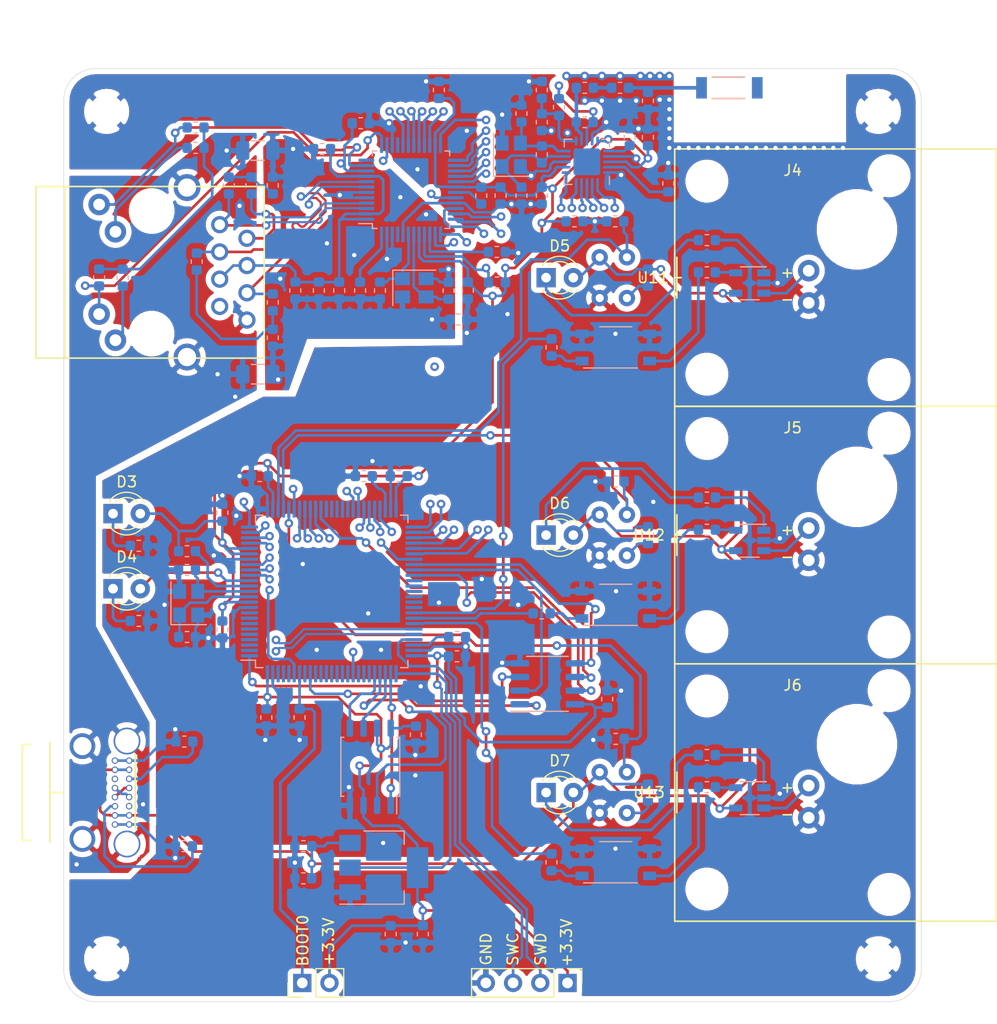
<source format=kicad_pcb>
(kicad_pcb (version 20171130) (host pcbnew "(5.1.4)-1")
  (layers (0 F.Cu mixed) (1 In1.Cu signal) (2 In2.Cu signal) (31 B.Cu mixed) (34 B.Paste user) (35 F.Paste user) (36 B.SilkS user) (37 F.SilkS user) (38 B.Mask user) (39 F.Mask user) (44 Edge.Cuts user))
  (net 0 "")
  (net 1 "Net-(AE1-Pad1)")
  (net 2 "Net-(AE1-Pad2)")
  (net 3 "Net-(C1-Pad2)")
  (net 4 GNDA)
  (net 5 "Net-(C2-Pad1)")
  (net 6 GNDREF)
  (net 7 /18AVDD)
  (net 8 GND)
  (net 9 +3.3V)
  (net 10 "Net-(C18-Pad1)")
  (net 11 "Net-(C21-Pad1)")
  (net 12 "Net-(C22-Pad1)")
  (net 13 "Net-(C23-Pad1)")
  (net 14 "Net-(C30-Pad2)")
  (net 15 "Net-(C32-Pad1)")
  (net 16 "Net-(C34-Pad1)")
  (net 17 "Net-(C36-Pad2)")
  (net 18 "Net-(C37-Pad2)")
  (net 19 /RX+)
  (net 20 /RX-)
  (net 21 /TX+)
  (net 22 /TX-)
  (net 23 ETH_PWRDWN)
  (net 24 /LED0)
  (net 25 "Net-(D1-Pad12)")
  (net 26 /LED2)
  (net 27 ETH_TXEN)
  (net 28 "Net-(D1-Pad31)")
  (net 29 "Net-(D1-Pad39)")
  (net 30 ETH_RESET)
  (net 31 "Net-(C11-Pad2)")
  (net 32 "Net-(C9-Pad2)")
  (net 33 "Net-(D1-Pad45)")
  (net 34 "Net-(D1-Pad48)")
  (net 35 /cpu/QSPI_CS)
  (net 36 /cpu/QSPI_SIO1)
  (net 37 /cpu/QSPI_SIO2)
  (net 38 /cpu/QSPI_SIO0)
  (net 39 /cpu/QSPI_CLK)
  (net 40 /cpu/QSPI_SIO3)
  (net 41 "Net-(D3-Pad1)")
  (net 42 "Net-(D4-Pad1)")
  (net 43 /cpu/CLK_LED)
  (net 44 +5V)
  (net 45 "Net-(D5-Pad1)")
  (net 46 "Net-(D6-Pad1)")
  (net 47 "Net-(D7-Pad1)")
  (net 48 "Net-(J1-Pad12)")
  (net 49 "Net-(J1-Pad10)")
  (net 50 "Net-(J1-Pad7)")
  (net 51 "Net-(J4-Pad1)")
  (net 52 "Net-(J5-Pad1)")
  (net 53 "Net-(J6-Pad1)")
  (net 54 "Net-(L1-Pad1)")
  (net 55 "Net-(L1-Pad2)")
  (net 56 /DVDD33)
  (net 57 "Net-(P1-PadB5)")
  (net 58 "Net-(P1-PadA5)")
  (net 59 "Net-(J2-Pad1)")
  (net 60 "Net-(R20-Pad1)")
  (net 61 "Net-(R21-Pad1)")
  (net 62 "Net-(R23-Pad1)")
  (net 63 "Net-(R24-Pad1)")
  (net 64 "Net-(R25-Pad1)")
  (net 65 "Net-(R26-Pad2)")
  (net 66 "Net-(R27-Pad2)")
  (net 67 "Net-(R27-Pad1)")
  (net 68 "Net-(R28-Pad2)")
  (net 69 "Net-(R29-Pad1)")
  (net 70 "Net-(R29-Pad2)")
  (net 71 "Net-(R30-Pad2)")
  (net 72 "Net-(R31-Pad2)")
  (net 73 "Net-(R31-Pad1)")
  (net 74 "Net-(R32-Pad1)")
  (net 75 "Net-(R33-Pad1)")
  (net 76 "Net-(R34-Pad1)")
  (net 77 IR_CH1)
  (net 78 IR_CH2)
  (net 79 IR_CH3)
  (net 80 /cpu/FLASH_CS)
  (net 81 /cpu/FLASH_MISO)
  (net 82 /cpu/FLASH_MOSI)
  (net 83 /cpu/FLASH_SCK)
  (net 84 "Net-(U3-Pad2)")
  (net 85 "Net-(U3-Pad3)")
  (net 86 "Net-(U3-Pad4)")
  (net 87 "Net-(U3-Pad5)")
  (net 88 "Net-(U3-Pad6)")
  (net 89 "Net-(U3-Pad7)")
  (net 90 "Net-(U3-Pad8)")
  (net 91 "Net-(U3-Pad9)")
  (net 92 ETH_MDC)
  (net 93 ETH_TXD2)
  (net 94 ETH_TXCLK)
  (net 95 ETH_CRS)
  (net 96 ETH_RXCLK)
  (net 97 ETH_MDIO)
  (net 98 ETH_COL)
  (net 99 ETH_RXDV)
  (net 100 ETH_RXD0)
  (net 101 ETH_RXD1)
  (net 102 ETH_RXD2)
  (net 103 ETH_RXD3)
  (net 104 "Net-(U3-Pad37)")
  (net 105 "Net-(U3-Pad38)")
  (net 106 "Net-(U3-Pad39)")
  (net 107 "Net-(U3-Pad40)")
  (net 108 "Net-(U3-Pad41)")
  (net 109 ETH_CABLESTS)
  (net 110 ETH_MDINTR)
  (net 111 ETH_RXER)
  (net 112 ETH_TXD0)
  (net 113 ETH_TXD1)
  (net 114 nRF_MISO)
  (net 115 nRF_MOSI)
  (net 116 nRF_CSN)
  (net 117 nRF_CE)
  (net 118 nRF_IRQ)
  (net 119 "Net-(U3-Pad61)")
  (net 120 "Net-(U3-Pad62)")
  (net 121 "Net-(U3-Pad63)")
  (net 122 "Net-(U3-Pad64)")
  (net 123 "Net-(U3-Pad65)")
  (net 124 "Net-(U3-Pad66)")
  (net 125 /cpu/USB_D-)
  (net 126 /cpu/USB_D+)
  (net 127 /cpu/SWD)
  (net 128 /cpu/SWC)
  (net 129 "Net-(U3-Pad81)")
  (net 130 "Net-(U3-Pad82)")
  (net 131 "Net-(U3-Pad83)")
  (net 132 nRF_SCK)
  (net 133 "Net-(U3-Pad85)")
  (net 134 "Net-(U3-Pad86)")
  (net 135 "Net-(U3-Pad87)")
  (net 136 "Net-(U3-Pad88)")
  (net 137 "Net-(U3-Pad89)")
  (net 138 "Net-(U3-Pad90)")
  (net 139 "Net-(U3-Pad91)")
  (net 140 "Net-(U3-Pad93)")
  (net 141 ETH_TXD3)
  (net 142 "Net-(U3-Pad96)")
  (net 143 "Net-(U3-Pad97)")
  (net 144 "Net-(U3-Pad98)")
  (net 145 ETH_TXER)
  (net 146 CHARGE_CH1_ENABLE)
  (net 147 CHARGE_CH2_ENABLE)
  (net 148 CHARGE_CH3_ENABLE)
  (net 149 "Net-(P1-PadB8)")
  (net 150 "Net-(P1-PadA8)")
  (module usb_type_c:USB_C_16_pin (layer F.Cu) (at 118 116.5 270)
    (fp_text reference P1)
    (fp_text value USB_C_Receptacle)
    (pad A5 thru_hole circle (at -1.275 -6.1 270) (size 0.6 0.6) (drill 0.4) (layers *.Cu *.Mask) (net 58 "Net-(P1-PadA5)"))
    (pad A1 thru_hole circle (at -2.975 -6.1 270) (size 0.6 0.6) (drill 0.4) (layers *.Cu *.Mask) (net 8 GND))
    (pad A4 thru_hole circle (at -2.125 -6.1 270) (size 0.6 0.6) (drill 0.4) (layers *.Cu *.Mask) (net 44 +5V))
    (pad A6 thru_hole circle (at -0.425 -6.1 270) (size 0.6 0.6) (drill 0.4) (layers *.Cu *.Mask) (net 126 /cpu/USB_D+))
    (pad A7 thru_hole circle (at 0.425 -6.1 270) (size 0.6 0.6) (drill 0.4) (layers *.Cu *.Mask) (net 125 /cpu/USB_D-))
    (pad A8 thru_hole circle (at 1.275 -6.1 270) (size 0.6 0.6) (drill 0.4) (layers *.Cu *.Mask) (net 150 "Net-(P1-PadA8)"))
    (pad A9 thru_hole circle (at 2.125 -6.1 270) (size 0.6 0.6) (drill 0.4) (layers *.Cu *.Mask) (net 44 +5V))
    (pad A12 thru_hole circle (at 2.975 -6.1 270) (size 0.6 0.6) (drill 0.4) (layers *.Cu *.Mask) (net 8 GND))
    (pad B12 thru_hole circle (at -2.975 -4.775 270) (size 0.6 0.6) (drill 0.4) (layers *.Cu *.Mask) (net 8 GND))
    (pad B9 thru_hole circle (at -2.12 -4.775 270) (size 0.6 0.6) (drill 0.4) (layers *.Cu *.Mask) (net 44 +5V))
    (pad B8 thru_hole circle (at -1.27 -4.775 270) (size 0.6 0.6) (drill 0.4) (layers *.Cu *.Mask) (net 149 "Net-(P1-PadB8)"))
    (pad B7 thru_hole circle (at -0.42 -4.775 270) (size 0.6 0.6) (drill 0.4) (layers *.Cu *.Mask) (net 125 /cpu/USB_D-))
    (pad B6 thru_hole circle (at 0.43 -4.775 270) (size 0.6 0.6) (drill 0.4) (layers *.Cu *.Mask) (net 126 /cpu/USB_D+))
    (pad B5 thru_hole circle (at 1.28 -4.775 270) (size 0.6 0.6) (drill 0.4) (layers *.Cu *.Mask) (net 57 "Net-(P1-PadB5)"))
    (pad B4 thru_hole circle (at 2.13 -4.775 270) (size 0.6 0.6) (drill 0.4) (layers *.Cu *.Mask) (net 44 +5V))
    (pad B1 thru_hole circle (at 2.98 -4.775 270) (size 0.6 0.6) (drill 0.4) (layers *.Cu *.Mask) (net 8 GND))
    (pad S1 thru_hole circle (at -4.8 -5.9 270) (size 2.5 2.5) (drill 2.2) (layers *.Cu *.Mask) (net 6 GNDREF))
    (pad S1 thru_hole circle (at 4.8 -5.9 270) (size 2.5 2.5) (drill 2.2) (layers *.Cu *.Mask) (net 6 GNDREF))
    (pad S1 thru_hole circle (at -4.325 -1.74 270) (size 2.4 2.4) (drill 1.7) (layers *.Cu *.Mask) (net 6 GNDREF))
    (pad S1 thru_hole circle (at 4.325 -1.74 270) (size 2.4 2.4) (drill 1.7) (layers *.Cu *.Mask) (net 6 GNDREF))
  )
  (module eth_connector:KLS12-TL002 (layer F.Cu) (at 115.4 76 90)
    (fp_text reference J1 hide)
    (fp_text value KLS12-TL002-1x1-G-G-1-03)
    (pad SH thru_hole circle (at 15.9 14.1 90) (size 2.5 2.5) (drill 1.7) (layers *.Cu *.Mask) (net 6 GNDREF))
    (pad SH thru_hole circle (at 0.1 14.1 90) (size 2.5 2.5) (drill 1.7) (layers *.Cu *.Mask) (net 6 GNDREF))
    (pad 2 thru_hole circle (at 11.17 19.69 90) (size 1.6 1.6) (drill 1) (layers *.Cu *.Mask) (net 20 /RX-))
    (pad 4 thru_hole circle (at 8.63 19.69 90) (size 1.6 1.6) (drill 1) (layers *.Cu *.Mask) (net 7 /18AVDD))
    (pad 6 thru_hole circle (at 6.09 19.69 90) (size 1.6 1.6) (drill 1) (layers *.Cu *.Mask) (net 22 /TX-))
    (pad 8 thru_hole circle (at 3.55 19.69 90) (size 1.6 1.6) (drill 1) (layers *.Cu *.Mask) (net 6 GNDREF))
    (pad 1 thru_hole circle (at 12.44 17.15 90) (size 1.6 1.6) (drill 1) (layers *.Cu *.Mask) (net 19 /RX+))
    (pad 3 thru_hole circle (at 9.9 17.15 90) (size 1.6 1.6) (drill 1) (layers *.Cu *.Mask) (net 21 /TX+))
    (pad 5 thru_hole circle (at 7.36 17.15 90) (size 1.6 1.6) (drill 1) (layers *.Cu *.Mask) (net 7 /18AVDD))
    (pad 7 thru_hole circle (at 4.82 17.15 90) (size 1.6 1.6) (drill 1) (layers *.Cu *.Mask) (net 50 "Net-(J1-Pad7)"))
    (pad 10 thru_hole circle (at 11.78 7.42 90) (size 2 2) (drill 1.1) (layers *.Cu *.Mask) (net 49 "Net-(J1-Pad10)"))
    (pad 9 thru_hole circle (at 14.32 5.9 90) (size 2 2) (drill 1.1) (layers *.Cu *.Mask) (net 24 /LED0))
    (pad 11 thru_hole circle (at 4.1 5.9 90) (size 2 2) (drill 1.1) (layers *.Cu *.Mask) (net 26 /LED2))
    (pad 12 thru_hole circle (at 1.67 7.42 90) (size 2 2) (drill 1.1) (layers *.Cu *.Mask) (net 48 "Net-(J1-Pad12)"))
    (pad "" np_thru_hole circle (at 13.715 10.8 90) (size 3.25 3.25) (drill 3.25) (layers *.Cu *.Mask))
    (pad "" np_thru_hole circle (at 2.285 10.8 90) (size 3.25 3.25) (drill 3.25) (layers *.Cu *.Mask))
  )
  (module chip_antenna:KH-5220-A56 (layer B.Cu) (at 177.5 50.8)
    (fp_text reference AE1 hide)
    (fp_text value KH-5220-A56)
    (pad 1 smd rect (at 0 0) (size 1 2) (layers B.Cu B.Paste B.Mask) (net 1 "Net-(AE1-Pad1)"))
    (pad 2 smd rect (at 5.2 0) (size 1 2) (layers B.Cu B.Paste B.Mask) (net 2 "Net-(AE1-Pad2)"))
  )
  (module Capacitor_SMD:C_0603_1608Metric (layer B.Cu) (at 137.5 74.1 90)
    (fp_text reference C1 hide)
    (fp_text value CC0603KRX7R9BB104)
    (pad 2 smd roundrect (at 0.7875 0 90) (size 0.875 0.95) (layers B.Cu B.Paste B.Mask) (net 3 "Net-(C1-Pad2)"))
    (pad 1 smd roundrect (at -0.7875 0 90) (size 0.875 0.95) (layers B.Cu B.Paste B.Mask) (net 4 GNDA))
  )
  (module Capacitor_SMD:C_0603_1608Metric (layer B.Cu) (at 137.5 59.9 90)
    (fp_text reference C2 hide)
    (fp_text value CC0603KRX7R9BB104)
    (pad 1 smd roundrect (at -0.7875 0 90) (size 0.875 0.95) (layers B.Cu B.Paste B.Mask) (net 5 "Net-(C2-Pad1)"))
    (pad 2 smd roundrect (at 0.7875 0 90) (size 0.875 0.95) (layers B.Cu B.Paste B.Mask) (net 4 GNDA))
  )
  (module Capacitor_SMD:C_1206_3216Metric (layer B.Cu) (at 136.1 56.65 180)
    (fp_text reference C3 hide)
    (fp_text value 1206B103K202NT)
    (pad 1 smd roundrect (at -1.4 0 180) (size 1.25 1.75) (layers B.Cu B.Paste B.Mask) (roundrect_rratio 0.2) (net 4 GNDA))
    (pad 2 smd roundrect (at 1.4 0 180) (size 1.25 1.75) (layers B.Cu B.Paste B.Mask) (roundrect_rratio 0.2) (net 6 GNDREF))
  )
  (module Capacitor_SMD:C_1206_3216Metric (layer B.Cu) (at 136.1 77.5 180)
    (fp_text reference C4 hide)
    (fp_text value 1206B103K202NT)
    (pad 2 smd roundrect (at 1.4 0 180) (size 1.25 1.75) (layers B.Cu B.Paste B.Mask) (roundrect_rratio 0.2) (net 6 GNDREF))
    (pad 1 smd roundrect (at -1.4 0 180) (size 1.25 1.75) (layers B.Cu B.Paste B.Mask) (roundrect_rratio 0.2) (net 4 GNDA))
  )
  (module Capacitor_SMD:C_0603_1608Metric (layer B.Cu) (at 139.6 69.7 270)
    (fp_text reference C5 hide)
    (fp_text value CC0603KRX7R9BB104)
    (pad 2 smd roundrect (at 0.7875 0 270) (size 0.875 0.95) (layers B.Cu B.Paste B.Mask) (net 4 GNDA))
    (pad 1 smd roundrect (at -0.7875 0 270) (size 0.875 0.95) (layers B.Cu B.Paste B.Mask) (net 7 /18AVDD))
  )
  (module Capacitor_SMD:C_0603_1608Metric (layer B.Cu) (at 141.8 69.7 90)
    (fp_text reference C6 hide)
    (fp_text value CC0603KRX7R9BB104)
    (pad 2 smd roundrect (at 0.7875 0 90) (size 0.875 0.95) (layers B.Cu B.Paste B.Mask) (net 7 /18AVDD))
    (pad 1 smd roundrect (at -0.7875 0 90) (size 0.875 0.95) (layers B.Cu B.Paste B.Mask) (net 4 GNDA))
  )
  (module Capacitor_SMD:C_0603_1608Metric (layer B.Cu) (at 142.1 56.5 180)
    (fp_text reference C7 hide)
    (fp_text value CC0603KRX7R9BB104)
    (pad 1 smd roundrect (at -0.7875 0 180) (size 0.875 0.95) (layers B.Cu B.Paste B.Mask) (net 7 /18AVDD))
    (pad 2 smd roundrect (at 0.7875 0 180) (size 0.875 0.95) (layers B.Cu B.Paste B.Mask) (net 4 GNDA))
  )
  (module Capacitor_SMD:C_0603_1608Metric (layer B.Cu) (at 143.7 69.7 90)
    (fp_text reference C8 hide)
    (fp_text value CC0603KRX7R9BB104)
    (pad 1 smd roundrect (at -0.7875 0 90) (size 0.875 0.95) (layers B.Cu B.Paste B.Mask) (net 4 GNDA))
    (pad 2 smd roundrect (at 0.7875 0 90) (size 0.875 0.95) (layers B.Cu B.Paste B.Mask) (net 7 /18AVDD))
  )
  (module Capacitor_SMD:C_0603_1608Metric (layer B.Cu) (at 155.7 69.7 90)
    (fp_text reference C10 hide)
    (fp_text value CC0603KRX7R9BB104)
    (pad 2 smd roundrect (at 0.7875 0 90) (size 0.875 0.95) (layers B.Cu B.Paste B.Mask) (net 9 +3.3V))
    (pad 1 smd roundrect (at -0.7875 0 90) (size 0.875 0.95) (layers B.Cu B.Paste B.Mask) (net 8 GND))
  )
  (module Capacitor_SMD:C_0603_1608Metric (layer B.Cu) (at 153 51 270)
    (fp_text reference C12 hide)
    (fp_text value CC0603KRX7R9BB104)
    (pad 1 smd roundrect (at -0.7875 0 270) (size 0.875 0.95) (layers B.Cu B.Paste B.Mask) (net 8 GND))
    (pad 2 smd roundrect (at 0.7875 0 270) (size 0.875 0.95) (layers B.Cu B.Paste B.Mask) (net 9 +3.3V))
  )
  (module Capacitor_SMD:C_0603_1608Metric (layer B.Cu) (at 158.75 60.85 270)
    (fp_text reference C13 hide)
    (fp_text value CC0603KRX7R9BB104)
    (pad 1 smd roundrect (at -0.7875 0 270) (size 0.875 0.95) (layers B.Cu B.Paste B.Mask) (net 9 +3.3V))
    (pad 2 smd roundrect (at 0.7875 0 270) (size 0.875 0.95) (layers B.Cu B.Paste B.Mask) (net 8 GND))
  )
  (module Capacitor_SMD:C_0603_1608Metric (layer B.Cu) (at 140.35 124.5 180)
    (fp_text reference C14 hide)
    (fp_text value CL10A105KB8NNNC)
    (pad 2 smd roundrect (at 0.7875 0 180) (size 0.875 0.95) (layers B.Cu B.Paste B.Mask) (net 8 GND))
    (pad 1 smd roundrect (at -0.7875 0 180) (size 0.875 0.95) (layers B.Cu B.Paste B.Mask) (net 44 +5V))
  )
  (module Capacitor_SMD:C_0603_1608Metric (layer B.Cu) (at 140.35 121.5 180)
    (fp_text reference C15 hide)
    (fp_text value CC0603KRX7R9BB104)
    (pad 1 smd roundrect (at -0.7875 0 180) (size 0.875 0.95) (layers B.Cu B.Paste B.Mask) (net 44 +5V))
    (pad 2 smd roundrect (at 0.7875 0 180) (size 0.875 0.95) (layers B.Cu B.Paste B.Mask) (net 8 GND))
  )
  (module Capacitor_SMD:C_0603_1608Metric (layer B.Cu) (at 168.7 107.7875 90)
    (fp_text reference C16 hide)
    (fp_text value CC0603KRX7R9BB104)
    (pad 1 smd roundrect (at -0.7875 0 90) (size 0.875 0.95) (layers B.Cu B.Paste B.Mask) (net 9 +3.3V))
    (pad 2 smd roundrect (at 0.7875 0 90) (size 0.875 0.95) (layers B.Cu B.Paste B.Mask) (net 8 GND))
  )
  (module Capacitor_SMD:C_0603_1608Metric (layer B.Cu) (at 151.5 129.7 270)
    (fp_text reference C17 hide)
    (fp_text value CC0603KRX7R9BB104)
    (pad 1 smd roundrect (at -0.7875 0 270) (size 0.875 0.95) (layers B.Cu B.Paste B.Mask) (net 9 +3.3V))
    (pad 2 smd roundrect (at 0.7875 0 270) (size 0.875 0.95) (layers B.Cu B.Paste B.Mask) (net 8 GND))
  )
  (module Capacitor_SMD:C_0603_1608Metric (layer B.Cu) (at 129.5 102)
    (fp_text reference C18 hide)
    (fp_text value CL10C220JB8NNNC)
    (pad 2 smd roundrect (at 0.7875 0) (size 0.875 0.95) (layers B.Cu B.Paste B.Mask) (net 8 GND))
    (pad 1 smd roundrect (at -0.7875 0) (size 0.875 0.95) (layers B.Cu B.Paste B.Mask) (net 10 "Net-(C18-Pad1)"))
  )
  (module Capacitor_SMD:C_0603_1608Metric (layer B.Cu) (at 148.5 129.7 270)
    (fp_text reference C19 hide)
    (fp_text value CL10A105KB8NNNC)
    (pad 1 smd roundrect (at -0.7875 0 270) (size 0.875 0.95) (layers B.Cu B.Paste B.Mask) (net 9 +3.3V))
    (pad 2 smd roundrect (at 0.7875 0 270) (size 0.875 0.95) (layers B.Cu B.Paste B.Mask) (net 8 GND))
  )
  (module Capacitor_SMD:C_0603_1608Metric (layer B.Cu) (at 150.85 111.1 270)
    (fp_text reference C20 hide)
    (fp_text value CC0603KRX7R9BB104)
    (pad 1 smd roundrect (at -0.7875 0 270) (size 0.875 0.95) (layers B.Cu B.Paste B.Mask) (net 9 +3.3V))
    (pad 2 smd roundrect (at 0.7875 0 270) (size 0.875 0.95) (layers B.Cu B.Paste B.Mask) (net 8 GND))
  )
  (module Capacitor_SMD:C_0603_1608Metric (layer B.Cu) (at 146 87 180)
    (fp_text reference C21 hide)
    (fp_text value CL10A225KO8NNNC)
    (pad 2 smd roundrect (at 0.7875 0 180) (size 0.875 0.95) (layers B.Cu B.Paste B.Mask) (net 8 GND))
    (pad 1 smd roundrect (at -0.7875 0 180) (size 0.875 0.95) (layers B.Cu B.Paste B.Mask) (net 11 "Net-(C21-Pad1)"))
  )
  (module Capacitor_SMD:C_0603_1608Metric (layer B.Cu) (at 129.5 95.75 180)
    (fp_text reference C22 hide)
    (fp_text value CL10C220JB8NNNC)
    (pad 1 smd roundrect (at -0.7875 0 180) (size 0.875 0.95) (layers B.Cu B.Paste B.Mask) (net 12 "Net-(C22-Pad1)"))
    (pad 2 smd roundrect (at 0.7875 0 180) (size 0.875 0.95) (layers B.Cu B.Paste B.Mask) (net 8 GND))
  )
  (module Capacitor_SMD:C_0603_1608Metric (layer B.Cu) (at 154.7 102)
    (fp_text reference C23 hide)
    (fp_text value CL10A225KO8NNNC)
    (pad 2 smd roundrect (at 0.7875 0) (size 0.875 0.95) (layers B.Cu B.Paste B.Mask) (net 8 GND))
    (pad 1 smd roundrect (at -0.7875 0) (size 0.875 0.95) (layers B.Cu B.Paste B.Mask) (net 13 "Net-(C23-Pad1)"))
  )
  (module Capacitor_SMD:C_0603_1608Metric (layer B.Cu) (at 136.2875 87 180)
    (fp_text reference C24 hide)
    (fp_text value CC0603KRX7R9BB104)
    (pad 2 smd roundrect (at 0.7875 0 180) (size 0.875 0.95) (layers B.Cu B.Paste B.Mask) (net 8 GND))
    (pad 1 smd roundrect (at -0.7875 0 180) (size 0.875 0.95) (layers B.Cu B.Paste B.Mask) (net 9 +3.3V))
  )
  (module Capacitor_SMD:C_0603_1608Metric (layer B.Cu) (at 149.25 87 180)
    (fp_text reference C25 hide)
    (fp_text value CC0603KRX7R9BB104)
    (pad 2 smd roundrect (at 0.7875 0 180) (size 0.875 0.95) (layers B.Cu B.Paste B.Mask) (net 8 GND))
    (pad 1 smd roundrect (at -0.7875 0 180) (size 0.875 0.95) (layers B.Cu B.Paste B.Mask) (net 9 +3.3V))
  )
  (module Capacitor_SMD:C_0603_1608Metric (layer B.Cu) (at 154.6875 103.8)
    (fp_text reference C26 hide)
    (fp_text value CC0603KRX7R9BB104)
    (pad 1 smd roundrect (at -0.7875 0) (size 0.875 0.95) (layers B.Cu B.Paste B.Mask) (net 9 +3.3V))
    (pad 2 smd roundrect (at 0.7875 0) (size 0.875 0.95) (layers B.Cu B.Paste B.Mask) (net 8 GND))
  )
  (module Capacitor_SMD:C_0603_1608Metric (layer B.Cu) (at 136.9 109.5 270)
    (fp_text reference C27 hide)
    (fp_text value CC0603KRX7R9BB104)
    (pad 2 smd roundrect (at 0.7875 0 270) (size 0.875 0.95) (layers B.Cu B.Paste B.Mask) (net 8 GND))
    (pad 1 smd roundrect (at -0.7875 0 270) (size 0.875 0.95) (layers B.Cu B.Paste B.Mask) (net 9 +3.3V))
  )
  (module Capacitor_SMD:C_0603_1608Metric (layer B.Cu) (at 132.8 101.3 270)
    (fp_text reference C28 hide)
    (fp_text value CC0603KRX7R9BB104)
    (pad 1 smd roundrect (at -0.7875 0 270) (size 0.875 0.95) (layers B.Cu B.Paste B.Mask) (net 9 +3.3V))
    (pad 2 smd roundrect (at 0.7875 0 270) (size 0.875 0.95) (layers B.Cu B.Paste B.Mask) (net 8 GND))
  )
  (module Capacitor_SMD:C_0603_1608Metric (layer B.Cu) (at 132.8 90.4125 90)
    (fp_text reference C29 hide)
    (fp_text value CC0603KRX7R9BB104)
    (pad 2 smd roundrect (at 0.7875 0 90) (size 0.875 0.95) (layers B.Cu B.Paste B.Mask) (net 8 GND))
    (pad 1 smd roundrect (at -0.7875 0 90) (size 0.875 0.95) (layers B.Cu B.Paste B.Mask) (net 9 +3.3V))
  )
  (module Capacitor_SMD:C_0603_1608Metric (layer B.Cu) (at 174.4 59.7125 270)
    (fp_text reference C30 hide)
    (fp_text value CL10B333KB8NNNC)
    (pad 2 smd roundrect (at 0.7875 0 270) (size 0.875 0.95) (layers B.Cu B.Paste B.Mask) (net 14 "Net-(C30-Pad2)"))
    (pad 1 smd roundrect (at -0.7875 0 270) (size 0.875 0.95) (layers B.Cu B.Paste B.Mask) (net 8 GND))
  )
  (module Capacitor_SMD:C_0603_1608Metric (layer B.Cu) (at 165.65 63.25)
    (fp_text reference C31 hide)
    (fp_text value CL10B102KB8NNNC)
    (pad 1 smd roundrect (at -0.7875 0) (size 0.875 0.95) (layers B.Cu B.Paste B.Mask) (net 9 +3.3V))
    (pad 2 smd roundrect (at 0.7875 0) (size 0.875 0.95) (layers B.Cu B.Paste B.Mask) (net 8 GND))
  )
  (module Capacitor_SMD:C_0603_1608Metric (layer B.Cu) (at 160.7 60.85 270)
    (fp_text reference C32 hide)
    (fp_text value CL10C220JB8NNNC)
    (pad 1 smd roundrect (at -0.7875 0 270) (size 0.875 0.95) (layers B.Cu B.Paste B.Mask) (net 15 "Net-(C32-Pad1)"))
    (pad 2 smd roundrect (at 0.7875 0 270) (size 0.875 0.95) (layers B.Cu B.Paste B.Mask) (net 8 GND))
  )
  (module Capacitor_SMD:C_0603_1608Metric (layer B.Cu) (at 162.6 60.85 270)
    (fp_text reference C33 hide)
    (fp_text value 0603B103K500NT)
    (pad 2 smd roundrect (at 0.7875 0 270) (size 0.875 0.95) (layers B.Cu B.Paste B.Mask) (net 8 GND))
    (pad 1 smd roundrect (at -0.7875 0 270) (size 0.875 0.95) (layers B.Cu B.Paste B.Mask) (net 9 +3.3V))
  )
  (module Capacitor_SMD:C_0603_1608Metric (layer B.Cu) (at 160.7 53.2 90)
    (fp_text reference C34 hide)
    (fp_text value CL10C220JB8NNNC)
    (pad 1 smd roundrect (at -0.7875 0 90) (size 0.875 0.95) (layers B.Cu B.Paste B.Mask) (net 16 "Net-(C34-Pad1)"))
    (pad 2 smd roundrect (at 0.7875 0 90) (size 0.875 0.95) (layers B.Cu B.Paste B.Mask) (net 8 GND))
  )
  (module Capacitor_SMD:C_0603_1608Metric (layer B.Cu) (at 172.5 55.4125 90)
    (fp_text reference C35 hide)
    (fp_text value CL10A105KB8NNNC)
    (pad 2 smd roundrect (at 0.7875 0 90) (size 0.875 0.95) (layers B.Cu B.Paste B.Mask) (net 8 GND))
    (pad 1 smd roundrect (at -0.7875 0 90) (size 0.875 0.95) (layers B.Cu B.Paste B.Mask) (net 9 +3.3V))
  )
  (module Capacitor_SMD:C_0603_1608Metric (layer B.Cu) (at 162.6 51 270)
    (fp_text reference C36 hide)
    (fp_text value 0603B222K500NT)
    (pad 2 smd roundrect (at 0.7875 0 270) (size 0.875 0.95) (layers B.Cu B.Paste B.Mask) (net 17 "Net-(C36-Pad2)"))
    (pad 1 smd roundrect (at -0.7875 0 270) (size 0.875 0.95) (layers B.Cu B.Paste B.Mask) (net 8 GND))
  )
  (module Capacitor_SMD:C_0603_1608Metric (layer B.Cu) (at 169.9 50.8 180)
    (fp_text reference C37 hide)
    (fp_text value 0603CG1R5C500NT)
    (pad 1 smd roundrect (at -0.7875 0 180) (size 0.875 0.95) (layers B.Cu B.Paste B.Mask) (net 1 "Net-(AE1-Pad1)"))
    (pad 2 smd roundrect (at 0.7875 0 180) (size 0.875 0.95) (layers B.Cu B.Paste B.Mask) (net 18 "Net-(C37-Pad2)"))
  )
  (module Capacitor_SMD:C_0603_1608Metric (layer B.Cu) (at 162.6 54 90)
    (fp_text reference C38 hide)
    (fp_text value 0603CG4R7C500NT)
    (pad 1 smd roundrect (at -0.7875 0 90) (size 0.875 0.95) (layers B.Cu B.Paste B.Mask) (net 8 GND))
    (pad 2 smd roundrect (at 0.7875 0 90) (size 0.875 0.95) (layers B.Cu B.Paste B.Mask) (net 17 "Net-(C36-Pad2)"))
  )
  (module Capacitor_SMD:C_0603_1608Metric (layer B.Cu) (at 172.5 52.0125 90)
    (fp_text reference C39 hide)
    (fp_text value CL10C010CB8NNNC)
    (pad 2 smd roundrect (at 0.7875 0 90) (size 0.875 0.95) (layers B.Cu B.Paste B.Mask) (net 1 "Net-(AE1-Pad1)"))
    (pad 1 smd roundrect (at -0.7875 0 90) (size 0.875 0.95) (layers B.Cu B.Paste B.Mask) (net 8 GND))
  )
  (module Package_QFP:LQFP-48_7x7mm_P0.5mm (layer B.Cu) (at 150.4 60.3)
    (fp_text reference D1 hide)
    (fp_text value DM9162EP)
    (pad 1 smd roundrect (at -4.1625 2.75) (size 1.475 0.3) (layers B.Cu B.Paste B.Mask) (net 7 /18AVDD))
    (pad 2 smd roundrect (at -4.1625 2.25) (size 1.475 0.3) (layers B.Cu B.Paste B.Mask) (net 7 /18AVDD))
    (pad 3 smd roundrect (at -4.1625 1.75) (size 1.475 0.3) (layers B.Cu B.Paste B.Mask) (net 19 /RX+))
    (pad 4 smd roundrect (at -4.1625 1.25) (size 1.475 0.3) (layers B.Cu B.Paste B.Mask) (net 20 /RX-))
    (pad 5 smd roundrect (at -4.1625 0.75) (size 1.475 0.3) (layers B.Cu B.Paste B.Mask) (net 4 GNDA))
    (pad 6 smd roundrect (at -4.1625 0.25) (size 1.475 0.3) (layers B.Cu B.Paste B.Mask) (net 4 GNDA))
    (pad 7 smd roundrect (at -4.1625 -0.25) (size 1.475 0.3) (layers B.Cu B.Paste B.Mask) (net 21 /TX+))
    (pad 8 smd roundrect (at -4.1625 -0.75) (size 1.475 0.3) (layers B.Cu B.Paste B.Mask) (net 22 /TX-))
    (pad 9 smd roundrect (at -4.1625 -1.25) (size 1.475 0.3) (layers B.Cu B.Paste B.Mask) (net 7 /18AVDD))
    (pad 10 smd roundrect (at -4.1625 -1.75) (size 1.475 0.3) (layers B.Cu B.Paste B.Mask) (net 23 ETH_PWRDWN))
    (pad 11 smd roundrect (at -4.1625 -2.25) (size 1.475 0.3) (layers B.Cu B.Paste B.Mask) (net 24 /LED0))
    (pad 12 smd roundrect (at -4.1625 -2.75) (size 1.475 0.3) (layers B.Cu B.Paste B.Mask) (net 25 "Net-(D1-Pad12)"))
    (pad 13 smd roundrect (at -2.75 -4.1625) (size 0.3 1.475) (layers B.Cu B.Paste B.Mask) (net 26 /LED2))
    (pad 14 smd roundrect (at -2.25 -4.1625) (size 0.3 1.475) (layers B.Cu B.Paste B.Mask) (net 109 ETH_CABLESTS))
    (pad 15 smd roundrect (at -1.75 -4.1625) (size 0.3 1.475) (layers B.Cu B.Paste B.Mask) (net 8 GND))
    (pad 16 smd roundrect (at -1.25 -4.1625) (size 0.3 1.475) (layers B.Cu B.Paste B.Mask) (net 145 ETH_TXER))
    (pad 17 smd roundrect (at -0.75 -4.1625) (size 0.3 1.475) (layers B.Cu B.Paste B.Mask) (net 141 ETH_TXD3))
    (pad 18 smd roundrect (at -0.25 -4.1625) (size 0.3 1.475) (layers B.Cu B.Paste B.Mask) (net 93 ETH_TXD2))
    (pad 19 smd roundrect (at 0.25 -4.1625) (size 0.3 1.475) (layers B.Cu B.Paste B.Mask) (net 113 ETH_TXD1))
    (pad 20 smd roundrect (at 0.75 -4.1625) (size 0.3 1.475) (layers B.Cu B.Paste B.Mask) (net 112 ETH_TXD0))
    (pad 21 smd roundrect (at 1.25 -4.1625) (size 0.3 1.475) (layers B.Cu B.Paste B.Mask) (net 27 ETH_TXEN))
    (pad 22 smd roundrect (at 1.75 -4.1625) (size 0.3 1.475) (layers B.Cu B.Paste B.Mask) (net 94 ETH_TXCLK))
    (pad 23 smd roundrect (at 2.25 -4.1625) (size 0.3 1.475) (layers B.Cu B.Paste B.Mask) (net 9 +3.3V))
    (pad 24 smd roundrect (at 2.75 -4.1625) (size 0.3 1.475) (layers B.Cu B.Paste B.Mask) (net 92 ETH_MDC))
    (pad 25 smd roundrect (at 4.1625 -2.75) (size 1.475 0.3) (layers B.Cu B.Paste B.Mask) (net 97 ETH_MDIO))
    (pad 26 smd roundrect (at 4.1625 -2.25) (size 1.475 0.3) (layers B.Cu B.Paste B.Mask) (net 103 ETH_RXD3))
    (pad 27 smd roundrect (at 4.1625 -1.75) (size 1.475 0.3) (layers B.Cu B.Paste B.Mask) (net 102 ETH_RXD2))
    (pad 28 smd roundrect (at 4.1625 -1.25) (size 1.475 0.3) (layers B.Cu B.Paste B.Mask) (net 101 ETH_RXD1))
    (pad 29 smd roundrect (at 4.1625 -0.75) (size 1.475 0.3) (layers B.Cu B.Paste B.Mask) (net 100 ETH_RXD0))
    (pad 30 smd roundrect (at 4.1625 -0.25) (size 1.475 0.3) (layers B.Cu B.Paste B.Mask) (net 9 +3.3V))
    (pad 31 smd roundrect (at 4.1625 0.25) (size 1.475 0.3) (layers B.Cu B.Paste B.Mask) (net 28 "Net-(D1-Pad31)"))
    (pad 32 smd roundrect (at 4.1625 0.75) (size 1.475 0.3) (layers B.Cu B.Paste B.Mask) (net 110 ETH_MDINTR))
    (pad 33 smd roundrect (at 4.1625 1.25) (size 1.475 0.3) (layers B.Cu B.Paste B.Mask) (net 8 GND))
    (pad 34 smd roundrect (at 4.1625 1.75) (size 1.475 0.3) (layers B.Cu B.Paste B.Mask) (net 96 ETH_RXCLK))
    (pad 35 smd roundrect (at 4.1625 2.25) (size 1.475 0.3) (layers B.Cu B.Paste B.Mask) (net 95 ETH_CRS))
    (pad 36 smd roundrect (at 4.1625 2.75) (size 1.475 0.3) (layers B.Cu B.Paste B.Mask) (net 98 ETH_COL))
    (pad 37 smd roundrect (at 2.75 4.1625) (size 0.3 1.475) (layers B.Cu B.Paste B.Mask) (net 99 ETH_RXDV))
    (pad 38 smd roundrect (at 2.25 4.1625) (size 0.3 1.475) (layers B.Cu B.Paste B.Mask) (net 111 ETH_RXER))
    (pad 39 smd roundrect (at 1.75 4.1625) (size 0.3 1.475) (layers B.Cu B.Paste B.Mask) (net 29 "Net-(D1-Pad39)"))
    (pad 40 smd roundrect (at 1.25 4.1625) (size 0.3 1.475) (layers B.Cu B.Paste B.Mask) (net 30 ETH_RESET))
    (pad 41 smd roundrect (at 0.75 4.1625) (size 0.3 1.475) (layers B.Cu B.Paste B.Mask) (net 9 +3.3V))
    (pad 42 smd roundrect (at 0.25 4.1625) (size 0.3 1.475) (layers B.Cu B.Paste B.Mask) (net 31 "Net-(C11-Pad2)"))
    (pad 43 smd roundrect (at -0.25 4.1625) (size 0.3 1.475) (layers B.Cu B.Paste B.Mask) (net 32 "Net-(C9-Pad2)"))
    (pad 44 smd roundrect (at -0.75 4.1625) (size 0.3 1.475) (layers B.Cu B.Paste B.Mask) (net 8 GND))
    (pad 45 smd roundrect (at -1.25 4.1625) (size 0.3 1.475) (layers B.Cu B.Paste B.Mask) (net 33 "Net-(D1-Pad45)"))
    (pad 46 smd roundrect (at -1.75 4.1625) (size 0.3 1.475) (layers B.Cu B.Paste B.Mask) (net 4 GNDA))
    (pad 47 smd roundrect (at -2.25 4.1625) (size 0.3 1.475) (layers B.Cu B.Paste B.Mask) (net 4 GNDA))
    (pad 48 smd roundrect (at -2.75 4.1625) (size 0.3 1.475) (layers B.Cu B.Paste B.Mask) (net 34 "Net-(D1-Pad48)"))
  )
  (module Package_SO:SO-8_3.9x4.9mm_P1.27mm (layer B.Cu) (at 163.125 106.365)
    (fp_text reference D2 hide)
    (fp_text value LY68L6400)
    (pad 1 smd roundrect (at -2.575 1.905) (size 1.75 0.6) (layers B.Cu B.Paste B.Mask) (net 35 /cpu/QSPI_CS))
    (pad 2 smd roundrect (at -2.575 0.635) (size 1.75 0.6) (layers B.Cu B.Paste B.Mask) (net 36 /cpu/QSPI_SIO1))
    (pad 3 smd roundrect (at -2.575 -0.635) (size 1.75 0.6) (layers B.Cu B.Paste B.Mask) (net 37 /cpu/QSPI_SIO2))
    (pad 4 smd roundrect (at -2.575 -1.905) (size 1.75 0.6) (layers B.Cu B.Paste B.Mask) (net 8 GND))
    (pad 5 smd roundrect (at 2.575 -1.905) (size 1.75 0.6) (layers B.Cu B.Paste B.Mask) (net 38 /cpu/QSPI_SIO0))
    (pad 6 smd roundrect (at 2.575 -0.635) (size 1.75 0.6) (layers B.Cu B.Paste B.Mask) (net 39 /cpu/QSPI_CLK))
    (pad 7 smd roundrect (at 2.575 0.635) (size 1.75 0.6) (layers B.Cu B.Paste B.Mask) (net 40 /cpu/QSPI_SIO3))
    (pad 8 smd roundrect (at 2.575 1.905) (size 1.75 0.6) (layers B.Cu B.Paste B.Mask) (net 9 +3.3V))
  )
  (module LED_THT:LED_D3.0mm (layer F.Cu) (at 122.6 90.5)
    (fp_text reference D3 (at 1.27 -2.96) (layer F.SilkS))
    (fp_text value GNL-3012HD)
    (pad 1 thru_hole rect (at 0 0) (size 1.8 1.8) (drill 0.9) (layers *.Cu *.Mask) (net 41 "Net-(D3-Pad1)"))
    (pad 2 thru_hole circle (at 2.54 0) (size 1.8 1.8) (drill 0.9) (layers *.Cu *.Mask) (net 9 +3.3V))
  )
  (module LED_THT:LED_D3.0mm (layer F.Cu) (at 122.6 97.5)
    (fp_text reference D4 (at 1.27 -2.96) (layer F.SilkS))
    (fp_text value GNL-3012GD)
    (pad 1 thru_hole rect (at 0 0) (size 1.8 1.8) (drill 0.9) (layers *.Cu *.Mask) (net 42 "Net-(D4-Pad1)"))
    (pad 2 thru_hole circle (at 2.54 0) (size 1.8 1.8) (drill 0.9) (layers *.Cu *.Mask) (net 43 /cpu/CLK_LED))
  )
  (module LED_THT:LED_D3.0mm (layer F.Cu) (at 163 68.5)
    (fp_text reference D5 (at 1.27 -2.96) (layer F.SilkS))
    (fp_text value GNL-3014BC)
    (pad 2 thru_hole circle (at 2.54 0) (size 1.8 1.8) (drill 0.9) (layers *.Cu *.Mask) (net 44 +5V))
    (pad 1 thru_hole rect (at 0 0) (size 1.8 1.8) (drill 0.9) (layers *.Cu *.Mask) (net 45 "Net-(D5-Pad1)"))
  )
  (module LED_THT:LED_D3.0mm (layer F.Cu) (at 163 92.5)
    (fp_text reference D6 (at 1.27 -2.96) (layer F.SilkS))
    (fp_text value GNL-3014BC)
    (pad 2 thru_hole circle (at 2.54 0) (size 1.8 1.8) (drill 0.9) (layers *.Cu *.Mask) (net 44 +5V))
    (pad 1 thru_hole rect (at 0 0) (size 1.8 1.8) (drill 0.9) (layers *.Cu *.Mask) (net 46 "Net-(D6-Pad1)"))
  )
  (module LED_THT:LED_D3.0mm (layer F.Cu) (at 163 116.5)
    (fp_text reference D7 (at 1.27 -2.96) (layer F.SilkS))
    (fp_text value GNL-3014BC)
    (pad 1 thru_hole rect (at 0 0) (size 1.8 1.8) (drill 0.9) (layers *.Cu *.Mask) (net 47 "Net-(D7-Pad1)"))
    (pad 2 thru_hole circle (at 2.54 0) (size 1.8 1.8) (drill 0.9) (layers *.Cu *.Mask) (net 44 +5V))
  )
  (module charge_holder:holder (layer F.Cu) (at 175 56.5)
    (fp_text reference J4 (at 11 2) (layer F.SilkS))
    (fp_text value charge_holder)
    (fp_text user + (at 10.5 11.5) (layer F.SilkS))
    (fp_text user - (at 10.5 14) (layer F.SilkS))
    (pad "" np_thru_hole circle (at 20 2.5) (size 3 3) (drill 3) (layers *.Cu *.Mask))
    (pad "" np_thru_hole circle (at 20 21.5) (size 3 3) (drill 3) (layers *.Cu *.Mask))
    (pad "" np_thru_hole circle (at 3 3) (size 3 3) (drill 3) (layers *.Cu *.Mask))
    (pad "" np_thru_hole circle (at 3 21) (size 3 3) (drill 3) (layers *.Cu *.Mask))
    (pad "" np_thru_hole circle (at 17 7.5) (size 6.5 6.5) (drill 6.5) (layers *.Cu *.Mask))
    (pad 2 thru_hole circle (at 12.5 14.35) (size 2 2) (drill 1.1) (layers *.Cu *.Mask) (net 8 GND))
    (pad 1 thru_hole circle (at 12.5 11.35) (size 2 2) (drill 1.1) (layers *.Cu *.Mask) (net 51 "Net-(J4-Pad1)"))
  )
  (module charge_holder:holder (layer F.Cu) (at 175 80.5)
    (fp_text reference J5 (at 11 2) (layer F.SilkS))
    (fp_text value charge_holder)
    (fp_text user - (at 10.5 14) (layer F.SilkS))
    (fp_text user + (at 10.5 11.5) (layer F.SilkS))
    (pad 1 thru_hole circle (at 12.5 11.35) (size 2 2) (drill 1.1) (layers *.Cu *.Mask) (net 52 "Net-(J5-Pad1)"))
    (pad 2 thru_hole circle (at 12.5 14.35) (size 2 2) (drill 1.1) (layers *.Cu *.Mask) (net 8 GND))
    (pad "" np_thru_hole circle (at 17 7.5) (size 6.5 6.5) (drill 6.5) (layers *.Cu *.Mask))
    (pad "" np_thru_hole circle (at 3 21) (size 3 3) (drill 3) (layers *.Cu *.Mask))
    (pad "" np_thru_hole circle (at 3 3) (size 3 3) (drill 3) (layers *.Cu *.Mask))
    (pad "" np_thru_hole circle (at 20 21.5) (size 3 3) (drill 3) (layers *.Cu *.Mask))
    (pad "" np_thru_hole circle (at 20 2.5) (size 3 3) (drill 3) (layers *.Cu *.Mask))
  )
  (module charge_holder:holder (layer F.Cu) (at 175 104.5)
    (fp_text reference J6 (at 11 2) (layer F.SilkS))
    (fp_text value charge_holder)
    (fp_text user + (at 10.5 11.5) (layer F.SilkS))
    (fp_text user - (at 10.5 14) (layer F.SilkS))
    (pad "" np_thru_hole circle (at 20 2.5) (size 3 3) (drill 3) (layers *.Cu *.Mask))
    (pad "" np_thru_hole circle (at 20 21.5) (size 3 3) (drill 3) (layers *.Cu *.Mask))
    (pad "" np_thru_hole circle (at 3 3) (size 3 3) (drill 3) (layers *.Cu *.Mask))
    (pad "" np_thru_hole circle (at 3 21) (size 3 3) (drill 3) (layers *.Cu *.Mask))
    (pad "" np_thru_hole circle (at 17 7.5) (size 6.5 6.5) (drill 6.5) (layers *.Cu *.Mask))
    (pad 2 thru_hole circle (at 12.5 14.35) (size 2 2) (drill 1.1) (layers *.Cu *.Mask) (net 8 GND))
    (pad 1 thru_hole circle (at 12.5 11.35) (size 2 2) (drill 1.1) (layers *.Cu *.Mask) (net 53 "Net-(J6-Pad1)"))
  )
  (module Inductor_SMD:L_0603_1608Metric (layer B.Cu) (at 166.6 54)
    (fp_text reference L1 hide)
    (fp_text value SDCL1608C8N2JTDF)
    (pad 1 smd roundrect (at -0.7875 0) (size 0.875 0.95) (layers B.Cu B.Paste B.Mask) (net 54 "Net-(L1-Pad1)"))
    (pad 2 smd roundrect (at 0.7875 0) (size 0.875 0.95) (layers B.Cu B.Paste B.Mask) (net 55 "Net-(L1-Pad2)"))
  )
  (module Inductor_SMD:L_0603_1608Metric (layer B.Cu) (at 166.6125 50.8)
    (fp_text reference L2 hide)
    (fp_text value SDCL1608C3N9STDF)
    (pad 2 smd roundrect (at 0.7875 0) (size 0.875 0.95) (layers B.Cu B.Paste B.Mask) (net 18 "Net-(C37-Pad2)"))
    (pad 1 smd roundrect (at -0.7875 0) (size 0.875 0.95) (layers B.Cu B.Paste B.Mask) (net 54 "Net-(L1-Pad1)"))
  )
  (module Inductor_SMD:L_0603_1608Metric (layer B.Cu) (at 164.2 52.6 270)
    (fp_text reference L3 hide)
    (fp_text value SDCL1608C2N7STDF)
    (pad 1 smd roundrect (at -0.7875 0 270) (size 0.875 0.95) (layers B.Cu B.Paste B.Mask) (net 55 "Net-(L1-Pad2)"))
    (pad 2 smd roundrect (at 0.7875 0 270) (size 0.875 0.95) (layers B.Cu B.Paste B.Mask) (net 17 "Net-(C36-Pad2)"))
  )
  (module Resistor_SMD:R_0603_1608Metric (layer B.Cu) (at 130.3 54.5)
    (fp_text reference R1 hide)
    (fp_text value 0603WAF1002T5E)
    (pad 2 smd roundrect (at 0.7875 0) (size 0.875 0.95) (layers B.Cu B.Paste B.Mask) (net 56 /DVDD33))
    (pad 1 smd roundrect (at -0.7875 0) (size 0.875 0.95) (layers B.Cu B.Paste B.Mask) (net 24 /LED0))
  )
  (module Resistor_SMD:R_0603_1608Metric (layer B.Cu) (at 121.3 68.4875 90)
    (fp_text reference R2 hide)
    (fp_text value 0603WAF1002T5E)
    (pad 2 smd roundrect (at 0.7875 0 90) (size 0.875 0.95) (layers B.Cu B.Paste B.Mask) (net 56 /DVDD33))
    (pad 1 smd roundrect (at -0.7875 0 90) (size 0.875 0.95) (layers B.Cu B.Paste B.Mask) (net 26 /LED2))
  )
  (module Resistor_SMD:R_0603_1608Metric (layer B.Cu) (at 130.3 56.4)
    (fp_text reference R3 hide)
    (fp_text value 0603WAF5100T5E)
    (pad 1 smd roundrect (at -0.7875 0) (size 0.875 0.95) (layers B.Cu B.Paste B.Mask) (net 49 "Net-(J1-Pad10)"))
    (pad 2 smd roundrect (at 0.7875 0) (size 0.875 0.95) (layers B.Cu B.Paste B.Mask) (net 56 /DVDD33))
  )
  (module Resistor_SMD:R_0603_1608Metric (layer B.Cu) (at 123.5 68.5 90)
    (fp_text reference R4 hide)
    (fp_text value 0603WAF5100T5E)
    (pad 2 smd roundrect (at 0.7875 0 90) (size 0.875 0.95) (layers B.Cu B.Paste B.Mask) (net 56 /DVDD33))
    (pad 1 smd roundrect (at -0.7875 0 90) (size 0.875 0.95) (layers B.Cu B.Paste B.Mask) (net 48 "Net-(J1-Pad12)"))
  )
  (module Resistor_SMD:R_0603_1608Metric (layer B.Cu) (at 137.5 70.8 90)
    (fp_text reference R5 hide)
    (fp_text value 0603WAF510JT5E)
    (pad 2 smd roundrect (at 0.7875 0 90) (size 0.875 0.95) (layers B.Cu B.Paste B.Mask) (net 22 /TX-))
    (pad 1 smd roundrect (at -0.7875 0 90) (size 0.875 0.95) (layers B.Cu B.Paste B.Mask) (net 3 "Net-(C1-Pad2)"))
  )
  (module Resistor_SMD:R_0603_1608Metric (layer B.Cu) (at 135.5 59.9125 90)
    (fp_text reference R6 hide)
    (fp_text value 0603WAF510JT5E)
    (pad 2 smd roundrect (at 0.7875 0 90) (size 0.875 0.95) (layers B.Cu B.Paste B.Mask) (net 5 "Net-(C2-Pad1)"))
    (pad 1 smd roundrect (at -0.7875 0 90) (size 0.875 0.95) (layers B.Cu B.Paste B.Mask) (net 20 /RX-))
  )
  (module Resistor_SMD:R_0603_1608Metric (layer B.Cu) (at 130.4 67 90)
    (fp_text reference R7 hide)
    (fp_text value 0603WAF510JT5E)
    (pad 1 smd roundrect (at -0.7875 0 90) (size 0.875 0.95) (layers B.Cu B.Paste B.Mask) (net 3 "Net-(C1-Pad2)"))
    (pad 2 smd roundrect (at 0.7875 0 90) (size 0.875 0.95) (layers B.Cu B.Paste B.Mask) (net 21 /TX+))
  )
  (module Resistor_SMD:R_0603_1608Metric (layer B.Cu) (at 133.4 59.9125 90)
    (fp_text reference R8 hide)
    (fp_text value 0603WAF510JT5E)
    (pad 1 smd roundrect (at -0.7875 0 90) (size 0.875 0.95) (layers B.Cu B.Paste B.Mask) (net 19 /RX+))
    (pad 2 smd roundrect (at 0.7875 0 90) (size 0.875 0.95) (layers B.Cu B.Paste B.Mask) (net 5 "Net-(C2-Pad1)"))
  )
  (module Resistor_SMD:R_0603_1608Metric (layer B.Cu) (at 145.7 54.1)
    (fp_text reference R10 hide)
    (fp_text value 0603WAF1002T5E)
    (pad 2 smd roundrect (at 0.7875 0) (size 0.875 0.95) (layers B.Cu B.Paste B.Mask) (net 8 GND))
    (pad 1 smd roundrect (at -0.7875 0) (size 0.875 0.95) (layers B.Cu B.Paste B.Mask) (net 23 ETH_PWRDWN))
  )
  (module Resistor_SMD:R_0603_1608Metric (layer B.Cu) (at 145.65 69.7 90)
    (fp_text reference R11 hide)
    (fp_text value 0603WAF6801T5E)
    (pad 1 smd roundrect (at -0.7875 0 90) (size 0.875 0.95) (layers B.Cu B.Paste B.Mask) (net 4 GNDA))
    (pad 2 smd roundrect (at 0.7875 0 90) (size 0.875 0.95) (layers B.Cu B.Paste B.Mask) (net 34 "Net-(D1-Pad48)"))
  )
  (module Resistor_SMD:R_0603_1608Metric (layer B.Cu) (at 158.4 66.1)
    (fp_text reference R12 hide)
    (fp_text value 0603WAF1002T5E)
    (pad 1 smd roundrect (at -0.7875 0) (size 0.875 0.95) (layers B.Cu B.Paste B.Mask) (net 29 "Net-(D1-Pad39)"))
    (pad 2 smd roundrect (at 0.7875 0) (size 0.875 0.95) (layers B.Cu B.Paste B.Mask) (net 8 GND))
  )
  (module Resistor_SMD:R_0603_1608Metric (layer B.Cu) (at 158.4125 68.95 180)
    (fp_text reference R13 hide)
    (fp_text value 0603WAF1002T5E)
    (pad 1 smd roundrect (at -0.7875 0 180) (size 0.875 0.95) (layers B.Cu B.Paste B.Mask) (net 9 +3.3V))
    (pad 2 smd roundrect (at 0.7875 0 180) (size 0.875 0.95) (layers B.Cu B.Paste B.Mask) (net 30 ETH_RESET))
  )
  (module Resistor_SMD:R_0603_1608Metric (layer B.Cu) (at 156.95 60.85 90)
    (fp_text reference R14 hide)
    (fp_text value 0603WAF1002T5E)
    (pad 2 smd roundrect (at 0.7875 0 90) (size 0.875 0.95) (layers B.Cu B.Paste B.Mask) (net 9 +3.3V))
    (pad 1 smd roundrect (at -0.7875 0 90) (size 0.875 0.95) (layers B.Cu B.Paste B.Mask) (net 28 "Net-(D1-Pad31)"))
  )
  (module Resistor_SMD:R_0603_1608Metric (layer B.Cu) (at 125 93.5)
    (fp_text reference R15 hide)
    (fp_text value 0603WAF3000T5E)
    (pad 2 smd roundrect (at 0.7875 0) (size 0.875 0.95) (layers B.Cu B.Paste B.Mask) (net 8 GND))
    (pad 1 smd roundrect (at -0.7875 0) (size 0.875 0.95) (layers B.Cu B.Paste B.Mask) (net 41 "Net-(D3-Pad1)"))
  )
  (module Resistor_SMD:R_0603_1608Metric (layer B.Cu) (at 125 100.5)
    (fp_text reference R16 hide)
    (fp_text value 0603WAF3000T5E)
    (pad 2 smd roundrect (at 0.7875 0) (size 0.875 0.95) (layers B.Cu B.Paste B.Mask) (net 8 GND))
    (pad 1 smd roundrect (at -0.7875 0) (size 0.875 0.95) (layers B.Cu B.Paste B.Mask) (net 42 "Net-(D4-Pad1)"))
  )
  (module Resistor_SMD:R_0603_1608Metric (layer B.Cu) (at 129.2125 121.5)
    (fp_text reference R17 hide)
    (fp_text value 0603WAF5101T5E)
    (pad 1 smd roundrect (at -0.7875 0) (size 0.875 0.95) (layers B.Cu B.Paste B.Mask) (net 8 GND))
    (pad 2 smd roundrect (at 0.7875 0) (size 0.875 0.95) (layers B.Cu B.Paste B.Mask) (net 57 "Net-(P1-PadB5)"))
  )
  (module Resistor_SMD:R_0603_1608Metric (layer B.Cu) (at 129.25 111.75)
    (fp_text reference R18 hide)
    (fp_text value 0603WAF5101T5E)
    (pad 1 smd roundrect (at -0.7875 0) (size 0.875 0.95) (layers B.Cu B.Paste B.Mask) (net 8 GND))
    (pad 2 smd roundrect (at 0.7875 0) (size 0.875 0.95) (layers B.Cu B.Paste B.Mask) (net 58 "Net-(P1-PadA5)"))
  )
  (module Resistor_SMD:R_0603_1608Metric (layer B.Cu) (at 140 109.5 270)
    (fp_text reference R19 hide)
    (fp_text value 0603WAF1002T5E)
    (pad 1 smd roundrect (at -0.7875 0 270) (size 0.875 0.95) (layers B.Cu B.Paste B.Mask) (net 59 "Net-(J2-Pad1)"))
    (pad 2 smd roundrect (at 0.7875 0 270) (size 0.875 0.95) (layers B.Cu B.Paste B.Mask) (net 8 GND))
  )
  (module Resistor_SMD:R_0603_1608Metric (layer B.Cu) (at 129.5 94 180)
    (fp_text reference R20 hide)
    (fp_text value 0603WAF1002T5E)
    (pad 2 smd roundrect (at 0.7875 0 180) (size 0.875 0.95) (layers B.Cu B.Paste B.Mask) (net 9 +3.3V))
    (pad 1 smd roundrect (at -0.7875 0 180) (size 0.875 0.95) (layers B.Cu B.Paste B.Mask) (net 60 "Net-(R20-Pad1)"))
  )
  (module Resistor_SMD:R_0603_1608Metric (layer B.Cu) (at 170.8 55.4 90)
    (fp_text reference R21 hide)
    (fp_text value 0603WAF2202T5E)
    (pad 1 smd roundrect (at -0.7875 0 90) (size 0.875 0.95) (layers B.Cu B.Paste B.Mask) (net 61 "Net-(R21-Pad1)"))
    (pad 2 smd roundrect (at 0.7875 0 90) (size 0.875 0.95) (layers B.Cu B.Paste B.Mask) (net 8 GND))
  )
  (module Resistor_SMD:R_0603_1608Metric (layer B.Cu) (at 162.6 57.0125 270)
    (fp_text reference R22 hide)
    (fp_text value 0603WAF1004T5E)
    (pad 2 smd roundrect (at 0.7875 0 270) (size 0.875 0.95) (layers B.Cu B.Paste B.Mask) (net 15 "Net-(C32-Pad1)"))
    (pad 1 smd roundrect (at -0.7875 0 270) (size 0.875 0.95) (layers B.Cu B.Paste B.Mask) (net 16 "Net-(C34-Pad1)"))
  )
  (module Resistor_SMD:R_0603_1608Metric (layer B.Cu) (at 163.5 75 90)
    (fp_text reference R23 hide)
    (fp_text value 0603WAF3000T5E)
    (pad 1 smd roundrect (at -0.7875 0 90) (size 0.875 0.95) (layers B.Cu B.Paste B.Mask) (net 62 "Net-(R23-Pad1)"))
    (pad 2 smd roundrect (at 0.7875 0 90) (size 0.875 0.95) (layers B.Cu B.Paste B.Mask) (net 146 CHARGE_CH1_ENABLE))
  )
  (module Resistor_SMD:R_0603_1608Metric (layer B.Cu) (at 162.5875 99.8 180)
    (fp_text reference R24 hide)
    (fp_text value 0603WAF3000T5E)
    (pad 2 smd roundrect (at 0.7875 0 180) (size 0.875 0.95) (layers B.Cu B.Paste B.Mask) (net 147 CHARGE_CH2_ENABLE))
    (pad 1 smd roundrect (at -0.7875 0 180) (size 0.875 0.95) (layers B.Cu B.Paste B.Mask) (net 63 "Net-(R24-Pad1)"))
  )
  (module Resistor_SMD:R_0603_1608Metric (layer B.Cu) (at 163.5 123 90)
    (fp_text reference R25 hide)
    (fp_text value 0603WAF3000T5E)
    (pad 1 smd roundrect (at -0.7875 0 90) (size 0.875 0.95) (layers B.Cu B.Paste B.Mask) (net 64 "Net-(R25-Pad1)"))
    (pad 2 smd roundrect (at 0.7875 0 90) (size 0.875 0.95) (layers B.Cu B.Paste B.Mask) (net 148 CHARGE_CH3_ENABLE))
  )
  (module Resistor_SMD:R_0603_1608Metric (layer B.Cu) (at 178 65)
    (fp_text reference R26 hide)
    (fp_text value 0603WAF3000T5E)
    (pad 1 smd roundrect (at -0.7875 0) (size 0.875 0.95) (layers B.Cu B.Paste B.Mask) (net 45 "Net-(D5-Pad1)"))
    (pad 2 smd roundrect (at 0.7875 0) (size 0.875 0.95) (layers B.Cu B.Paste B.Mask) (net 65 "Net-(R26-Pad2)"))
  )
  (module Resistor_SMD:R_0603_1608Metric (layer B.Cu) (at 178 68 180)
    (fp_text reference R27 hide)
    (fp_text value 0603WAF1002T5E)
    (pad 2 smd roundrect (at 0.7875 0 180) (size 0.875 0.95) (layers B.Cu B.Paste B.Mask) (net 66 "Net-(R27-Pad2)"))
    (pad 1 smd roundrect (at -0.7875 0 180) (size 0.875 0.95) (layers B.Cu B.Paste B.Mask) (net 67 "Net-(R27-Pad1)"))
  )
  (module Resistor_SMD:R_0603_1608Metric (layer B.Cu) (at 178 89)
    (fp_text reference R28 hide)
    (fp_text value 0603WAF3000T5E)
    (pad 2 smd roundrect (at 0.7875 0) (size 0.875 0.95) (layers B.Cu B.Paste B.Mask) (net 68 "Net-(R28-Pad2)"))
    (pad 1 smd roundrect (at -0.7875 0) (size 0.875 0.95) (layers B.Cu B.Paste B.Mask) (net 46 "Net-(D6-Pad1)"))
  )
  (module Resistor_SMD:R_0603_1608Metric (layer B.Cu) (at 178 92 180)
    (fp_text reference R29 hide)
    (fp_text value 0603WAF1002T5E)
    (pad 1 smd roundrect (at -0.7875 0 180) (size 0.875 0.95) (layers B.Cu B.Paste B.Mask) (net 69 "Net-(R29-Pad1)"))
    (pad 2 smd roundrect (at 0.7875 0 180) (size 0.875 0.95) (layers B.Cu B.Paste B.Mask) (net 70 "Net-(R29-Pad2)"))
  )
  (module Resistor_SMD:R_0603_1608Metric (layer B.Cu) (at 178 113)
    (fp_text reference R30 hide)
    (fp_text value 0603WAF3000T5E)
    (pad 1 smd roundrect (at -0.7875 0) (size 0.875 0.95) (layers B.Cu B.Paste B.Mask) (net 47 "Net-(D7-Pad1)"))
    (pad 2 smd roundrect (at 0.7875 0) (size 0.875 0.95) (layers B.Cu B.Paste B.Mask) (net 71 "Net-(R30-Pad2)"))
  )
  (module Resistor_SMD:R_0603_1608Metric (layer B.Cu) (at 178 116 180)
    (fp_text reference R31 hide)
    (fp_text value 0603WAF1002T5E)
    (pad 2 smd roundrect (at 0.7875 0 180) (size 0.875 0.95) (layers B.Cu B.Paste B.Mask) (net 72 "Net-(R31-Pad2)"))
    (pad 1 smd roundrect (at -0.7875 0 180) (size 0.875 0.95) (layers B.Cu B.Paste B.Mask) (net 73 "Net-(R31-Pad1)"))
  )
  (module Resistor_SMD:R_0603_1608Metric (layer B.Cu) (at 172.5 68.5 90)
    (fp_text reference R32 hide)
    (fp_text value 0603WAF3000T5E)
    (pad 2 smd roundrect (at 0.7875 0 90) (size 0.875 0.95) (layers B.Cu B.Paste B.Mask) (net 44 +5V))
    (pad 1 smd roundrect (at -0.7875 0 90) (size 0.875 0.95) (layers B.Cu B.Paste B.Mask) (net 74 "Net-(R32-Pad1)"))
  )
  (module Resistor_SMD:R_0603_1608Metric (layer B.Cu) (at 172.5 92.5 90)
    (fp_text reference R33 hide)
    (fp_text value 0603WAF3000T5E)
    (pad 2 smd roundrect (at 0.7875 0 90) (size 0.875 0.95) (layers B.Cu B.Paste B.Mask) (net 44 +5V))
    (pad 1 smd roundrect (at -0.7875 0 90) (size 0.875 0.95) (layers B.Cu B.Paste B.Mask) (net 75 "Net-(R33-Pad1)"))
  )
  (module Resistor_SMD:R_0603_1608Metric (layer B.Cu) (at 172.5 116.5 90)
    (fp_text reference R34 hide)
    (fp_text value 0603WAF3000T5E)
    (pad 1 smd roundrect (at -0.7875 0 90) (size 0.875 0.95) (layers B.Cu B.Paste B.Mask) (net 76 "Net-(R34-Pad1)"))
    (pad 2 smd roundrect (at 0.7875 0 90) (size 0.875 0.95) (layers B.Cu B.Paste B.Mask) (net 44 +5V))
  )
  (module Resistor_SMD:R_0603_1608Metric (layer B.Cu) (at 169.45 63.25)
    (fp_text reference R35 hide)
    (fp_text value 0603WAF4701T5E)
    (pad 1 smd roundrect (at -0.7875 0) (size 0.875 0.95) (layers B.Cu B.Paste B.Mask) (net 8 GND))
    (pad 2 smd roundrect (at 0.7875 0) (size 0.875 0.95) (layers B.Cu B.Paste B.Mask) (net 77 IR_CH1))
  )
  (module Resistor_SMD:R_0603_1608Metric (layer B.Cu) (at 169.5 87.5)
    (fp_text reference R36 hide)
    (fp_text value 0603WAF4701T5E)
    (pad 1 smd roundrect (at -0.7875 0) (size 0.875 0.95) (layers B.Cu B.Paste B.Mask) (net 8 GND))
    (pad 2 smd roundrect (at 0.7875 0) (size 0.875 0.95) (layers B.Cu B.Paste B.Mask) (net 78 IR_CH2))
  )
  (module Resistor_SMD:R_0603_1608Metric (layer B.Cu) (at 169.5 111.5)
    (fp_text reference R37 hide)
    (fp_text value 0603WAF4701T5E)
    (pad 2 smd roundrect (at 0.7875 0) (size 0.875 0.95) (layers B.Cu B.Paste B.Mask) (net 79 IR_CH3))
    (pad 1 smd roundrect (at -0.7875 0) (size 0.875 0.95) (layers B.Cu B.Paste B.Mask) (net 8 GND))
  )
  (module Package_TO_SOT_SMD:SOT-223-3_TabPin2 (layer B.Cu) (at 147.85 123.5)
    (fp_text reference U1 hide)
    (fp_text value AMS1117-3.3)
    (pad 2 smd rect (at 3.15 0) (size 2 3.8) (layers B.Cu B.Paste B.Mask) (net 9 +3.3V))
    (pad 2 smd rect (at -3.15 0) (size 2 1.5) (layers B.Cu B.Paste B.Mask) (net 9 +3.3V))
    (pad 3 smd rect (at -3.15 -2.3) (size 2 1.5) (layers B.Cu B.Paste B.Mask) (net 44 +5V))
    (pad 1 smd rect (at -3.15 2.3) (size 2 1.5) (layers B.Cu B.Paste B.Mask) (net 8 GND))
  )
  (module Package_SO:SOIC-8_5.275x5.275mm_P1.27mm (layer B.Cu) (at 146.6 114.1 90)
    (fp_text reference U2 hide)
    (fp_text value SST25VF040B-50-4I-S2AF)
    (pad 1 smd roundrect (at -3.6 1.905 90) (size 1.6 0.6) (layers B.Cu B.Paste B.Mask) (net 80 /cpu/FLASH_CS))
    (pad 2 smd roundrect (at -3.6 0.635 90) (size 1.6 0.6) (layers B.Cu B.Paste B.Mask) (net 81 /cpu/FLASH_MISO))
    (pad 3 smd roundrect (at -3.6 -0.635 90) (size 1.6 0.6) (layers B.Cu B.Paste B.Mask) (net 9 +3.3V))
    (pad 4 smd roundrect (at -3.6 -1.905 90) (size 1.6 0.6) (layers B.Cu B.Paste B.Mask) (net 8 GND))
    (pad 5 smd roundrect (at 3.6 -1.905 90) (size 1.6 0.6) (layers B.Cu B.Paste B.Mask) (net 82 /cpu/FLASH_MOSI))
    (pad 6 smd roundrect (at 3.6 -0.635 90) (size 1.6 0.6) (layers B.Cu B.Paste B.Mask) (net 83 /cpu/FLASH_SCK))
    (pad 7 smd roundrect (at 3.6 0.635 90) (size 1.6 0.6) (layers B.Cu B.Paste B.Mask) (net 9 +3.3V))
    (pad 8 smd roundrect (at 3.6 1.905 90) (size 1.6 0.6) (layers B.Cu B.Paste B.Mask) (net 9 +3.3V))
  )
  (module Package_QFP:LQFP-100_14x14mm_P0.5mm (layer B.Cu) (at 143 97.75)
    (fp_text reference U3 hide)
    (fp_text value STM32F746VET6)
    (pad 1 smd roundrect (at -7.675 6) (size 1.6 0.3) (layers B.Cu B.Paste B.Mask) (net 37 /cpu/QSPI_SIO2))
    (pad 2 smd roundrect (at -7.675 5.5) (size 1.6 0.3) (layers B.Cu B.Paste B.Mask) (net 84 "Net-(U3-Pad2)"))
    (pad 3 smd roundrect (at -7.675 5) (size 1.6 0.3) (layers B.Cu B.Paste B.Mask) (net 85 "Net-(U3-Pad3)"))
    (pad 4 smd roundrect (at -7.675 4.5) (size 1.6 0.3) (layers B.Cu B.Paste B.Mask) (net 86 "Net-(U3-Pad4)"))
    (pad 5 smd roundrect (at -7.675 4) (size 1.6 0.3) (layers B.Cu B.Paste B.Mask) (net 87 "Net-(U3-Pad5)"))
    (pad 6 smd roundrect (at -7.675 3.5) (size 1.6 0.3) (layers B.Cu B.Paste B.Mask) (net 88 "Net-(U3-Pad6)"))
    (pad 7 smd roundrect (at -7.675 3) (size 1.6 0.3) (layers B.Cu B.Paste B.Mask) (net 89 "Net-(U3-Pad7)"))
    (pad 8 smd roundrect (at -7.675 2.5) (size 1.6 0.3) (layers B.Cu B.Paste B.Mask) (net 90 "Net-(U3-Pad8)"))
    (pad 9 smd roundrect (at -7.675 2) (size 1.6 0.3) (layers B.Cu B.Paste B.Mask) (net 91 "Net-(U3-Pad9)"))
    (pad 10 smd roundrect (at -7.675 1.5) (size 1.6 0.3) (layers B.Cu B.Paste B.Mask) (net 8 GND))
    (pad 11 smd roundrect (at -7.675 1) (size 1.6 0.3) (layers B.Cu B.Paste B.Mask) (net 9 +3.3V))
    (pad 12 smd roundrect (at -7.675 0.5) (size 1.6 0.3) (layers B.Cu B.Paste B.Mask) (net 10 "Net-(C18-Pad1)"))
    (pad 13 smd roundrect (at -7.675 0) (size 1.6 0.3) (layers B.Cu B.Paste B.Mask) (net 12 "Net-(C22-Pad1)"))
    (pad 14 smd roundrect (at -7.675 -0.5) (size 1.6 0.3) (layers B.Cu B.Paste B.Mask) (net 60 "Net-(R20-Pad1)"))
    (pad 15 smd roundrect (at -7.675 -1) (size 1.6 0.3) (layers B.Cu B.Paste B.Mask) (net 43 /cpu/CLK_LED))
    (pad 16 smd roundrect (at -7.675 -1.5) (size 1.6 0.3) (layers B.Cu B.Paste B.Mask) (net 92 ETH_MDC))
    (pad 17 smd roundrect (at -7.675 -2) (size 1.6 0.3) (layers B.Cu B.Paste B.Mask) (net 93 ETH_TXD2))
    (pad 18 smd roundrect (at -7.675 -2.5) (size 1.6 0.3) (layers B.Cu B.Paste B.Mask) (net 94 ETH_TXCLK))
    (pad 19 smd roundrect (at -7.675 -3) (size 1.6 0.3) (layers B.Cu B.Paste B.Mask) (net 8 GND))
    (pad 20 smd roundrect (at -7.675 -3.5) (size 1.6 0.3) (layers B.Cu B.Paste B.Mask) (net 9 +3.3V))
    (pad 21 smd roundrect (at -7.675 -4) (size 1.6 0.3) (layers B.Cu B.Paste B.Mask) (net 9 +3.3V))
    (pad 22 smd roundrect (at -7.675 -4.5) (size 1.6 0.3) (layers B.Cu B.Paste B.Mask) (net 95 ETH_CRS))
    (pad 23 smd roundrect (at -7.675 -5) (size 1.6 0.3) (layers B.Cu B.Paste B.Mask) (net 96 ETH_RXCLK))
    (pad 24 smd roundrect (at -7.675 -5.5) (size 1.6 0.3) (layers B.Cu B.Paste B.Mask) (net 97 ETH_MDIO))
    (pad 25 smd roundrect (at -7.675 -6) (size 1.6 0.3) (layers B.Cu B.Paste B.Mask) (net 98 ETH_COL))
    (pad 26 smd roundrect (at -6 -7.675) (size 0.3 1.6) (layers B.Cu B.Paste B.Mask) (net 8 GND))
    (pad 27 smd roundrect (at -5.5 -7.675) (size 0.3 1.6) (layers B.Cu B.Paste B.Mask) (net 9 +3.3V))
    (pad 28 smd roundrect (at -5 -7.675) (size 0.3 1.6) (layers B.Cu B.Paste B.Mask) (net 77 IR_CH1))
    (pad 29 smd roundrect (at -4.5 -7.675) (size 0.3 1.6) (layers B.Cu B.Paste B.Mask) (net 78 IR_CH2))
    (pad 30 smd roundrect (at -4 -7.675) (size 0.3 1.6) (layers B.Cu B.Paste B.Mask) (net 79 IR_CH3))
    (pad 31 smd roundrect (at -3.5 -7.675) (size 0.3 1.6) (layers B.Cu B.Paste B.Mask) (net 99 ETH_RXDV))
    (pad 32 smd roundrect (at -3 -7.675) (size 0.3 1.6) (layers B.Cu B.Paste B.Mask) (net 100 ETH_RXD0))
    (pad 33 smd roundrect (at -2.5 -7.675) (size 0.3 1.6) (layers B.Cu B.Paste B.Mask) (net 101 ETH_RXD1))
    (pad 34 smd roundrect (at -2 -7.675) (size 0.3 1.6) (layers B.Cu B.Paste B.Mask) (net 102 ETH_RXD2))
    (pad 35 smd roundrect (at -1.5 -7.675) (size 0.3 1.6) (layers B.Cu B.Paste B.Mask) (net 103 ETH_RXD3))
    (pad 36 smd roundrect (at -1 -7.675) (size 0.3 1.6) (layers B.Cu B.Paste B.Mask) (net 39 /cpu/QSPI_CLK))
    (pad 37 smd roundrect (at -0.5 -7.675) (size 0.3 1.6) (layers B.Cu B.Paste B.Mask) (net 104 "Net-(U3-Pad37)"))
    (pad 38 smd roundrect (at 0 -7.675) (size 0.3 1.6) (layers B.Cu B.Paste B.Mask) (net 105 "Net-(U3-Pad38)"))
    (pad 39 smd roundrect (at 0.5 -7.675) (size 0.3 1.6) (layers B.Cu B.Paste B.Mask) (net 106 "Net-(U3-Pad39)"))
    (pad 40 smd roundrect (at 1 -7.675) (size 0.3 1.6) (layers B.Cu B.Paste B.Mask) (net 107 "Net-(U3-Pad40)"))
    (pad 41 smd roundrect (at 1.5 -7.675) (size 0.3 1.6) (layers B.Cu B.Paste B.Mask) (net 108 "Net-(U3-Pad41)"))
    (pad 42 smd roundrect (at 2 -7.675) (size 0.3 1.6) (layers B.Cu B.Paste B.Mask) (net 109 ETH_CABLESTS))
    (pad 43 smd roundrect (at 2.5 -7.675) (size 0.3 1.6) (layers B.Cu B.Paste B.Mask) (net 23 ETH_PWRDWN))
    (pad 44 smd roundrect (at 3 -7.675) (size 0.3 1.6) (layers B.Cu B.Paste B.Mask) (net 30 ETH_RESET))
    (pad 45 smd roundrect (at 3.5 -7.675) (size 0.3 1.6) (layers B.Cu B.Paste B.Mask) (net 110 ETH_MDINTR))
    (pad 46 smd roundrect (at 4 -7.675) (size 0.3 1.6) (layers B.Cu B.Paste B.Mask) (net 111 ETH_RXER))
    (pad 47 smd roundrect (at 4.5 -7.675) (size 0.3 1.6) (layers B.Cu B.Paste B.Mask) (net 27 ETH_TXEN))
    (pad 48 smd roundrect (at 5 -7.675) (size 0.3 1.6) (layers B.Cu B.Paste B.Mask) (net 11 "Net-(C21-Pad1)"))
    (pad 49 smd roundrect (at 5.5 -7.675) (size 0.3 1.6) (layers B.Cu B.Paste B.Mask) (net 8 GND))
    (pad 50 smd roundrect (at 6 -7.675) (size 0.3 1.6) (layers B.Cu B.Paste B.Mask) (net 9 +3.3V))
    (pad 51 smd roundrect (at 7.675 -6) (size 1.6 0.3) (layers B.Cu B.Paste B.Mask) (net 112 ETH_TXD0))
    (pad 52 smd roundrect (at 7.675 -5.5) (size 1.6 0.3) (layers B.Cu B.Paste B.Mask) (net 113 ETH_TXD1))
    (pad 53 smd roundrect (at 7.675 -5) (size 1.6 0.3) (layers B.Cu B.Paste B.Mask) (net 114 nRF_MISO))
    (pad 54 smd roundrect (at 7.675 -4.5) (size 1.6 0.3) (layers B.Cu B.Paste B.Mask) (net 115 nRF_MOSI))
    (pad 55 smd roundrect (at 7.675 -4) (size 1.6 0.3) (layers B.Cu B.Paste B.Mask) (net 116 nRF_CSN))
    (pad 56 smd roundrect (at 7.675 -3.5) (size 1.6 0.3) (layers B.Cu B.Paste B.Mask) (net 117 nRF_CE))
    (pad 57 smd roundrect (at 7.675 -3) (size 1.6 0.3) (layers B.Cu B.Paste B.Mask) (net 118 nRF_IRQ))
    (pad 58 smd roundrect (at 7.675 -2.5) (size 1.6 0.3) (layers B.Cu B.Paste B.Mask) (net 38 /cpu/QSPI_SIO0))
    (pad 59 smd roundrect (at 7.675 -2) (size 1.6 0.3) (layers B.Cu B.Paste B.Mask) (net 36 /cpu/QSPI_SIO1))
    (pad 60 smd roundrect (at 7.675 -1.5) (size 1.6 0.3) (layers B.Cu B.Paste B.Mask) (net 40 /cpu/QSPI_SIO3))
    (pad 61 smd roundrect (at 7.675 -1) (size 1.6 0.3) (layers B.Cu B.Paste B.Mask) (net 119 "Net-(U3-Pad61)"))
    (pad 62 smd roundrect (at 7.675 -0.5) (size 1.6 0.3) (layers B.Cu B.Paste B.Mask) (net 120 "Net-(U3-Pad62)"))
    (pad 63 smd roundrect (at 7.675 0) (size 1.6 0.3) (layers B.Cu B.Paste B.Mask) (net 121 "Net-(U3-Pad63)"))
    (pad 64 smd roundrect (at 7.675 0.5) (size 1.6 0.3) (layers B.Cu B.Paste B.Mask) (net 122 "Net-(U3-Pad64)"))
    (pad 65 smd roundrect (at 7.675 1) (size 1.6 0.3) (layers B.Cu B.Paste B.Mask) (net 123 "Net-(U3-Pad65)"))
    (pad 66 smd roundrect (at 7.675 1.5) (size 1.6 0.3) (layers B.Cu B.Paste B.Mask) (net 124 "Net-(U3-Pad66)"))
    (pad 67 smd roundrect (at 7.675 2) (size 1.6 0.3) (layers B.Cu B.Paste B.Mask) (net 146 CHARGE_CH1_ENABLE))
    (pad 68 smd roundrect (at 7.675 2.5) (size 1.6 0.3) (layers B.Cu B.Paste B.Mask) (net 147 CHARGE_CH2_ENABLE))
    (pad 69 smd roundrect (at 7.675 3) (size 1.6 0.3) (layers B.Cu B.Paste B.Mask) (net 148 CHARGE_CH3_ENABLE))
    (pad 70 smd roundrect (at 7.675 3.5) (size 1.6 0.3) (layers B.Cu B.Paste B.Mask) (net 125 /cpu/USB_D-))
    (pad 71 smd roundrect (at 7.675 4) (size 1.6 0.3) (layers B.Cu B.Paste B.Mask) (net 126 /cpu/USB_D+))
    (pad 72 smd roundrect (at 7.675 4.5) (size 1.6 0.3) (layers B.Cu B.Paste B.Mask) (net 127 /cpu/SWD))
    (pad 73 smd roundrect (at 7.675 5) (size 1.6 0.3) (layers B.Cu B.Paste B.Mask) (net 13 "Net-(C23-Pad1)"))
    (pad 74 smd roundrect (at 7.675 5.5) (size 1.6 0.3) (layers B.Cu B.Paste B.Mask) (net 8 GND))
    (pad 75 smd roundrect (at 7.675 6) (size 1.6 0.3) (layers B.Cu B.Paste B.Mask) (net 9 +3.3V))
    (pad 76 smd roundrect (at 6 7.675) (size 0.3 1.6) (layers B.Cu B.Paste B.Mask) (net 128 /cpu/SWC))
    (pad 77 smd roundrect (at 5.5 7.675) (size 0.3 1.6) (layers B.Cu B.Paste B.Mask) (net 80 /cpu/FLASH_CS))
    (pad 78 smd roundrect (at 5 7.675) (size 0.3 1.6) (layers B.Cu B.Paste B.Mask) (net 83 /cpu/FLASH_SCK))
    (pad 79 smd roundrect (at 4.5 7.675) (size 0.3 1.6) (layers B.Cu B.Paste B.Mask) (net 81 /cpu/FLASH_MISO))
    (pad 80 smd roundrect (at 4 7.675) (size 0.3 1.6) (layers B.Cu B.Paste B.Mask) (net 82 /cpu/FLASH_MOSI))
    (pad 81 smd roundrect (at 3.5 7.675) (size 0.3 1.6) (layers B.Cu B.Paste B.Mask) (net 129 "Net-(U3-Pad81)"))
    (pad 82 smd roundrect (at 3 7.675) (size 0.3 1.6) (layers B.Cu B.Paste B.Mask) (net 130 "Net-(U3-Pad82)"))
    (pad 83 smd roundrect (at 2.5 7.675) (size 0.3 1.6) (layers B.Cu B.Paste B.Mask) (net 131 "Net-(U3-Pad83)"))
    (pad 84 smd roundrect (at 2 7.675) (size 0.3 1.6) (layers B.Cu B.Paste B.Mask) (net 132 nRF_SCK))
    (pad 85 smd roundrect (at 1.5 7.675) (size 0.3 1.6) (layers B.Cu B.Paste B.Mask) (net 133 "Net-(U3-Pad85)"))
    (pad 86 smd roundrect (at 1 7.675) (size 0.3 1.6) (layers B.Cu B.Paste B.Mask) (net 134 "Net-(U3-Pad86)"))
    (pad 87 smd roundrect (at 0.5 7.675) (size 0.3 1.6) (layers B.Cu B.Paste B.Mask) (net 135 "Net-(U3-Pad87)"))
    (pad 88 smd roundrect (at 0 7.675) (size 0.3 1.6) (layers B.Cu B.Paste B.Mask) (net 136 "Net-(U3-Pad88)"))
    (pad 89 smd roundrect (at -0.5 7.675) (size 0.3 1.6) (layers B.Cu B.Paste B.Mask) (net 137 "Net-(U3-Pad89)"))
    (pad 90 smd roundrect (at -1 7.675) (size 0.3 1.6) (layers B.Cu B.Paste B.Mask) (net 138 "Net-(U3-Pad90)"))
    (pad 91 smd roundrect (at -1.5 7.675) (size 0.3 1.6) (layers B.Cu B.Paste B.Mask) (net 139 "Net-(U3-Pad91)"))
    (pad 92 smd roundrect (at -2 7.675) (size 0.3 1.6) (layers B.Cu B.Paste B.Mask) (net 35 /cpu/QSPI_CS))
    (pad 93 smd roundrect (at -2.5 7.675) (size 0.3 1.6) (layers B.Cu B.Paste B.Mask) (net 140 "Net-(U3-Pad93)"))
    (pad 94 smd roundrect (at -3 7.675) (size 0.3 1.6) (layers B.Cu B.Paste B.Mask) (net 59 "Net-(J2-Pad1)"))
    (pad 95 smd roundrect (at -3.5 7.675) (size 0.3 1.6) (layers B.Cu B.Paste B.Mask) (net 141 ETH_TXD3))
    (pad 96 smd roundrect (at -4 7.675) (size 0.3 1.6) (layers B.Cu B.Paste B.Mask) (net 142 "Net-(U3-Pad96)"))
    (pad 97 smd roundrect (at -4.5 7.675) (size 0.3 1.6) (layers B.Cu B.Paste B.Mask) (net 143 "Net-(U3-Pad97)"))
    (pad 98 smd roundrect (at -5 7.675) (size 0.3 1.6) (layers B.Cu B.Paste B.Mask) (net 144 "Net-(U3-Pad98)"))
    (pad 99 smd roundrect (at -5.5 7.675) (size 0.3 1.6) (layers B.Cu B.Paste B.Mask) (net 8 GND))
    (pad 100 smd roundrect (at -6 7.675) (size 0.3 1.6) (layers B.Cu B.Paste B.Mask) (net 9 +3.3V))
  )
  (module Package_DFN_QFN:QFN-20-1EP_4x4mm_P0.5mm_EP2.5x2.5mm (layer B.Cu) (at 166.8 57.7 90)
    (fp_text reference U4 hide)
    (fp_text value NRF24L01P-R)
    (pad 21 smd roundrect (at 0 0 90) (size 2.5 2.5) (layers B.Cu B.Mask) (roundrect_rratio 0.1))
    (pad 1 smd roundrect (at -1.9375 1 90) (size 0.825 0.25) (layers B.Cu B.Paste B.Mask) (net 117 nRF_CE))
    (pad 2 smd roundrect (at -1.9375 0.5 90) (size 0.825 0.25) (layers B.Cu B.Paste B.Mask) (net 116 nRF_CSN))
    (pad 3 smd roundrect (at -1.9375 0 90) (size 0.825 0.25) (layers B.Cu B.Paste B.Mask) (net 132 nRF_SCK))
    (pad 4 smd roundrect (at -1.9375 -0.5 90) (size 0.825 0.25) (layers B.Cu B.Paste B.Mask) (net 115 nRF_MOSI))
    (pad 5 smd roundrect (at -1.9375 -1 90) (size 0.825 0.25) (layers B.Cu B.Paste B.Mask) (net 114 nRF_MISO))
    (pad 6 smd roundrect (at -1 -1.9375 90) (size 0.25 0.825) (layers B.Cu B.Paste B.Mask) (net 118 nRF_IRQ))
    (pad 7 smd roundrect (at -0.5 -1.9375 90) (size 0.25 0.825) (layers B.Cu B.Paste B.Mask) (net 9 +3.3V))
    (pad 8 smd roundrect (at 0 -1.9375 90) (size 0.25 0.825) (layers B.Cu B.Paste B.Mask) (net 8 GND))
    (pad 9 smd roundrect (at 0.5 -1.9375 90) (size 0.25 0.825) (layers B.Cu B.Paste B.Mask) (net 15 "Net-(C32-Pad1)"))
    (pad 10 smd roundrect (at 1 -1.9375 90) (size 0.25 0.825) (layers B.Cu B.Paste B.Mask) (net 16 "Net-(C34-Pad1)"))
    (pad 11 smd roundrect (at 1.9375 -1 90) (size 0.825 0.25) (layers B.Cu B.Paste B.Mask) (net 17 "Net-(C36-Pad2)"))
    (pad 12 smd roundrect (at 1.9375 -0.5 90) (size 0.825 0.25) (layers B.Cu B.Paste B.Mask) (net 54 "Net-(L1-Pad1)"))
    (pad 13 smd roundrect (at 1.9375 0 90) (size 0.825 0.25) (layers B.Cu B.Paste B.Mask) (net 55 "Net-(L1-Pad2)"))
    (pad 14 smd roundrect (at 1.9375 0.5 90) (size 0.825 0.25) (layers B.Cu B.Paste B.Mask) (net 8 GND))
    (pad 15 smd roundrect (at 1.9375 1 90) (size 0.825 0.25) (layers B.Cu B.Paste B.Mask) (net 9 +3.3V))
    (pad 16 smd roundrect (at 1 1.9375 90) (size 0.25 0.825) (layers B.Cu B.Paste B.Mask) (net 61 "Net-(R21-Pad1)"))
    (pad 17 smd roundrect (at 0.5 1.9375 90) (size 0.25 0.825) (layers B.Cu B.Paste B.Mask) (net 8 GND))
    (pad 18 smd roundrect (at 0 1.9375 90) (size 0.25 0.825) (layers B.Cu B.Paste B.Mask) (net 9 +3.3V))
    (pad 19 smd roundrect (at -0.5 1.9375 90) (size 0.25 0.825) (layers B.Cu B.Paste B.Mask) (net 14 "Net-(C30-Pad2)"))
    (pad 20 smd roundrect (at -1 1.9375 90) (size 0.25 0.825) (layers B.Cu B.Paste B.Mask) (net 8 GND))
  )
  (module Package_SO:MFSOP6-4_4.4x3.6mm_P1.27mm (layer B.Cu) (at 169.5 75)
    (fp_text reference U5 hide)
    (fp_text value TLP172GM)
    (pad 1 smd rect (at -3.15 1.27) (size 1.2 0.8) (layers B.Cu B.Paste B.Mask) (net 62 "Net-(R23-Pad1)"))
    (pad 4 smd rect (at 3.15 -1.27) (size 1.2 0.8) (layers B.Cu B.Paste B.Mask) (net 8 GND))
    (pad 3 smd rect (at -3.15 -1.27) (size 1.2 0.8) (layers B.Cu B.Paste B.Mask) (net 8 GND))
    (pad 6 smd rect (at 3.15 1.27) (size 1.2 0.8) (layers B.Cu B.Paste B.Mask) (net 66 "Net-(R27-Pad2)"))
  )
  (module Package_SO:MFSOP6-4_4.4x3.6mm_P1.27mm (layer B.Cu) (at 169.5 99)
    (fp_text reference U6 hide)
    (fp_text value TLP172GM)
    (pad 6 smd rect (at 3.15 1.27) (size 1.2 0.8) (layers B.Cu B.Paste B.Mask) (net 70 "Net-(R29-Pad2)"))
    (pad 3 smd rect (at -3.15 -1.27) (size 1.2 0.8) (layers B.Cu B.Paste B.Mask) (net 8 GND))
    (pad 4 smd rect (at 3.15 -1.27) (size 1.2 0.8) (layers B.Cu B.Paste B.Mask) (net 8 GND))
    (pad 1 smd rect (at -3.15 1.27) (size 1.2 0.8) (layers B.Cu B.Paste B.Mask) (net 63 "Net-(R24-Pad1)"))
  )
  (module Package_SO:MFSOP6-4_4.4x3.6mm_P1.27mm (layer B.Cu) (at 169.5 123)
    (fp_text reference U7 hide)
    (fp_text value TLP172GM)
    (pad 6 smd rect (at 3.15 1.27) (size 1.2 0.8) (layers B.Cu B.Paste B.Mask) (net 72 "Net-(R31-Pad2)"))
    (pad 3 smd rect (at -3.15 -1.27) (size 1.2 0.8) (layers B.Cu B.Paste B.Mask) (net 8 GND))
    (pad 4 smd rect (at 3.15 -1.27) (size 1.2 0.8) (layers B.Cu B.Paste B.Mask) (net 8 GND))
    (pad 1 smd rect (at -3.15 1.27) (size 1.2 0.8) (layers B.Cu B.Paste B.Mask) (net 64 "Net-(R25-Pad1)"))
  )
  (module Package_TO_SOT_SMD:TSOT-23-5 (layer B.Cu) (at 182 69 180)
    (fp_text reference U8 hide)
    (fp_text value TP4054)
    (pad 5 smd rect (at 1.31 0.95 180) (size 1.22 0.65) (layers B.Cu B.Paste B.Mask) (net 67 "Net-(R27-Pad1)"))
    (pad 4 smd rect (at 1.31 -0.95 180) (size 1.22 0.65) (layers B.Cu B.Paste B.Mask) (net 44 +5V))
    (pad 3 smd rect (at -1.31 -0.95 180) (size 1.22 0.65) (layers B.Cu B.Paste B.Mask) (net 51 "Net-(J4-Pad1)"))
    (pad 2 smd rect (at -1.31 0 180) (size 1.22 0.65) (layers B.Cu B.Paste B.Mask) (net 8 GND))
    (pad 1 smd rect (at -1.31 0.95 180) (size 1.22 0.65) (layers B.Cu B.Paste B.Mask) (net 65 "Net-(R26-Pad2)"))
  )
  (module Package_TO_SOT_SMD:TSOT-23-5 (layer B.Cu) (at 182 93 180)
    (fp_text reference U9 hide)
    (fp_text value TP4054)
    (pad 1 smd rect (at -1.31 0.95 180) (size 1.22 0.65) (layers B.Cu B.Paste B.Mask) (net 68 "Net-(R28-Pad2)"))
    (pad 2 smd rect (at -1.31 0 180) (size 1.22 0.65) (layers B.Cu B.Paste B.Mask) (net 8 GND))
    (pad 3 smd rect (at -1.31 -0.95 180) (size 1.22 0.65) (layers B.Cu B.Paste B.Mask) (net 52 "Net-(J5-Pad1)"))
    (pad 4 smd rect (at 1.31 -0.95 180) (size 1.22 0.65) (layers B.Cu B.Paste B.Mask) (net 44 +5V))
    (pad 5 smd rect (at 1.31 0.95 180) (size 1.22 0.65) (layers B.Cu B.Paste B.Mask) (net 69 "Net-(R29-Pad1)"))
  )
  (module Package_TO_SOT_SMD:TSOT-23-5 (layer B.Cu) (at 182 117 180)
    (fp_text reference U10 hide)
    (fp_text value TP4054)
    (pad 1 smd rect (at -1.31 0.95 180) (size 1.22 0.65) (layers B.Cu B.Paste B.Mask) (net 71 "Net-(R30-Pad2)"))
    (pad 2 smd rect (at -1.31 0 180) (size 1.22 0.65) (layers B.Cu B.Paste B.Mask) (net 8 GND))
    (pad 3 smd rect (at -1.31 -0.95 180) (size 1.22 0.65) (layers B.Cu B.Paste B.Mask) (net 53 "Net-(J6-Pad1)"))
    (pad 4 smd rect (at 1.31 -0.95 180) (size 1.22 0.65) (layers B.Cu B.Paste B.Mask) (net 44 +5V))
    (pad 5 smd rect (at 1.31 0.95 180) (size 1.22 0.65) (layers B.Cu B.Paste B.Mask) (net 73 "Net-(R31-Pad1)"))
  )
  (module ITR:ITR9909_ang (layer F.Cu) (at 168 66.6)
    (fp_text reference U11 (at 4.968 1.9) (layer F.SilkS))
    (fp_text value ITR9909)
    (pad 4 thru_hole circle (at 0 0) (size 1.524 1.524) (drill 0.762) (layers *.Cu *.Mask) (net 44 +5V))
    (pad 3 thru_hole circle (at 2.54 0) (size 1.524 1.524) (drill 0.762) (layers *.Cu *.Mask) (net 77 IR_CH1))
    (pad 1 thru_hole circle (at 0 3.8) (size 1.524 1.524) (drill 0.762) (layers *.Cu *.Mask) (net 8 GND))
    (pad 2 thru_hole circle (at 2.54 3.8) (size 1.524 1.524) (drill 0.762) (layers *.Cu *.Mask) (net 74 "Net-(R32-Pad1)"))
  )
  (module ITR:ITR9909_ang (layer F.Cu) (at 168 90.6)
    (fp_text reference U12 (at 4.6 1.9) (layer F.SilkS))
    (fp_text value ITR9909)
    (pad 2 thru_hole circle (at 2.54 3.8) (size 1.524 1.524) (drill 0.762) (layers *.Cu *.Mask) (net 75 "Net-(R33-Pad1)"))
    (pad 1 thru_hole circle (at 0 3.8) (size 1.524 1.524) (drill 0.762) (layers *.Cu *.Mask) (net 8 GND))
    (pad 3 thru_hole circle (at 2.54 0) (size 1.524 1.524) (drill 0.762) (layers *.Cu *.Mask) (net 78 IR_CH2))
    (pad 4 thru_hole circle (at 0 0) (size 1.524 1.524) (drill 0.762) (layers *.Cu *.Mask) (net 44 +5V))
  )
  (module ITR:ITR9909_ang (layer F.Cu) (at 168 114.6)
    (fp_text reference U13 (at 4.6 1.9) (layer F.SilkS))
    (fp_text value ITR9909)
    (pad 4 thru_hole circle (at 0 0) (size 1.524 1.524) (drill 0.762) (layers *.Cu *.Mask) (net 44 +5V))
    (pad 3 thru_hole circle (at 2.54 0) (size 1.524 1.524) (drill 0.762) (layers *.Cu *.Mask) (net 79 IR_CH3))
    (pad 1 thru_hole circle (at 0 3.8) (size 1.524 1.524) (drill 0.762) (layers *.Cu *.Mask) (net 8 GND))
    (pad 2 thru_hole circle (at 2.54 3.8) (size 1.524 1.524) (drill 0.762) (layers *.Cu *.Mask) (net 76 "Net-(R34-Pad1)"))
  )
  (module Crystal:Crystal_SMD_3225-4Pin_3.2x2.5mm (layer B.Cu) (at 150.7 69.45)
    (fp_text reference Y1 hide)
    (fp_text value X322525MOB4SI)
    (pad 1 smd rect (at -1.1 -0.85) (size 1.4 1.2) (layers B.Cu B.Paste B.Mask) (net 32 "Net-(C9-Pad2)"))
    (pad 2 smd rect (at 1.1 -0.85) (size 1.4 1.2) (layers B.Cu B.Paste B.Mask) (net 4 GNDA))
    (pad 3 smd rect (at 1.1 0.85) (size 1.4 1.2) (layers B.Cu B.Paste B.Mask) (net 31 "Net-(C11-Pad2)"))
    (pad 4 smd rect (at -1.1 0.85) (size 1.4 1.2) (layers B.Cu B.Paste B.Mask) (net 4 GNDA))
  )
  (module Crystal:Crystal_SMD_3225-4Pin_3.2x2.5mm (layer B.Cu) (at 129.65 98.85 90)
    (fp_text reference Y2 hide)
    (fp_text value X322516MLB4SI)
    (pad 4 smd rect (at -1.1 0.85 90) (size 1.4 1.2) (layers B.Cu B.Paste B.Mask) (net 8 GND))
    (pad 3 smd rect (at 1.1 0.85 90) (size 1.4 1.2) (layers B.Cu B.Paste B.Mask) (net 12 "Net-(C22-Pad1)"))
    (pad 2 smd rect (at 1.1 -0.85 90) (size 1.4 1.2) (layers B.Cu B.Paste B.Mask) (net 8 GND))
    (pad 1 smd rect (at -1.1 -0.85 90) (size 1.4 1.2) (layers B.Cu B.Paste B.Mask) (net 10 "Net-(C18-Pad1)"))
  )
  (module Crystal:Crystal_SMD_3225-4Pin_3.2x2.5mm (layer B.Cu) (at 159.75 57.05 90)
    (fp_text reference Y3 hide)
    (fp_text value X322516MLB4SI)
    (pad 1 smd rect (at -1.1 -0.85 90) (size 1.4 1.2) (layers B.Cu B.Paste B.Mask) (net 15 "Net-(C32-Pad1)"))
    (pad 2 smd rect (at 1.1 -0.85 90) (size 1.4 1.2) (layers B.Cu B.Paste B.Mask) (net 8 GND))
    (pad 3 smd rect (at 1.1 0.85 90) (size 1.4 1.2) (layers B.Cu B.Paste B.Mask) (net 16 "Net-(C34-Pad1)"))
    (pad 4 smd rect (at -1.1 0.85 90) (size 1.4 1.2) (layers B.Cu B.Paste B.Mask) (net 8 GND))
  )
  (module Capacitor_SMD:C_0603_1608Metric (layer B.Cu) (at 147.5 69.7 90)
    (fp_text reference C9 hide)
    (fp_text value CL10C220JB8NNNC)
    (pad 2 smd roundrect (at 0.7875 0 90) (size 0.875 0.95) (layers B.Cu B.Paste B.Mask) (net 32 "Net-(C9-Pad2)"))
    (pad 1 smd roundrect (at -0.7875 0 90) (size 0.875 0.95) (layers B.Cu B.Paste B.Mask) (net 4 GNDA))
  )
  (module Capacitor_SMD:C_0603_1608Metric (layer B.Cu) (at 153.9 69.7125 270)
    (fp_text reference C11 hide)
    (fp_text value CL10C220JB8NNNC)
    (pad 1 smd roundrect (at -0.7875 0 270) (size 0.875 0.95) (layers B.Cu B.Paste B.Mask) (net 4 GNDA))
    (pad 2 smd roundrect (at 0.7875 0 270) (size 0.875 0.95) (layers B.Cu B.Paste B.Mask) (net 31 "Net-(C11-Pad2)"))
  )
  (module Connector_PinHeader_2.54mm:PinHeader_1x02_P2.54mm_Vertical (layer F.Cu) (at 140.25 134.25 90)
    (fp_text reference J2 hide)
    (fp_text value PLS-2)
    (pad 1 thru_hole rect (at 0 0 90) (size 1.7 1.7) (drill 1) (layers *.Cu *.Mask) (net 59 "Net-(J2-Pad1)"))
    (pad 2 thru_hole oval (at 0 2.54 90) (size 1.7 1.7) (drill 1) (layers *.Cu *.Mask) (net 9 +3.3V))
  )
  (module Connector_PinHeader_2.54mm:PinHeader_1x04_P2.54mm_Vertical (layer F.Cu) (at 165 134.25 270)
    (fp_text reference J3 hide)
    (fp_text value Debug)
    (pad 1 thru_hole rect (at 0 0 270) (size 1.7 1.7) (drill 1) (layers *.Cu *.Mask) (net 9 +3.3V))
    (pad 2 thru_hole oval (at 0 2.54 270) (size 1.7 1.7) (drill 1) (layers *.Cu *.Mask) (net 127 /cpu/SWD))
    (pad 3 thru_hole oval (at 0 5.08 270) (size 1.7 1.7) (drill 1) (layers *.Cu *.Mask) (net 128 /cpu/SWC))
    (pad 4 thru_hole oval (at 0 7.62 270) (size 1.7 1.7) (drill 1) (layers *.Cu *.Mask) (net 8 GND))
  )
  (module Resistor_SMD:R_0603_1608Metric (layer B.Cu) (at 154.8125 72.4)
    (fp_text reference R9 hide)
    (fp_text value 0603WAF0000T5E)
    (pad 1 smd roundrect (at -0.7875 0) (size 0.875 0.95) (layers B.Cu B.Paste B.Mask) (net 4 GNDA))
    (pad 2 smd roundrect (at 0.7875 0) (size 0.875 0.95) (layers B.Cu B.Paste B.Mask) (net 8 GND))
  )
  (module MountingHole:MountingHole_3.2mm_M3 (layer F.Cu) (at 122 53)
    (fp_text reference J7 hide)
    (fp_text value M3_Hole)
    (pad 1 np_thru_hole circle (at 0 0) (size 3.2 3.2) (drill 3.2) (layers *.Cu *.Mask) (net 8 GND))
  )
  (module MountingHole:MountingHole_3.2mm_M3 (layer F.Cu) (at 194 53)
    (fp_text reference J8 hide)
    (fp_text value M3_Hole)
    (pad 1 np_thru_hole circle (at 0 0) (size 3.2 3.2) (drill 3.2) (layers *.Cu *.Mask) (net 8 GND))
  )
  (module MountingHole:MountingHole_3.2mm_M3 (layer F.Cu) (at 122 132)
    (fp_text reference J9 hide)
    (fp_text value M3_Hole)
    (pad 1 np_thru_hole circle (at 0 0) (size 3.2 3.2) (drill 3.2) (layers *.Cu *.Mask) (net 8 GND))
  )
  (module MountingHole:MountingHole_3.2mm_M3 (layer F.Cu) (at 194 132)
    (fp_text reference J10 hide)
    (fp_text value M3_Hole)
    (pad 1 np_thru_hole circle (at 0 0) (size 3.2 3.2) (drill 3.2) (layers *.Cu *.Mask) (net 8 GND))
  )
  (gr_text +3.3V (at 142.7 130.4 90) (layer F.SilkS) (effects (font (size 1 1))))
  (gr_text BOOT0 (at 140.3 130.3 90) (layer F.SilkS) (effects (font (size 1 1))))
  (gr_text "+3.3V\n" (at 164.9 130.5 90) (layer F.SilkS) (effects (font (size 1 1))))
  (gr_text GND (at 157.4 131.1 90) (layer F.SilkS) (effects (font (size 1 1))))
  (gr_text SWC (at 159.9 131.1 90) (layer F.SilkS) (effects (font (size 1 1))))
  (gr_text SWD (at 162.5 131.1 90) (layer F.SilkS) (effects (font (size 1 1))))
  (gr_arc (start 121 52) (end 121 49) (angle -90) (layer Edge.Cuts) (width 0.05))
  (gr_arc (start 195 52) (end 198 52) (angle -90) (layer Edge.Cuts) (width 0.05))
  (gr_arc (start 195 133) (end 195 136) (angle -90) (layer Edge.Cuts) (width 0.05))
  (gr_arc (start 121 133) (end 118 133) (angle -90) (layer Edge.Cuts) (width 0.05))
  (gr_line (start 121 136) (end 195 136) (layer Edge.Cuts) (width 0.05))
  (gr_line (start 118 52) (end 118 133) (layer Edge.Cuts) (width 0.05))
  (gr_line (start 195 49) (end 121 49) (layer Edge.Cuts) (width 0.05))
  (gr_line (start 198 133) (end 198 52) (layer Edge.Cuts) (width 0.05))
  (via (at 138 78) (size 0.8) (drill 0.4) (layers F.Cu B.Cu) (net 4))
  (segment (start 172.5 51.225) (end 172.5 50.8) (width 0.34) (layer B.Cu) (net 1))
  (segment (start 170.6875 50.8) (end 172.5 50.8) (width 0.34) (layer B.Cu) (net 1))
  (segment (start 172.5 50.8) (end 177.5 50.8) (width 0.34) (layer B.Cu) (net 1))
  (segment (start 137.5 73.3125) (end 137.5 71.5875) (width 0.25) (layer B.Cu) (net 3))
  (segment (start 136.925 73.3125) (end 136.0375 74.2) (width 0.25) (layer B.Cu) (net 3))
  (segment (start 137.5 73.3125) (end 136.925 73.3125) (width 0.25) (layer B.Cu) (net 3))
  (segment (start 136.0375 74.2) (end 132.7 74.2) (width 0.25) (layer B.Cu) (net 3))
  (segment (start 130.4 71.9) (end 130.4 67.7875) (width 0.25) (layer B.Cu) (net 3))
  (segment (start 132.7 74.2) (end 130.4 71.9) (width 0.25) (layer B.Cu) (net 3))
  (segment (start 137.65 56.5) (end 137.5 56.65) (width 0.25) (layer B.Cu) (net 4))
  (via (at 139.4 56.5) (size 0.8) (drill 0.4) (layers F.Cu B.Cu) (net 4))
  (segment (start 139.4 56.5) (end 137.65 56.5) (width 0.25) (layer B.Cu) (net 4))
  (segment (start 141.3125 56.5) (end 139.4 56.5) (width 0.25) (layer B.Cu) (net 4))
  (via (at 143.75 60.8) (size 0.8) (drill 0.4) (layers F.Cu B.Cu) (net 4))
  (segment (start 146.2375 60.55) (end 144 60.55) (width 0.25) (layer B.Cu) (net 4))
  (segment (start 144 60.55) (end 143.75 60.8) (width 0.25) (layer B.Cu) (net 4))
  (segment (start 144 61.05) (end 143.75 60.8) (width 0.25) (layer B.Cu) (net 4))
  (segment (start 146.2375 61.05) (end 144 61.05) (width 0.25) (layer B.Cu) (net 4))
  (via (at 142.55 65.3) (size 0.8) (drill 0.4) (layers F.Cu B.Cu) (net 4))
  (via (at 145.1 66.4) (size 0.8) (drill 0.4) (layers F.Cu B.Cu) (net 4))
  (via (at 148.15 66.75) (size 0.8) (drill 0.4) (layers F.Cu B.Cu) (net 4))
  (segment (start 148.15 64.4625) (end 148.15 66.75) (width 0.25) (layer B.Cu) (net 4))
  (segment (start 148.65 66.25) (end 148.15 66.75) (width 0.25) (layer B.Cu) (net 4))
  (segment (start 148.65 64.4625) (end 148.65 66.25) (width 0.25) (layer B.Cu) (net 4))
  (via (at 152.35 72.4) (size 0.8) (drill 0.4) (layers F.Cu B.Cu) (net 4))
  (segment (start 154.025 72.4) (end 152.35 72.4) (width 0.25) (layer B.Cu) (net 4))
  (via (at 153.9 67.7) (size 0.8) (drill 0.4) (layers F.Cu B.Cu) (net 4))
  (segment (start 153.9 68.925) (end 153.9 67.7) (width 0.25) (layer B.Cu) (net 4))
  (segment (start 151.8 68.6) (end 152.8 68.6) (width 0.25) (layer B.Cu) (net 4))
  (segment (start 153.125 68.925) (end 153.9 68.925) (width 0.25) (layer B.Cu) (net 4))
  (segment (start 152.8 68.6) (end 153.125 68.925) (width 0.25) (layer B.Cu) (net 4))
  (via (at 138.2 68.6) (size 0.8) (drill 0.4) (layers F.Cu B.Cu) (net 4))
  (via (at 149.4 61) (size 0.8) (drill 0.4) (layers F.Cu B.Cu) (net 4))
  (via (at 151.8 62.6) (size 0.8) (drill 0.4) (layers F.Cu B.Cu) (net 4))
  (segment (start 136.725 59.9125) (end 136.2875 59.9125) (width 0.25) (layer B.Cu) (net 5))
  (segment (start 137.5 60.6875) (end 136.725 59.9125) (width 0.25) (layer B.Cu) (net 5))
  (segment (start 136.2875 59.9125) (end 135.5 59.125) (width 0.25) (layer B.Cu) (net 5))
  (segment (start 133.4 59.125) (end 135.5 59.125) (width 0.25) (layer B.Cu) (net 5))
  (via (at 133.2 56.65) (size 0.8) (drill 0.4) (layers F.Cu B.Cu) (net 6))
  (segment (start 134.7 56.65) (end 133.2 56.65) (width 0.25) (layer B.Cu) (net 6))
  (via (at 132.35 77.5) (size 0.8) (drill 0.4) (layers F.Cu B.Cu) (net 6))
  (segment (start 134.7 77.5) (end 132.35 77.5) (width 0.25) (layer B.Cu) (net 6))
  (via (at 119.2 123.2) (size 0.8) (drill 0.4) (layers F.Cu B.Cu) (net 6))
  (via (at 125.4 117.6) (size 0.8) (drill 0.4) (layers F.Cu B.Cu) (net 6))
  (via (at 134.4 61.8) (size 0.8) (drill 0.4) (layers F.Cu B.Cu) (net 6))
  (via (at 134 79.6) (size 0.8) (drill 0.4) (layers F.Cu B.Cu) (net 6))
  (segment (start 133.82 67.37) (end 135.09 67.37) (width 0.25) (layer B.Cu) (net 7))
  (segment (start 132.55 68.64) (end 133.82 67.37) (width 0.25) (layer B.Cu) (net 7))
  (segment (start 139.6 68.9125) (end 139.6 67.95) (width 0.25) (layer B.Cu) (net 7))
  (segment (start 139.02 67.37) (end 135.09 67.37) (width 0.25) (layer B.Cu) (net 7))
  (segment (start 139.6 67.95) (end 139.02 67.37) (width 0.25) (layer B.Cu) (net 7))
  (segment (start 139.6 68.9125) (end 141.8 68.9125) (width 0.25) (layer B.Cu) (net 7))
  (segment (start 141.8 68.9125) (end 143.7 68.9125) (width 0.25) (layer B.Cu) (net 7))
  (segment (start 143.7 68.9125) (end 143.7 63.65) (width 0.25) (layer B.Cu) (net 7))
  (segment (start 146.2375 62.55) (end 144.3 62.55) (width 0.25) (layer B.Cu) (net 7))
  (segment (start 143.7 63.15) (end 143.7 63.65) (width 0.25) (layer B.Cu) (net 7))
  (segment (start 144.3 62.55) (end 143.7 63.15) (width 0.25) (layer B.Cu) (net 7))
  (segment (start 143.8 63.05) (end 143.7 63.15) (width 0.25) (layer B.Cu) (net 7))
  (segment (start 146.2375 63.05) (end 143.8 63.05) (width 0.25) (layer B.Cu) (net 7))
  (segment (start 142.8875 58.4375) (end 142.8875 56.5) (width 0.25) (layer B.Cu) (net 7))
  (segment (start 146.2375 59.05) (end 143.5 59.05) (width 0.25) (layer B.Cu) (net 7))
  (segment (start 143.5 59.05) (end 142.8875 58.4375) (width 0.25) (layer B.Cu) (net 7))
  (segment (start 147.45 62.55) (end 146.2375 62.55) (width 0.25) (layer B.Cu) (net 7))
  (segment (start 147.8 62.2) (end 147.45 62.55) (width 0.25) (layer B.Cu) (net 7))
  (segment (start 147.8 59.4) (end 147.8 62.2) (width 0.25) (layer B.Cu) (net 7))
  (segment (start 147.45 59.05) (end 147.8 59.4) (width 0.25) (layer B.Cu) (net 7))
  (segment (start 146.2375 59.05) (end 147.45 59.05) (width 0.25) (layer B.Cu) (net 7))
  (segment (start 148.35 54.1) (end 146.4875 54.1) (width 0.25) (layer B.Cu) (net 8))
  (segment (start 148.65 56.1375) (end 148.65 54.4) (width 0.25) (layer B.Cu) (net 8))
  (segment (start 148.65 54.4) (end 148.35 54.1) (width 0.25) (layer B.Cu) (net 8))
  (via (at 148.35 54.1) (size 0.8) (drill 0.4) (layers F.Cu B.Cu) (net 8))
  (via (at 155.6 73.65) (size 0.8) (drill 0.4) (layers F.Cu B.Cu) (net 8))
  (segment (start 155.6 72.4) (end 155.6 73.65) (width 0.25) (layer B.Cu) (net 8))
  (segment (start 172.4875 54.6125) (end 172.5 54.625) (width 0.25) (layer B.Cu) (net 8))
  (via (at 171.6125 54.6125) (size 0.8) (drill 0.4) (layers F.Cu B.Cu) (net 8))
  (segment (start 171.6125 54.6125) (end 172.4875 54.6125) (width 0.25) (layer B.Cu) (net 8))
  (segment (start 170.8 54.6125) (end 171.6125 54.6125) (width 0.25) (layer B.Cu) (net 8))
  (via (at 161.6 59) (size 0.8) (drill 0.4) (layers F.Cu B.Cu) (net 8))
  (segment (start 160.6 58.15) (end 160.75 58.15) (width 0.25) (layer B.Cu) (net 8))
  (segment (start 160.75 58.15) (end 161.6 59) (width 0.25) (layer B.Cu) (net 8))
  (via (at 161.5625 61.6375) (size 0.8) (drill 0.4) (layers F.Cu B.Cu) (net 8))
  (segment (start 161.5625 61.6375) (end 160.7 61.6375) (width 0.25) (layer B.Cu) (net 8))
  (segment (start 162.6 61.6375) (end 161.5625 61.6375) (width 0.25) (layer B.Cu) (net 8))
  (segment (start 158.288388 62.099112) (end 158.75 61.6375) (width 0.25) (layer B.Cu) (net 8))
  (segment (start 157.98749 62.40001) (end 158.288388 62.099112) (width 0.25) (layer B.Cu) (net 8))
  (segment (start 156.25001 62.40001) (end 157.98749 62.40001) (width 0.25) (layer B.Cu) (net 8))
  (segment (start 155.4 61.55) (end 156.25001 62.40001) (width 0.25) (layer B.Cu) (net 8))
  (segment (start 154.5625 61.55) (end 155.4 61.55) (width 0.25) (layer B.Cu) (net 8))
  (segment (start 158.9 55.95) (end 158.9 53.3) (width 0.25) (layer B.Cu) (net 8))
  (segment (start 158.9 53.3) (end 159.8 52.4) (width 0.25) (layer B.Cu) (net 8))
  (segment (start 160.1125 52.4) (end 159.8 52.4) (width 0.25) (layer B.Cu) (net 8))
  (segment (start 160.125 52.4125) (end 160.1125 52.4) (width 0.25) (layer B.Cu) (net 8))
  (segment (start 160.7 52.4125) (end 160.125 52.4125) (width 0.25) (layer B.Cu) (net 8))
  (via (at 158.9 53.3) (size 0.8) (drill 0.4) (layers F.Cu B.Cu) (net 8))
  (via (at 163.475 54.8) (size 0.8) (drill 0.4) (layers F.Cu B.Cu) (net 8))
  (segment (start 162.6 54.7875) (end 163.4625 54.7875) (width 0.25) (layer B.Cu) (net 8))
  (segment (start 163.4625 54.7875) (end 163.475 54.8) (width 0.25) (layer B.Cu) (net 8))
  (via (at 161.4 50.2) (size 0.8) (drill 0.4) (layers F.Cu B.Cu) (net 8))
  (segment (start 162.6 50.2125) (end 161.4125 50.2125) (width 0.25) (layer B.Cu) (net 8))
  (segment (start 161.4125 50.2125) (end 161.4 50.2) (width 0.25) (layer B.Cu) (net 8))
  (via (at 168.6 54) (size 0.8) (drill 0.4) (layers F.Cu B.Cu) (net 8))
  (segment (start 168.6 54.031494) (end 168.6 54) (width 0.25) (layer B.Cu) (net 8))
  (segment (start 167.731494 54.9) (end 168.6 54.031494) (width 0.25) (layer B.Cu) (net 8))
  (segment (start 167.3 55.1) (end 167.5 54.9) (width 0.25) (layer B.Cu) (net 8))
  (segment (start 167.5 54.9) (end 167.731494 54.9) (width 0.25) (layer B.Cu) (net 8))
  (segment (start 167.3 55.7625) (end 167.3 55.1) (width 0.25) (layer B.Cu) (net 8))
  (segment (start 172.5 52.9875) (end 172.5 54.625) (width 0.25) (layer B.Cu) (net 8))
  (via (at 171.4 57.4) (size 0.8) (drill 0.4) (layers F.Cu B.Cu) (net 8))
  (segment (start 168.7375 57.2) (end 171.2 57.2) (width 0.25) (layer B.Cu) (net 8))
  (segment (start 171.2 57.2) (end 171.4 57.4) (width 0.25) (layer B.Cu) (net 8))
  (via (at 170 58.925) (size 0.8) (drill 0.4) (layers F.Cu B.Cu) (net 8))
  (segment (start 168.7375 58.7) (end 169.775 58.7) (width 0.25) (layer B.Cu) (net 8))
  (segment (start 169.775 58.7) (end 170 58.925) (width 0.25) (layer B.Cu) (net 8))
  (via (at 174.4 57.8) (size 0.8) (drill 0.4) (layers F.Cu B.Cu) (net 8))
  (segment (start 174.4 58.925) (end 174.4 57.8) (width 0.25) (layer B.Cu) (net 8))
  (segment (start 162.03749 58.56251) (end 161.6 59) (width 0.25) (layer B.Cu) (net 8))
  (segment (start 164.8625 57.7) (end 163.7 57.7) (width 0.25) (layer B.Cu) (net 8))
  (segment (start 163.40001 58.32501) (end 163.16251 58.56251) (width 0.25) (layer B.Cu) (net 8))
  (segment (start 163.40001 57.99999) (end 163.40001 58.32501) (width 0.25) (layer B.Cu) (net 8))
  (segment (start 163.7 57.7) (end 163.40001 57.99999) (width 0.25) (layer B.Cu) (net 8))
  (segment (start 163.16251 58.56251) (end 162.03749 58.56251) (width 0.25) (layer B.Cu) (net 8))
  (via (at 167.55 63.25) (size 0.8) (drill 0.4) (layers F.Cu B.Cu) (net 8))
  (segment (start 167.55 63.25) (end 168.6625 63.25) (width 0.25) (layer B.Cu) (net 8))
  (segment (start 166.4375 63.25) (end 167.55 63.25) (width 0.25) (layer B.Cu) (net 8))
  (via (at 159.7625 61.6375) (size 0.8) (drill 0.4) (layers F.Cu B.Cu) (net 8))
  (segment (start 159.7625 61.6375) (end 160.7 61.6375) (width 0.25) (layer B.Cu) (net 8))
  (segment (start 158.75 61.6375) (end 159.7625 61.6375) (width 0.25) (layer B.Cu) (net 8))
  (via (at 160.4 66.2) (size 0.8) (drill 0.4) (layers F.Cu B.Cu) (net 8))
  (segment (start 159.1875 66.1) (end 160.3 66.1) (width 0.25) (layer B.Cu) (net 8))
  (segment (start 160.3 66.1) (end 160.4 66.2) (width 0.25) (layer B.Cu) (net 8))
  (segment (start 154.5625 61.55) (end 151.45 61.55) (width 0.25) (layer B.Cu) (net 8))
  (segment (start 149.65 63.35) (end 149.65 64.4625) (width 0.25) (layer B.Cu) (net 8))
  (segment (start 151.45 61.55) (end 149.65 63.35) (width 0.25) (layer B.Cu) (net 8))
  (segment (start 155.7 72.3) (end 155.6 72.4) (width 0.25) (layer B.Cu) (net 8))
  (segment (start 155.7 70.4875) (end 155.7 72.3) (width 0.25) (layer B.Cu) (net 8))
  (via (at 134.4 87) (size 0.8) (drill 0.4) (layers F.Cu B.Cu) (net 8))
  (segment (start 135.5 87) (end 134.4 87) (width 0.25) (layer B.Cu) (net 8))
  (via (at 132.8 88.8) (size 0.8) (drill 0.4) (layers F.Cu B.Cu) (net 8))
  (segment (start 132.8 89.625) (end 132.8 88.8) (width 0.25) (layer B.Cu) (net 8))
  (segment (start 148.5 87.0375) (end 148.4625 87) (width 0.25) (layer B.Cu) (net 8))
  (segment (start 148.5 90.075) (end 148.5 87.0375) (width 0.25) (layer B.Cu) (net 8))
  (segment (start 145.2125 87) (end 145.2125 85.8125) (width 0.25) (layer B.Cu) (net 8))
  (segment (start 145.2125 85.8125) (end 145.425 85.6) (width 0.25) (layer B.Cu) (net 8))
  (segment (start 148.4625 85.8625) (end 148.4625 87) (width 0.25) (layer B.Cu) (net 8))
  (segment (start 148.2 85.6) (end 148.4625 85.8625) (width 0.25) (layer B.Cu) (net 8))
  (via (at 146.8 85.6) (size 0.8) (drill 0.4) (layers F.Cu B.Cu) (net 8))
  (segment (start 146.8 85.6) (end 148.2 85.6) (width 0.25) (layer B.Cu) (net 8))
  (segment (start 145.425 85.6) (end 146.8 85.6) (width 0.25) (layer B.Cu) (net 8))
  (segment (start 137 90.075) (end 137 88.8) (width 0.25) (layer B.Cu) (net 8))
  (segment (start 137 88.8) (end 136.2 88) (width 0.25) (layer B.Cu) (net 8))
  (segment (start 136.2 88) (end 135.8 88) (width 0.25) (layer B.Cu) (net 8))
  (segment (start 135.5 87.7) (end 135.5 87) (width 0.25) (layer B.Cu) (net 8))
  (segment (start 135.8 88) (end 135.5 87.7) (width 0.25) (layer B.Cu) (net 8))
  (segment (start 128.7125 97.6625) (end 128.8 97.75) (width 0.25) (layer B.Cu) (net 8))
  (segment (start 128.7125 95.75) (end 128.7125 97.6625) (width 0.25) (layer B.Cu) (net 8))
  (segment (start 130.5 99.95) (end 130.5 100.9) (width 0.25) (layer B.Cu) (net 8))
  (segment (start 130.2875 101.1125) (end 130.2875 102) (width 0.25) (layer B.Cu) (net 8))
  (segment (start 130.5 100.9) (end 130.2875 101.1125) (width 0.25) (layer B.Cu) (net 8))
  (segment (start 130.375 102.0875) (end 130.2875 102) (width 0.25) (layer B.Cu) (net 8))
  (segment (start 134.425 99.25) (end 133.8 99.875) (width 0.25) (layer B.Cu) (net 8))
  (segment (start 135.325 99.25) (end 134.425 99.25) (width 0.25) (layer B.Cu) (net 8))
  (segment (start 133.8 99.875) (end 133.8 101.8) (width 0.25) (layer B.Cu) (net 8))
  (segment (start 133.5125 102.0875) (end 132.8 102.0875) (width 0.25) (layer B.Cu) (net 8))
  (segment (start 133.8 101.8) (end 133.5125 102.0875) (width 0.25) (layer B.Cu) (net 8))
  (segment (start 127.85 97.75) (end 128.8 97.75) (width 0.25) (layer B.Cu) (net 8))
  (segment (start 127.4 98.2) (end 127.85 97.75) (width 0.25) (layer B.Cu) (net 8))
  (via (at 127.4 99) (size 0.8) (drill 0.4) (layers F.Cu B.Cu) (net 8))
  (segment (start 127.4 99) (end 127.4 98.2) (width 0.25) (layer B.Cu) (net 8))
  (via (at 131.4875 102.0875) (size 0.8) (drill 0.4) (layers F.Cu B.Cu) (net 8))
  (segment (start 131.4875 102.0875) (end 130.375 102.0875) (width 0.25) (layer B.Cu) (net 8))
  (segment (start 132.8 102.0875) (end 131.4875 102.0875) (width 0.25) (layer B.Cu) (net 8))
  (segment (start 127.4 99) (end 127.4 100.2) (width 0.25) (layer B.Cu) (net 8))
  (segment (start 127.1 100.5) (end 125.7875 100.5) (width 0.25) (layer B.Cu) (net 8))
  (segment (start 127.4 100.2) (end 127.1 100.5) (width 0.25) (layer B.Cu) (net 8))
  (segment (start 126.325 93.5) (end 127.6 94.775) (width 0.25) (layer B.Cu) (net 8))
  (segment (start 125.7875 93.5) (end 126.325 93.5) (width 0.25) (layer B.Cu) (net 8))
  (segment (start 127.6 94.775) (end 127.6 95.6) (width 0.25) (layer B.Cu) (net 8))
  (segment (start 127.75 95.75) (end 128.7125 95.75) (width 0.25) (layer B.Cu) (net 8))
  (segment (start 127.6 95.6) (end 127.75 95.75) (width 0.25) (layer B.Cu) (net 8))
  (segment (start 122.775 113.525) (end 124.1 113.525) (width 0.25) (layer B.Cu) (net 8))
  (segment (start 128.4625 111.75) (end 127.25 111.75) (width 0.25) (layer B.Cu) (net 8))
  (segment (start 125.475 113.525) (end 124.1 113.525) (width 0.25) (layer B.Cu) (net 8))
  (segment (start 127.25 111.75) (end 125.475 113.525) (width 0.25) (layer B.Cu) (net 8))
  (segment (start 124.095 119.48) (end 124.1 119.475) (width 0.25) (layer B.Cu) (net 8))
  (segment (start 122.775 119.48) (end 124.095 119.48) (width 0.25) (layer B.Cu) (net 8))
  (segment (start 127.1 121.5) (end 128.425 121.5) (width 0.25) (layer B.Cu) (net 8))
  (segment (start 124.1 119.475) (end 125.075 119.475) (width 0.25) (layer B.Cu) (net 8))
  (segment (start 125.075 119.475) (end 127.1 121.5) (width 0.25) (layer B.Cu) (net 8))
  (via (at 128.4 110.6) (size 0.8) (drill 0.4) (layers F.Cu B.Cu) (net 8))
  (segment (start 128.4625 111.75) (end 128.4625 110.6625) (width 0.25) (layer B.Cu) (net 8))
  (segment (start 128.4625 110.6625) (end 128.4 110.6) (width 0.25) (layer B.Cu) (net 8))
  (via (at 128.4 122.6) (size 0.8) (drill 0.4) (layers F.Cu B.Cu) (net 8))
  (segment (start 128.425 121.5) (end 128.425 122.575) (width 0.25) (layer B.Cu) (net 8))
  (segment (start 128.425 122.575) (end 128.4 122.6) (width 0.25) (layer B.Cu) (net 8))
  (via (at 139.5625 123.0375) (size 0.8) (drill 0.4) (layers F.Cu B.Cu) (net 8))
  (segment (start 139.5625 123.0375) (end 139.5625 124.5) (width 0.25) (layer B.Cu) (net 8))
  (segment (start 139.5625 121.5) (end 139.5625 123.0375) (width 0.25) (layer B.Cu) (net 8))
  (via (at 150.8 113) (size 0.8) (drill 0.4) (layers F.Cu B.Cu) (net 8))
  (segment (start 150.85 111.8875) (end 150.85 112.95) (width 0.25) (layer B.Cu) (net 8))
  (segment (start 150.85 112.95) (end 150.8 113) (width 0.25) (layer B.Cu) (net 8))
  (via (at 144.6 116) (size 0.8) (drill 0.4) (layers F.Cu B.Cu) (net 8))
  (segment (start 144.695 117.7) (end 144.695 116.095) (width 0.25) (layer B.Cu) (net 8))
  (segment (start 144.695 116.095) (end 144.6 116) (width 0.25) (layer B.Cu) (net 8))
  (via (at 149.8875 130.4875) (size 0.8) (drill 0.4) (layers F.Cu B.Cu) (net 8))
  (segment (start 149.8875 130.4875) (end 151.5 130.4875) (width 0.25) (layer B.Cu) (net 8))
  (segment (start 148.5 130.4875) (end 149.8875 130.4875) (width 0.25) (layer B.Cu) (net 8))
  (segment (start 143.45 125.8) (end 144.7 125.8) (width 0.25) (layer B.Cu) (net 8))
  (segment (start 140.2875 125.8) (end 143.45 125.8) (width 0.25) (layer B.Cu) (net 8))
  (segment (start 139.5625 125.075) (end 140.2875 125.8) (width 0.25) (layer B.Cu) (net 8))
  (segment (start 139.5625 124.5) (end 139.5625 125.075) (width 0.25) (layer B.Cu) (net 8))
  (via (at 136.8 111.6) (size 0.8) (drill 0.4) (layers F.Cu B.Cu) (net 8))
  (segment (start 136.9 110.2875) (end 136.9 111.5) (width 0.25) (layer B.Cu) (net 8))
  (segment (start 136.9 111.5) (end 136.8 111.6) (width 0.25) (layer B.Cu) (net 8))
  (via (at 140 111.6) (size 0.8) (drill 0.4) (layers F.Cu B.Cu) (net 8))
  (segment (start 140 110.2875) (end 140 111.6) (width 0.25) (layer B.Cu) (net 8))
  (segment (start 155.4875 103.7875) (end 155.475 103.8) (width 0.25) (layer B.Cu) (net 8))
  (via (at 155.4875 102.8875) (size 0.8) (drill 0.4) (layers F.Cu B.Cu) (net 8))
  (segment (start 155.4875 102.8875) (end 155.4875 103.7875) (width 0.25) (layer B.Cu) (net 8))
  (segment (start 155.4875 102) (end 155.4875 102.8875) (width 0.25) (layer B.Cu) (net 8))
  (segment (start 154.921815 102.8875) (end 155.4875 102.8875) (width 0.25) (layer B.Cu) (net 8))
  (segment (start 152.54891 102.8875) (end 154.921815 102.8875) (width 0.25) (layer B.Cu) (net 8))
  (segment (start 152.18641 103.25) (end 152.54891 102.8875) (width 0.25) (layer B.Cu) (net 8))
  (segment (start 150.675 103.25) (end 152.18641 103.25) (width 0.25) (layer B.Cu) (net 8))
  (via (at 170 107) (size 0.8) (drill 0.4) (layers F.Cu B.Cu) (net 8))
  (segment (start 168.7 107) (end 170 107) (width 0.25) (layer B.Cu) (net 8))
  (via (at 167.4 111.6) (size 0.8) (drill 0.4) (layers F.Cu B.Cu) (net 8))
  (segment (start 168.7125 111.5) (end 167.5 111.5) (width 0.25) (layer B.Cu) (net 8))
  (segment (start 167.5 111.5) (end 167.4 111.6) (width 0.25) (layer B.Cu) (net 8))
  (via (at 184.8 116.6) (size 0.8) (drill 0.4) (layers F.Cu B.Cu) (net 8))
  (segment (start 183.31 117) (end 184.4 117) (width 0.25) (layer B.Cu) (net 8))
  (segment (start 184.4 117) (end 184.8 116.6) (width 0.25) (layer B.Cu) (net 8))
  (via (at 169.47 121.73) (size 0.8) (drill 0.4) (layers F.Cu B.Cu) (net 8))
  (segment (start 169.47 121.73) (end 172.65 121.73) (width 0.25) (layer B.Cu) (net 8))
  (segment (start 166.35 121.73) (end 169.47 121.73) (width 0.25) (layer B.Cu) (net 8))
  (segment (start 138 107.526998) (end 138 111.2) (width 0.25) (layer B.Cu) (net 8))
  (via (at 132 94.4) (size 0.8) (drill 0.4) (layers F.Cu B.Cu) (net 8))
  (segment (start 135.325 94.75) (end 132.35 94.75) (width 0.25) (layer B.Cu) (net 8))
  (segment (start 132.35 94.75) (end 132 94.4) (width 0.25) (layer B.Cu) (net 8))
  (via (at 169.53 97.73) (size 0.8) (drill 0.4) (layers F.Cu B.Cu) (net 8))
  (segment (start 169.53 97.73) (end 172.65 97.73) (width 0.25) (layer B.Cu) (net 8))
  (segment (start 166.35 97.73) (end 169.53 97.73) (width 0.25) (layer B.Cu) (net 8))
  (via (at 167.6 87.5) (size 0.8) (drill 0.4) (layers F.Cu B.Cu) (net 8))
  (segment (start 168.7125 87.5) (end 167.6 87.5) (width 0.25) (layer B.Cu) (net 8))
  (via (at 158.9 104.4) (size 0.8) (drill 0.4) (layers F.Cu B.Cu) (net 8))
  (segment (start 160.55 104.46) (end 158.96 104.46) (width 0.25) (layer B.Cu) (net 8))
  (segment (start 158.96 104.46) (end 158.9 104.4) (width 0.25) (layer B.Cu) (net 8))
  (via (at 184.8 92.8) (size 0.8) (drill 0.4) (layers F.Cu B.Cu) (net 8))
  (segment (start 183.31 93) (end 184.6 93) (width 0.25) (layer B.Cu) (net 8))
  (segment (start 184.6 93) (end 184.8 92.8) (width 0.25) (layer B.Cu) (net 8))
  (via (at 184.6 69) (size 0.8) (drill 0.4) (layers F.Cu B.Cu) (net 8))
  (segment (start 183.31 69) (end 184.6 69) (width 0.25) (layer B.Cu) (net 8))
  (via (at 169.47 73.73) (size 0.8) (drill 0.4) (layers F.Cu B.Cu) (net 8))
  (segment (start 169.47 73.73) (end 172.65 73.73) (width 0.25) (layer B.Cu) (net 8))
  (segment (start 166.35 73.73) (end 169.47 73.73) (width 0.25) (layer B.Cu) (net 8))
  (via (at 151.8 50.2) (size 0.8) (drill 0.4) (layers F.Cu B.Cu) (net 8))
  (segment (start 153 50.2125) (end 151.8125 50.2125) (width 0.25) (layer B.Cu) (net 8))
  (segment (start 151.8125 50.2125) (end 151.8 50.2) (width 0.25) (layer B.Cu) (net 8))
  (via (at 147.8 121.2) (size 0.8) (drill 0.4) (layers F.Cu B.Cu) (net 8))
  (via (at 147.6 103.2) (size 0.8) (drill 0.4) (layers F.Cu B.Cu) (net 8))
  (via (at 146.4 99.8) (size 0.8) (drill 0.4) (layers F.Cu B.Cu) (net 8))
  (via (at 141.6 103.2) (size 0.8) (drill 0.4) (layers F.Cu B.Cu) (net 8))
  (via (at 153 98.8) (size 0.8) (drill 0.4) (layers F.Cu B.Cu) (net 8))
  (via (at 173 89.4) (size 0.8) (drill 0.4) (layers F.Cu B.Cu) (net 8))
  (via (at 160.4 99) (size 0.8) (drill 0.4) (layers F.Cu B.Cu) (net 8))
  (via (at 157 96.6) (size 0.8) (drill 0.4) (layers F.Cu B.Cu) (net 8))
  (via (at 151 58.4) (size 0.8) (drill 0.4) (layers F.Cu B.Cu) (net 8))
  (via (at 155.6 54.8) (size 0.8) (drill 0.4) (layers F.Cu B.Cu) (net 8))
  (via (at 174.5 49.7) (size 0.8) (drill 0.4) (layers F.Cu B.Cu) (net 8))
  (via (at 173.6 49.7) (size 0.8) (drill 0.4) (layers F.Cu B.Cu) (net 8))
  (via (at 172.7 49.7) (size 0.8) (drill 0.4) (layers F.Cu B.Cu) (net 8))
  (via (at 171.8 49.7) (size 0.8) (drill 0.4) (layers F.Cu B.Cu) (net 8))
  (via (at 174.5 51.9) (size 0.8) (drill 0.4) (layers F.Cu B.Cu) (net 8))
  (via (at 171.4 52) (size 0.8) (drill 0.4) (layers F.Cu B.Cu) (net 8))
  (via (at 169.9 52) (size 0.8) (drill 0.4) (layers F.Cu B.Cu) (net 8))
  (via (at 169.9 49.7) (size 0.8) (drill 0.4) (layers F.Cu B.Cu) (net 8))
  (via (at 173.6 51.9) (size 0.8) (drill 0.4) (layers F.Cu B.Cu) (net 8))
  (via (at 168.2 49.7) (size 0.8) (drill 0.4) (layers F.Cu B.Cu) (net 8))
  (via (at 168.2 52) (size 0.8) (drill 0.4) (layers F.Cu B.Cu) (net 8))
  (via (at 174.5 52.8) (size 0.8) (drill 0.4) (layers F.Cu B.Cu) (net 8))
  (via (at 174.5 53.7) (size 0.8) (drill 0.4) (layers F.Cu B.Cu) (net 8))
  (via (at 174.5 54.6) (size 0.8) (drill 0.4) (layers F.Cu B.Cu) (net 8))
  (via (at 174.5 55.5) (size 0.8) (drill 0.4) (layers F.Cu B.Cu) (net 8))
  (via (at 174.5 56.4) (size 0.8) (drill 0.4) (layers F.Cu B.Cu) (net 8))
  (via (at 175.4 56.4) (size 0.8) (drill 0.4) (layers F.Cu B.Cu) (net 8))
  (via (at 176.3 56.4) (size 0.8) (drill 0.4) (layers F.Cu B.Cu) (net 8))
  (via (at 177.2 56.4) (size 0.8) (drill 0.4) (layers F.Cu B.Cu) (net 8))
  (via (at 178.1 56.4) (size 0.8) (drill 0.4) (layers F.Cu B.Cu) (net 8))
  (via (at 179 56.4) (size 0.8) (drill 0.4) (layers F.Cu B.Cu) (net 8))
  (via (at 179.9 56.4) (size 0.8) (drill 0.4) (layers F.Cu B.Cu) (net 8))
  (via (at 180.8 56.4) (size 0.8) (drill 0.4) (layers F.Cu B.Cu) (net 8))
  (via (at 181.7 56.4) (size 0.8) (drill 0.4) (layers F.Cu B.Cu) (net 8))
  (via (at 182.6 56.4) (size 0.8) (drill 0.4) (layers F.Cu B.Cu) (net 8))
  (via (at 183.5 56.4) (size 0.8) (drill 0.4) (layers F.Cu B.Cu) (net 8))
  (via (at 184.4 56.4) (size 0.8) (drill 0.4) (layers F.Cu B.Cu) (net 8))
  (via (at 185.3 56.4) (size 0.8) (drill 0.4) (layers F.Cu B.Cu) (net 8))
  (via (at 186.2 56.4) (size 0.8) (drill 0.4) (layers F.Cu B.Cu) (net 8))
  (via (at 187.1 56.4) (size 0.8) (drill 0.4) (layers F.Cu B.Cu) (net 8))
  (via (at 188 56.4) (size 0.8) (drill 0.4) (layers F.Cu B.Cu) (net 8))
  (via (at 188.9 56.4) (size 0.8) (drill 0.4) (layers F.Cu B.Cu) (net 8))
  (via (at 189.8 56.4) (size 0.8) (drill 0.4) (layers F.Cu B.Cu) (net 8))
  (via (at 190.7 56.4) (size 0.8) (drill 0.4) (layers F.Cu B.Cu) (net 8))
  (via (at 166.6 52) (size 0.8) (drill 0.4) (layers F.Cu B.Cu) (net 8))
  (via (at 166.6 49.7) (size 0.8) (drill 0.4) (layers F.Cu B.Cu) (net 8))
  (via (at 164.9 49.7) (size 0.8) (drill 0.4) (layers F.Cu B.Cu) (net 8))
  (via (at 165 55) (size 0.8) (drill 0.4) (layers F.Cu B.Cu) (net 8))
  (via (at 151.3 106.6) (size 0.8) (drill 0.4) (layers F.Cu B.Cu) (net 8))
  (via (at 150.8 114.9) (size 0.8) (drill 0.4) (layers F.Cu B.Cu) (net 8))
  (via (at 140.3 95.2) (size 0.8) (drill 0.4) (layers F.Cu B.Cu) (net 8))
  (via (at 134.1 90.7) (size 0.8) (drill 0.4) (layers F.Cu B.Cu) (net 8))
  (segment (start 137.5 105.425) (end 137.5 106.6) (width 0.25) (layer B.Cu) (net 8))
  (segment (start 137.5 106.6) (end 138.5 107.6) (width 0.25) (layer B.Cu) (net 8))
  (segment (start 138.5 110.7) (end 137.6 111.6) (width 0.25) (layer B.Cu) (net 8))
  (segment (start 138.5 107.6) (end 138.5 110.7) (width 0.25) (layer B.Cu) (net 8))
  (segment (start 137.6 111.6) (end 138 111.2) (width 0.25) (layer B.Cu) (net 8))
  (segment (start 136.8 111.6) (end 137.6 111.6) (width 0.25) (layer B.Cu) (net 8))
  (via (at 159.4 71.9) (size 0.8) (drill 0.4) (layers F.Cu B.Cu) (net 8))
  (segment (start 154.575 60.0625) (end 154.5625 60.05) (width 0.25) (layer B.Cu) (net 9))
  (segment (start 156.95 60.0625) (end 154.575 60.0625) (width 0.25) (layer B.Cu) (net 9))
  (via (at 168.8 55.6) (size 0.8) (drill 0.4) (layers F.Cu B.Cu) (net 9))
  (segment (start 167.8 55.7625) (end 168.6375 55.7625) (width 0.25) (layer B.Cu) (net 9))
  (segment (start 168.6375 55.7625) (end 168.8 55.6) (width 0.25) (layer B.Cu) (net 9))
  (segment (start 172.5 56.7375) (end 172.5 56.2) (width 0.25) (layer B.Cu) (net 9))
  (segment (start 172.5 57.373002) (end 172.5 56.7375) (width 0.25) (layer B.Cu) (net 9))
  (segment (start 171.673002 58.2) (end 172.5 57.373002) (width 0.25) (layer B.Cu) (net 9))
  (segment (start 171 58.2) (end 171.673002 58.2) (width 0.25) (layer B.Cu) (net 9))
  (segment (start 170.5 57.7) (end 171 58.2) (width 0.25) (layer B.Cu) (net 9))
  (segment (start 168.7375 57.7) (end 170.5 57.7) (width 0.25) (layer B.Cu) (net 9))
  (via (at 172.5 57.373002) (size 0.8) (drill 0.4) (layers F.Cu B.Cu) (net 9))
  (segment (start 170.726998 55.6) (end 172.5 57.373002) (width 0.25) (layer F.Cu) (net 9))
  (segment (start 168.8 55.6) (end 170.726998 55.6) (width 0.25) (layer F.Cu) (net 9))
  (segment (start 162.6 59.2) (end 162.6 59.6) (width 0.25) (layer B.Cu) (net 9))
  (segment (start 164.8625 58.2) (end 164 58.2) (width 0.25) (layer B.Cu) (net 9))
  (segment (start 162.6 59.6) (end 162.6 60.0625) (width 0.25) (layer B.Cu) (net 9))
  (segment (start 164 58.2) (end 163.85002 58.34998) (width 0.25) (layer B.Cu) (net 9))
  (segment (start 163.85002 58.34998) (end 163.850019 58.511411) (width 0.25) (layer B.Cu) (net 9))
  (segment (start 163.850019 58.511411) (end 163.34891 59.01252) (width 0.25) (layer B.Cu) (net 9))
  (segment (start 163.34891 59.01252) (end 162.78748 59.01252) (width 0.25) (layer B.Cu) (net 9))
  (segment (start 162.78748 59.01252) (end 162.6 59.2) (width 0.25) (layer B.Cu) (net 9))
  (segment (start 157.8625 60.0625) (end 158.75 60.0625) (width 0.25) (layer B.Cu) (net 9))
  (segment (start 156.95 60.0625) (end 157.8625 60.0625) (width 0.25) (layer B.Cu) (net 9))
  (via (at 162.6 63.4) (size 0.8) (drill 0.4) (layers F.Cu B.Cu) (net 9))
  (segment (start 164.8625 63.25) (end 162.75 63.25) (width 0.25) (layer B.Cu) (net 9))
  (segment (start 162.75 63.25) (end 162.6 63.4) (width 0.25) (layer B.Cu) (net 9))
  (via (at 163.6 60.2) (size 0.8) (drill 0.4) (layers F.Cu B.Cu) (net 9))
  (segment (start 162.6 60.0625) (end 163.4625 60.0625) (width 0.25) (layer B.Cu) (net 9))
  (segment (start 163.4625 60.0625) (end 163.6 60.2) (width 0.25) (layer B.Cu) (net 9))
  (segment (start 163.4625 60.0625) (end 163.6 60.2) (width 0.25) (layer F.Cu) (net 9))
  (segment (start 163.6 62.4) (end 162.6 63.4) (width 0.25) (layer F.Cu) (net 9))
  (segment (start 163.6 60.2) (end 163.6 62.4) (width 0.25) (layer F.Cu) (net 9))
  (segment (start 168.2 55.6) (end 163.6 60.2) (width 0.25) (layer F.Cu) (net 9))
  (segment (start 168.8 55.6) (end 168.2 55.6) (width 0.25) (layer F.Cu) (net 9))
  (segment (start 155.7 67.7) (end 155.7 68.9125) (width 0.25) (layer B.Cu) (net 9))
  (segment (start 154.974999 66.974999) (end 155.7 67.7) (width 0.25) (layer B.Cu) (net 9))
  (segment (start 151.574999 66.974999) (end 154.974999 66.974999) (width 0.25) (layer B.Cu) (net 9))
  (segment (start 151.15 64.4625) (end 151.15 66.55) (width 0.25) (layer B.Cu) (net 9))
  (segment (start 151.15 66.55) (end 151.574999 66.974999) (width 0.25) (layer B.Cu) (net 9))
  (segment (start 155.7 68.9125) (end 156.9875 70.2) (width 0.25) (layer B.Cu) (net 9))
  (segment (start 159.2 69.8) (end 159.2 68.95) (width 0.25) (layer B.Cu) (net 9))
  (segment (start 158.8 70.2) (end 159.2 69.8) (width 0.25) (layer B.Cu) (net 9))
  (via (at 159.2 67.6) (size 0.8) (drill 0.4) (layers F.Cu B.Cu) (net 9))
  (segment (start 159.2 68.95) (end 159.2 67.6) (width 0.25) (layer B.Cu) (net 9))
  (segment (start 162.6 63.965685) (end 162.6 63.4) (width 0.25) (layer F.Cu) (net 9))
  (segment (start 162.6 65.073002) (end 162.6 63.965685) (width 0.25) (layer F.Cu) (net 9))
  (segment (start 160.073002 67.6) (end 162.6 65.073002) (width 0.25) (layer F.Cu) (net 9))
  (segment (start 159.2 67.6) (end 160.073002 67.6) (width 0.25) (layer F.Cu) (net 9))
  (segment (start 153.82501 60.02501) (end 152.82501 60.02501) (width 0.25) (layer B.Cu) (net 9))
  (segment (start 154.5625 60.05) (end 153.85 60.05) (width 0.25) (layer B.Cu) (net 9))
  (segment (start 153.85 60.05) (end 153.82501 60.02501) (width 0.25) (layer B.Cu) (net 9))
  (segment (start 152.65 59.85) (end 152.65 56.1375) (width 0.25) (layer B.Cu) (net 9))
  (segment (start 152.82501 60.02501) (end 152.65 59.85) (width 0.25) (layer B.Cu) (net 9))
  (segment (start 128.7125 92.1125) (end 128.7125 94) (width 0.25) (layer B.Cu) (net 9))
  (segment (start 125.14 90.5) (end 127.1 90.5) (width 0.25) (layer B.Cu) (net 9))
  (segment (start 127.1 90.5) (end 128.7125 92.1125) (width 0.25) (layer B.Cu) (net 9))
  (segment (start 128.7125 92.1125) (end 130.2875 92.1125) (width 0.25) (layer B.Cu) (net 9))
  (segment (start 130.2875 92.1125) (end 131.2 91.2) (width 0.25) (layer B.Cu) (net 9))
  (segment (start 131.2 91.2) (end 132.8 91.2) (width 0.25) (layer B.Cu) (net 9))
  (segment (start 133.15 93.75) (end 132.8 93.4) (width 0.25) (layer B.Cu) (net 9))
  (segment (start 135.325 93.75) (end 133.15 93.75) (width 0.25) (layer B.Cu) (net 9))
  (segment (start 133.65 94.25) (end 133.15 93.75) (width 0.25) (layer B.Cu) (net 9))
  (segment (start 135.325 94.25) (end 133.65 94.25) (width 0.25) (layer B.Cu) (net 9))
  (segment (start 149 88.0375) (end 149 90.075) (width 0.25) (layer B.Cu) (net 9))
  (segment (start 150.0375 87) (end 149 88.0375) (width 0.25) (layer B.Cu) (net 9))
  (segment (start 137.5 89.5) (end 137.5 90.075) (width 0.25) (layer B.Cu) (net 9))
  (segment (start 137.52499 89.47501) (end 137.5 89.5) (width 0.25) (layer B.Cu) (net 9))
  (segment (start 137.52499 88.52499) (end 137.52499 89.47501) (width 0.25) (layer B.Cu) (net 9))
  (segment (start 137.075 88.075) (end 137.52499 88.52499) (width 0.25) (layer B.Cu) (net 9))
  (segment (start 137.075 87) (end 137.075 88.075) (width 0.25) (layer B.Cu) (net 9))
  (segment (start 133.05 98.75) (end 135.325 98.75) (width 0.25) (layer B.Cu) (net 9))
  (segment (start 132.8 99) (end 133.05 98.75) (width 0.25) (layer B.Cu) (net 9))
  (via (at 132.8 93.2) (size 0.8) (drill 0.4) (layers F.Cu B.Cu) (net 9))
  (segment (start 132.8 93.2) (end 132.8 91.2) (width 0.25) (layer B.Cu) (net 9))
  (segment (start 132.8 93.4) (end 132.8 93.2) (width 0.25) (layer B.Cu) (net 9))
  (via (at 132.8 99.2) (size 0.8) (drill 0.4) (layers F.Cu B.Cu) (net 9))
  (segment (start 132.8 99.2) (end 132.8 99) (width 0.25) (layer B.Cu) (net 9))
  (segment (start 132.8 100.5125) (end 132.8 99.2) (width 0.25) (layer B.Cu) (net 9))
  (segment (start 133.199999 98.800001) (end 132.8 99.2) (width 0.25) (layer F.Cu) (net 9))
  (segment (start 133.8 98.2) (end 133.199999 98.800001) (width 0.25) (layer F.Cu) (net 9))
  (segment (start 133.8 94.2) (end 133.8 98.2) (width 0.25) (layer F.Cu) (net 9))
  (segment (start 132.8 93.2) (end 133.8 94.2) (width 0.25) (layer F.Cu) (net 9))
  (segment (start 144.7 123.5) (end 151 123.5) (width 0.25) (layer B.Cu) (net 9))
  (segment (start 151 126.6) (end 151 123.5) (width 0.25) (layer B.Cu) (net 9))
  (segment (start 151.5 127.1) (end 151 126.6) (width 0.25) (layer B.Cu) (net 9))
  (segment (start 147.6 112.4) (end 148.2 112.4) (width 0.25) (layer B.Cu) (net 9))
  (segment (start 148.505 112.095) (end 148.505 110.5) (width 0.25) (layer B.Cu) (net 9))
  (segment (start 148.2 112.4) (end 148.505 112.095) (width 0.25) (layer B.Cu) (net 9))
  (segment (start 147.235 112.035) (end 147.235 110.5) (width 0.25) (layer B.Cu) (net 9))
  (segment (start 147.6 112.4) (end 147.235 112.035) (width 0.25) (layer B.Cu) (net 9))
  (segment (start 137 108.6125) (end 136.9 108.7125) (width 0.25) (layer B.Cu) (net 9))
  (via (at 137 107.6) (size 0.8) (drill 0.4) (layers F.Cu B.Cu) (net 9))
  (segment (start 137 107.6) (end 137 108.6125) (width 0.25) (layer B.Cu) (net 9))
  (segment (start 137 105.425) (end 137 107.6) (width 0.25) (layer B.Cu) (net 9))
  (via (at 147.6 112.4) (size 0.8) (drill 0.4) (layers F.Cu B.Cu) (net 9))
  (segment (start 151 123.5) (end 151 121.35) (width 0.25) (layer B.Cu) (net 9))
  (segment (start 153.85 103.75) (end 153.9 103.8) (width 0.25) (layer B.Cu) (net 9))
  (via (at 152.85 103.75) (size 0.8) (drill 0.4) (layers F.Cu B.Cu) (net 9))
  (segment (start 152.85 103.75) (end 153.85 103.75) (width 0.25) (layer B.Cu) (net 9))
  (segment (start 150.675 103.75) (end 152.85 103.75) (width 0.25) (layer B.Cu) (net 9))
  (segment (start 165.7 108.27) (end 167.27 108.27) (width 0.25) (layer B.Cu) (net 9))
  (segment (start 167.575 108.575) (end 168.7 108.575) (width 0.25) (layer B.Cu) (net 9))
  (segment (start 167.27 108.27) (end 167.575 108.575) (width 0.25) (layer B.Cu) (net 9))
  (segment (start 148.5 128.9125) (end 151.5 128.9125) (width 0.25) (layer B.Cu) (net 9))
  (segment (start 142.79 134.25) (end 142.79 131.01) (width 0.25) (layer B.Cu) (net 9))
  (segment (start 144.8875 128.9125) (end 142.79 131.01) (width 0.25) (layer B.Cu) (net 9))
  (segment (start 148.5 128.9125) (end 144.8875 128.9125) (width 0.25) (layer B.Cu) (net 9))
  (via (at 151.5 127.5) (size 0.8) (drill 0.4) (layers F.Cu B.Cu) (net 9))
  (segment (start 151.5 127.5) (end 151.5 127.1) (width 0.25) (layer B.Cu) (net 9))
  (segment (start 151.5 128.9125) (end 151.5 127.5) (width 0.25) (layer B.Cu) (net 9))
  (segment (start 152.065685 127.5) (end 151.5 127.5) (width 0.25) (layer F.Cu) (net 9))
  (segment (start 159.35 127.5) (end 152.065685 127.5) (width 0.25) (layer F.Cu) (net 9))
  (segment (start 165 133.15) (end 159.35 127.5) (width 0.25) (layer F.Cu) (net 9))
  (segment (start 165 134.25) (end 165 133.15) (width 0.25) (layer F.Cu) (net 9))
  (segment (start 137 107.6) (end 135.2 107.6) (width 0.25) (layer F.Cu) (net 9))
  (segment (start 132.8 105.2) (end 132.8 99.2) (width 0.25) (layer F.Cu) (net 9))
  (segment (start 135.2 107.6) (end 132.8 105.2) (width 0.25) (layer F.Cu) (net 9))
  (via (at 152.85 106.45) (size 0.8) (drill 0.4) (layers F.Cu B.Cu) (net 9))
  (segment (start 152.85 103.75) (end 152.85 106.45) (width 0.25) (layer F.Cu) (net 9))
  (segment (start 149.6875 110.3125) (end 149.5 110.5) (width 0.25) (layer B.Cu) (net 9))
  (segment (start 150.85 110.3125) (end 149.6875 110.3125) (width 0.25) (layer B.Cu) (net 9))
  (segment (start 148.505 110.5) (end 149.5 110.5) (width 0.25) (layer B.Cu) (net 9))
  (segment (start 145.965 118.765) (end 145.965 117.7) (width 0.25) (layer B.Cu) (net 9))
  (segment (start 146.8 119.6) (end 145.965 118.765) (width 0.25) (layer B.Cu) (net 9))
  (segment (start 151 121.35) (end 149.25 119.6) (width 0.25) (layer B.Cu) (net 9))
  (segment (start 149.25 119.6) (end 146.8 119.6) (width 0.25) (layer B.Cu) (net 9))
  (via (at 145.6 114) (size 0.8) (drill 0.4) (layers F.Cu B.Cu) (net 9))
  (segment (start 145.6 114) (end 145.6 115.9) (width 0.25) (layer B.Cu) (net 9))
  (segment (start 145.965 116.265) (end 145.965 117.7) (width 0.25) (layer B.Cu) (net 9))
  (segment (start 145.6 115.9) (end 145.965 116.265) (width 0.25) (layer B.Cu) (net 9))
  (via (at 151.1 87) (size 0.8) (drill 0.4) (layers F.Cu B.Cu) (net 9))
  (segment (start 150.0375 87) (end 151.1 87) (width 0.25) (layer B.Cu) (net 9))
  (segment (start 153.9 105.17718) (end 153.9 103.8) (width 0.25) (layer B.Cu) (net 9))
  (segment (start 154.60002 105.8772) (end 153.9 105.17718) (width 0.25) (layer B.Cu) (net 9))
  (segment (start 154.60002 108.808624) (end 154.60002 105.8772) (width 0.25) (layer B.Cu) (net 9))
  (segment (start 167.575 109.425) (end 165.2 111.8) (width 0.25) (layer B.Cu) (net 9))
  (segment (start 165.2 111.8) (end 157 111.8) (width 0.25) (layer B.Cu) (net 9))
  (segment (start 167.575 108.575) (end 167.575 109.425) (width 0.25) (layer B.Cu) (net 9))
  (segment (start 157 111.8) (end 155.409308 110.209308) (width 0.25) (layer B.Cu) (net 9))
  (segment (start 155.409308 110.209308) (end 155.409308 109.617912) (width 0.25) (layer B.Cu) (net 9))
  (segment (start 155.409308 109.617912) (end 154.60002 108.808624) (width 0.25) (layer B.Cu) (net 9))
  (via (at 158 70.2) (size 0.8) (drill 0.4) (layers F.Cu B.Cu) (net 9))
  (segment (start 158 70.2) (end 158.8 70.2) (width 0.25) (layer B.Cu) (net 9))
  (segment (start 156.9875 70.2) (end 158 70.2) (width 0.25) (layer B.Cu) (net 9))
  (segment (start 158 80.1) (end 151.1 87) (width 0.25) (layer F.Cu) (net 9))
  (segment (start 158 70.2) (end 158 80.1) (width 0.25) (layer F.Cu) (net 9))
  (segment (start 152.65 55.01359) (end 154.4 53.26359) (width 0.25) (layer B.Cu) (net 9))
  (segment (start 152.65 56.1375) (end 152.65 55.01359) (width 0.25) (layer B.Cu) (net 9))
  (segment (start 154.4 53.26359) (end 154.4 52.2) (width 0.25) (layer B.Cu) (net 9))
  (segment (start 153.9875 51.7875) (end 153 51.7875) (width 0.25) (layer B.Cu) (net 9))
  (segment (start 154.4 52.2) (end 153.9875 51.7875) (width 0.25) (layer B.Cu) (net 9))
  (via (at 137 85.8) (size 0.8) (drill 0.4) (layers F.Cu B.Cu) (net 9))
  (segment (start 137.075 87) (end 137.075 85.875) (width 0.25) (layer B.Cu) (net 9))
  (segment (start 137.075 85.875) (end 137 85.8) (width 0.25) (layer B.Cu) (net 9))
  (segment (start 138.2 87) (end 137 85.8) (width 0.25) (layer F.Cu) (net 9))
  (segment (start 151.1 87) (end 138.2 87) (width 0.25) (layer F.Cu) (net 9))
  (segment (start 162.138388 60.524112) (end 162.6 60.0625) (width 0.25) (layer B.Cu) (net 9))
  (segment (start 161.83749 60.82501) (end 162.138388 60.524112) (width 0.25) (layer B.Cu) (net 9))
  (segment (start 159.51251 60.82501) (end 161.83749 60.82501) (width 0.25) (layer B.Cu) (net 9))
  (segment (start 158.75 60.0625) (end 159.51251 60.82501) (width 0.25) (layer B.Cu) (net 9))
  (segment (start 132.400001 92.800001) (end 132.8 93.2) (width 0.25) (layer F.Cu) (net 9))
  (segment (start 132.074999 92.474999) (end 132.400001 92.800001) (width 0.25) (layer F.Cu) (net 9))
  (segment (start 132.074999 88.251999) (end 132.074999 92.474999) (width 0.25) (layer F.Cu) (net 9))
  (segment (start 134.526998 85.8) (end 132.074999 88.251999) (width 0.25) (layer F.Cu) (net 9))
  (segment (start 137 85.8) (end 134.526998 85.8) (width 0.25) (layer F.Cu) (net 9))
  (segment (start 152.85 106.45) (end 153.249999 106.849999) (width 0.25) (layer B.Cu) (net 9))
  (segment (start 153.249991 108.995023) (end 153.249991 109.367825) (width 0.25) (layer B.Cu) (net 9))
  (segment (start 153.249999 106.849999) (end 153.249999 108.995015) (width 0.25) (layer B.Cu) (net 9))
  (segment (start 153.249999 108.995015) (end 153.249991 108.995023) (width 0.25) (layer B.Cu) (net 9))
  (segment (start 153.249991 109.367825) (end 154.059278 110.177112) (width 0.25) (layer B.Cu) (net 9))
  (segment (start 154.059278 110.177112) (end 154.059278 122.740722) (width 0.25) (layer B.Cu) (net 9))
  (segment (start 153.3 123.5) (end 151 123.5) (width 0.25) (layer B.Cu) (net 9))
  (segment (start 154.059278 122.740722) (end 153.3 123.5) (width 0.25) (layer B.Cu) (net 9))
  (segment (start 147.6 109.6) (end 147.6 112.4) (width 0.25) (layer F.Cu) (net 9))
  (segment (start 147.2 109.2) (end 147.6 109.6) (width 0.25) (layer F.Cu) (net 9))
  (segment (start 145.2 109.2) (end 147.2 109.2) (width 0.25) (layer F.Cu) (net 9))
  (segment (start 143.6 107.6) (end 145.2 109.2) (width 0.25) (layer F.Cu) (net 9))
  (segment (start 137 107.6) (end 143.6 107.6) (width 0.25) (layer F.Cu) (net 9))
  (segment (start 145.6 114) (end 147 114) (width 0.25) (layer F.Cu) (net 9))
  (segment (start 147.6 113.4) (end 147.6 112.4) (width 0.25) (layer F.Cu) (net 9))
  (segment (start 147 114) (end 147.6 113.4) (width 0.25) (layer F.Cu) (net 9))
  (segment (start 131.885002 98.25) (end 135.325 98.25) (width 0.25) (layer B.Cu) (net 10))
  (segment (start 131.335002 98.8) (end 131.885002 98.25) (width 0.25) (layer B.Cu) (net 10))
  (segment (start 129.764998 98.8) (end 131.335002 98.8) (width 0.25) (layer B.Cu) (net 10))
  (segment (start 128.8 99.764998) (end 129.764998 98.8) (width 0.25) (layer B.Cu) (net 10))
  (segment (start 128.8 99.95) (end 128.8 99.764998) (width 0.25) (layer B.Cu) (net 10))
  (segment (start 128.8 101.9125) (end 128.7125 102) (width 0.25) (layer B.Cu) (net 10))
  (segment (start 128.8 99.95) (end 128.8 101.9125) (width 0.25) (layer B.Cu) (net 10))
  (segment (start 146.7875 87.575) (end 147.4125 88.2) (width 0.25) (layer B.Cu) (net 11))
  (segment (start 146.7875 87) (end 146.7875 87.575) (width 0.25) (layer B.Cu) (net 11))
  (segment (start 147.4125 88.2) (end 147.6 88.2) (width 0.25) (layer B.Cu) (net 11))
  (segment (start 148 88.6) (end 148 90.075) (width 0.25) (layer B.Cu) (net 11))
  (segment (start 147.6 88.2) (end 148 88.6) (width 0.25) (layer B.Cu) (net 11))
  (segment (start 130.5 96.5375) (end 130.5 97.75) (width 0.25) (layer B.Cu) (net 12))
  (segment (start 130.2875 95.75) (end 130.2875 96.325) (width 0.25) (layer B.Cu) (net 12))
  (segment (start 130.2875 96.325) (end 130.5 96.5375) (width 0.25) (layer B.Cu) (net 12))
  (segment (start 134.425 97.75) (end 130.5 97.75) (width 0.25) (layer B.Cu) (net 12))
  (segment (start 135.325 97.75) (end 134.425 97.75) (width 0.25) (layer B.Cu) (net 12))
  (segment (start 150.675 102.75) (end 152.05 102.75) (width 0.25) (layer B.Cu) (net 13))
  (segment (start 152.05 102.75) (end 152.8 102) (width 0.25) (layer B.Cu) (net 13))
  (segment (start 152.8 102) (end 153.9125 102) (width 0.25) (layer B.Cu) (net 13))
  (segment (start 173.825 60.5) (end 174.4 60.5) (width 0.25) (layer B.Cu) (net 14))
  (segment (start 172.66359 60.5) (end 173.825 60.5) (width 0.25) (layer B.Cu) (net 14))
  (segment (start 170.36359 58.2) (end 172.66359 60.5) (width 0.25) (layer B.Cu) (net 14))
  (segment (start 168.7375 58.2) (end 170.36359 58.2) (width 0.25) (layer B.Cu) (net 14))
  (segment (start 162.138388 57.338388) (end 162.6 57.8) (width 0.25) (layer B.Cu) (net 15))
  (segment (start 161.924999 57.124999) (end 162.138388 57.338388) (width 0.25) (layer B.Cu) (net 15))
  (segment (start 159.739999 57.124999) (end 161.924999 57.124999) (width 0.25) (layer B.Cu) (net 15))
  (segment (start 158.9 57.964998) (end 159.739999 57.124999) (width 0.25) (layer B.Cu) (net 15))
  (segment (start 158.9 58.15) (end 158.9 57.964998) (width 0.25) (layer B.Cu) (net 15))
  (segment (start 158.9 58.2625) (end 158.9 58.15) (width 0.25) (layer B.Cu) (net 15))
  (segment (start 160.7 60.0625) (end 158.9 58.2625) (width 0.25) (layer B.Cu) (net 15))
  (segment (start 163.2 57.2) (end 162.6 57.8) (width 0.25) (layer B.Cu) (net 15))
  (segment (start 164.8625 57.2) (end 163.2 57.2) (width 0.25) (layer B.Cu) (net 15))
  (segment (start 164.1 56.7) (end 164.8625 56.7) (width 0.25) (layer B.Cu) (net 16))
  (segment (start 163.625 56.225) (end 164.1 56.7) (width 0.25) (layer B.Cu) (net 16))
  (segment (start 162.6 56.225) (end 163.625 56.225) (width 0.25) (layer B.Cu) (net 16))
  (segment (start 160.875 56.225) (end 160.6 55.95) (width 0.25) (layer B.Cu) (net 16))
  (segment (start 162.6 56.225) (end 160.875 56.225) (width 0.25) (layer B.Cu) (net 16))
  (segment (start 160.7 55.85) (end 160.6 55.95) (width 0.25) (layer B.Cu) (net 16))
  (segment (start 160.7 53.9875) (end 160.7 55.85) (width 0.25) (layer B.Cu) (net 16))
  (segment (start 165.8 55.7625) (end 164.5625 55.7625) (width 0.25) (layer B.Cu) (net 17))
  (segment (start 164.2 55.4) (end 164.2 53.3875) (width 0.25) (layer B.Cu) (net 17))
  (segment (start 164.5625 55.7625) (end 164.2 55.4) (width 0.25) (layer B.Cu) (net 17))
  (segment (start 164.025 53.2125) (end 164.2 53.3875) (width 0.25) (layer B.Cu) (net 17))
  (segment (start 162.6 53.2125) (end 164.025 53.2125) (width 0.25) (layer B.Cu) (net 17))
  (segment (start 162.6 51.7875) (end 162.6 53.2125) (width 0.25) (layer B.Cu) (net 17))
  (segment (start 169.1125 50.8) (end 167.4 50.8) (width 0.34) (layer B.Cu) (net 18))
  (segment (start 132.6 63.51) (end 132.55 63.56) (width 0.25) (layer B.Cu) (net 19))
  (via (at 136.878195 63.625) (size 0.8) (drill 0.4) (layers F.Cu B.Cu) (net 19))
  (segment (start 132.615 63.625) (end 132.55 63.56) (width 0.25) (layer F.Cu) (net 19))
  (segment (start 136.878195 63.625) (end 132.615 63.625) (width 0.25) (layer F.Cu) (net 19))
  (segment (start 141.929995 62.625375) (end 141.955784 62.571823) (width 0.2) (layer B.Cu) (net 19))
  (segment (start 141.916769 62.742762) (end 141.916769 62.683324) (width 0.2) (layer B.Cu) (net 19))
  (segment (start 141.992844 62.525352) (end 142.077083 62.441117) (width 0.2) (layer B.Cu) (net 19))
  (segment (start 141.929995 62.800711) (end 141.916769 62.742762) (width 0.2) (layer B.Cu) (net 19))
  (segment (start 141.955784 62.854263) (end 141.929995 62.800711) (width 0.2) (layer B.Cu) (net 19))
  (segment (start 142.06892 63.118146) (end 142.06892 63.058707) (width 0.2) (layer B.Cu) (net 19))
  (segment (start 142.4932 62.025) (end 146.2125 62.025) (width 0.2) (layer B.Cu) (net 19))
  (segment (start 142.029904 63.229646) (end 142.055694 63.176094) (width 0.2) (layer B.Cu) (net 19))
  (segment (start 141.916769 62.683324) (end 141.929995 62.625375) (width 0.2) (layer B.Cu) (net 19))
  (segment (start 142.029904 62.947206) (end 141.955784 62.854263) (width 0.2) (layer B.Cu) (net 19))
  (segment (start 141.992845 63.276117) (end 142.029904 63.229646) (width 0.2) (layer B.Cu) (net 19))
  (segment (start 141.351171 63.248924) (end 141.41061 63.248924) (width 0.2) (layer B.Cu) (net 19))
  (segment (start 141.293223 63.262151) (end 141.351171 63.248924) (width 0.2) (layer B.Cu) (net 19))
  (segment (start 141.23967 63.28794) (end 141.293223 63.262151) (width 0.2) (layer B.Cu) (net 19))
  (segment (start 136.878195 63.625) (end 137.178195 63.325) (width 0.2) (layer B.Cu) (net 19))
  (segment (start 142.077083 62.441117) (end 142.4932 62.025) (width 0.2) (layer B.Cu) (net 19))
  (segment (start 142.055694 63.000759) (end 142.029904 62.947206) (width 0.2) (layer B.Cu) (net 19))
  (segment (start 141.84394 63.387849) (end 141.897492 63.36206) (width 0.2) (layer B.Cu) (net 19))
  (segment (start 141.1932 63.325) (end 141.23967 63.28794) (width 0.2) (layer B.Cu) (net 19))
  (segment (start 142.055694 63.176094) (end 142.06892 63.118146) (width 0.2) (layer B.Cu) (net 19))
  (segment (start 137.178195 63.325) (end 141.1932 63.325) (width 0.2) (layer B.Cu) (net 19))
  (segment (start 146.2125 62.025) (end 146.2375 62.05) (width 0.2) (layer B.Cu) (net 19))
  (segment (start 141.785991 63.401075) (end 141.84394 63.387849) (width 0.2) (layer B.Cu) (net 19))
  (segment (start 141.955784 62.571823) (end 141.992844 62.525352) (width 0.2) (layer B.Cu) (net 19))
  (segment (start 141.41061 63.248924) (end 141.468558 63.262151) (width 0.2) (layer B.Cu) (net 19))
  (segment (start 142.06892 63.058707) (end 142.055694 63.000759) (width 0.2) (layer B.Cu) (net 19))
  (segment (start 141.668604 63.387849) (end 141.726553 63.401075) (width 0.2) (layer B.Cu) (net 19))
  (segment (start 141.468558 63.262151) (end 141.52211 63.28794) (width 0.2) (layer B.Cu) (net 19))
  (segment (start 141.943963 63.325) (end 141.992845 63.276117) (width 0.2) (layer B.Cu) (net 19))
  (segment (start 141.52211 63.28794) (end 141.615052 63.36206) (width 0.2) (layer B.Cu) (net 19))
  (segment (start 141.897492 63.36206) (end 141.943963 63.325) (width 0.2) (layer B.Cu) (net 19))
  (segment (start 141.615052 63.36206) (end 141.668604 63.387849) (width 0.2) (layer B.Cu) (net 19))
  (segment (start 141.726553 63.401075) (end 141.785991 63.401075) (width 0.2) (layer B.Cu) (net 19))
  (segment (start 133.4 62.71) (end 132.55 63.56) (width 0.25) (layer B.Cu) (net 19))
  (segment (start 133.4 60.775) (end 133.4 62.71) (width 0.25) (layer B.Cu) (net 19))
  (segment (start 135.3 64.62) (end 135.09 64.83) (width 0.25) (layer F.Cu) (net 20))
  (segment (start 137.178195 62.875) (end 136.878195 62.575) (width 0.2) (layer B.Cu) (net 20))
  (segment (start 141.0068 62.875) (end 137.178195 62.875) (width 0.2) (layer B.Cu) (net 20))
  (segment (start 142.3068 61.575) (end 141.0068 62.875) (width 0.2) (layer B.Cu) (net 20))
  (segment (start 146.2375 61.55) (end 146.2125 61.575) (width 0.2) (layer B.Cu) (net 20))
  (via (at 136.878195 62.575) (size 0.8) (drill 0.4) (layers F.Cu B.Cu) (net 20))
  (segment (start 146.2125 61.575) (end 142.3068 61.575) (width 0.2) (layer B.Cu) (net 20))
  (segment (start 136.22137 64.83) (end 135.09 64.83) (width 0.25) (layer F.Cu) (net 20))
  (segment (start 136.746197 64.83) (end 136.22137 64.83) (width 0.25) (layer F.Cu) (net 20))
  (segment (start 137.603196 63.973001) (end 136.746197 64.83) (width 0.25) (layer F.Cu) (net 20))
  (segment (start 137.603196 62.734316) (end 137.603196 63.973001) (width 0.25) (layer F.Cu) (net 20))
  (segment (start 137.44388 62.575) (end 137.603196 62.734316) (width 0.25) (layer F.Cu) (net 20))
  (segment (start 136.878195 62.575) (end 137.44388 62.575) (width 0.25) (layer F.Cu) (net 20))
  (segment (start 136.878195 62.575) (end 135.875 62.575) (width 0.25) (layer B.Cu) (net 20))
  (segment (start 135.5 62.2) (end 135.5 60.7) (width 0.25) (layer B.Cu) (net 20))
  (segment (start 135.875 62.575) (end 135.5 62.2) (width 0.25) (layer B.Cu) (net 20))
  (segment (start 146.2375 60.05) (end 146.2125 60.025) (width 0.2) (layer B.Cu) (net 21))
  (via (at 140.871232 61.671232) (size 0.8) (drill 0.4) (layers F.Cu B.Cu) (net 21))
  (segment (start 142.093199 60.025) (end 140.871232 61.246967) (width 0.2) (layer B.Cu) (net 21))
  (segment (start 140.871232 61.246967) (end 140.871232 61.671232) (width 0.2) (layer B.Cu) (net 21))
  (segment (start 146.2125 60.025) (end 142.093199 60.025) (width 0.2) (layer B.Cu) (net 21))
  (segment (start 135.485002 66.1) (end 135.710002 65.875) (width 0.25) (layer F.Cu) (net 21))
  (segment (start 132.55 66.1) (end 135.485002 66.1) (width 0.25) (layer F.Cu) (net 21))
  (segment (start 135.710002 65.875) (end 138.2568 65.875) (width 0.25) (layer F.Cu) (net 21))
  (segment (start 130.3 66.1) (end 132.55 66.1) (width 0.25) (layer B.Cu) (net 21))
  (segment (start 140.871232 61.571936) (end 140.871232 61.671232) (width 0.2) (layer F.Cu) (net 21))
  (segment (start 140.871232 61.246967) (end 140.871232 61.571936) (width 0.2) (layer F.Cu) (net 21))
  (segment (start 139.337829 63.721006) (end 139.337829 63.653828) (width 0.2) (layer F.Cu) (net 21))
  (segment (start 139.795553 63.4334) (end 139.848076 63.475285) (width 0.2) (layer F.Cu) (net 21))
  (segment (start 139.848076 63.475285) (end 140.040165 63.667374) (width 0.2) (layer F.Cu) (net 21))
  (segment (start 139.352778 63.786501) (end 139.337829 63.721006) (width 0.2) (layer F.Cu) (net 21))
  (segment (start 140.285887 63.753355) (end 140.351382 63.738406) (width 0.2) (layer F.Cu) (net 21))
  (segment (start 140.411908 63.709258) (end 140.464428 63.667373) (width 0.2) (layer F.Cu) (net 21))
  (segment (start 139.381926 63.847027) (end 139.352778 63.786501) (width 0.2) (layer F.Cu) (net 21))
  (segment (start 139.381926 63.527807) (end 139.423812 63.475284) (width 0.2) (layer F.Cu) (net 21))
  (segment (start 140.218709 63.753355) (end 140.285887 63.753355) (width 0.2) (layer F.Cu) (net 21))
  (segment (start 139.337829 63.653828) (end 139.352778 63.588333) (width 0.2) (layer F.Cu) (net 21))
  (segment (start 139.423812 63.899548) (end 139.381926 63.847027) (width 0.2) (layer F.Cu) (net 21))
  (segment (start 140.464428 63.667373) (end 141.975 62.1568) (width 0.2) (layer F.Cu) (net 21))
  (segment (start 139.352778 63.588333) (end 139.381926 63.527807) (width 0.2) (layer F.Cu) (net 21))
  (segment (start 139.657785 64.14416) (end 139.6159 64.091636) (width 0.2) (layer F.Cu) (net 21))
  (segment (start 139.686933 64.204685) (end 139.657785 64.14416) (width 0.2) (layer F.Cu) (net 21))
  (segment (start 139.6159 64.091636) (end 139.423812 63.899548) (width 0.2) (layer F.Cu) (net 21))
  (segment (start 141.975 61.4932) (end 141.5568 61.075) (width 0.2) (layer F.Cu) (net 21))
  (segment (start 139.6159 64.5159) (end 139.657786 64.463378) (width 0.2) (layer F.Cu) (net 21))
  (segment (start 139.423812 63.475284) (end 139.476335 63.433399) (width 0.2) (layer F.Cu) (net 21))
  (segment (start 138.2568 65.875) (end 139.6159 64.5159) (width 0.2) (layer F.Cu) (net 21))
  (segment (start 139.657786 64.463378) (end 139.686932 64.402853) (width 0.2) (layer F.Cu) (net 21))
  (segment (start 139.686932 64.402853) (end 139.701882 64.337358) (width 0.2) (layer F.Cu) (net 21))
  (segment (start 139.701882 64.337358) (end 139.701881 64.27018) (width 0.2) (layer F.Cu) (net 21))
  (segment (start 139.53686 63.404253) (end 139.602355 63.389303) (width 0.2) (layer F.Cu) (net 21))
  (segment (start 139.669533 63.389304) (end 139.735028 63.404252) (width 0.2) (layer F.Cu) (net 21))
  (segment (start 139.701881 64.27018) (end 139.686933 64.204685) (width 0.2) (layer F.Cu) (net 21))
  (segment (start 141.043199 61.075) (end 140.871232 61.246967) (width 0.2) (layer F.Cu) (net 21))
  (segment (start 139.476335 63.433399) (end 139.53686 63.404253) (width 0.2) (layer F.Cu) (net 21))
  (segment (start 140.351382 63.738406) (end 140.411908 63.709258) (width 0.2) (layer F.Cu) (net 21))
  (segment (start 141.5568 61.075) (end 141.043199 61.075) (width 0.2) (layer F.Cu) (net 21))
  (segment (start 139.602355 63.389303) (end 139.669533 63.389304) (width 0.2) (layer F.Cu) (net 21))
  (segment (start 139.735028 63.404252) (end 139.795553 63.4334) (width 0.2) (layer F.Cu) (net 21))
  (segment (start 140.040165 63.667374) (end 140.092688 63.709258) (width 0.2) (layer F.Cu) (net 21))
  (segment (start 140.092688 63.709258) (end 140.153214 63.738406) (width 0.2) (layer F.Cu) (net 21))
  (segment (start 140.153214 63.738406) (end 140.218709 63.753355) (width 0.2) (layer F.Cu) (net 21))
  (segment (start 141.975 62.1568) (end 141.975 61.4932) (width 0.2) (layer F.Cu) (net 21))
  (segment (start 141.906801 59.575) (end 140.553033 60.928768) (width 0.2) (layer B.Cu) (net 22))
  (segment (start 140.553033 60.928768) (end 140.128768 60.928768) (width 0.2) (layer B.Cu) (net 22))
  (segment (start 146.2125 59.575) (end 141.906801 59.575) (width 0.2) (layer B.Cu) (net 22))
  (segment (start 140.553033 60.928768) (end 140.856801 60.625) (width 0.2) (layer F.Cu) (net 22))
  (segment (start 140.856801 60.625) (end 141.7432 60.625) (width 0.2) (layer F.Cu) (net 22))
  (segment (start 142.425 62.3432) (end 138.4432 66.325) (width 0.2) (layer F.Cu) (net 22))
  (segment (start 141.7432 60.625) (end 142.425 61.3068) (width 0.2) (layer F.Cu) (net 22))
  (segment (start 140.128768 60.928768) (end 140.553033 60.928768) (width 0.2) (layer F.Cu) (net 22))
  (segment (start 142.425 61.3068) (end 142.425 62.3432) (width 0.2) (layer F.Cu) (net 22))
  (segment (start 137.1932 67.8068) (end 135.09 69.91) (width 0.25) (layer F.Cu) (net 22))
  (via (at 140.128768 60.928768) (size 0.8) (drill 0.4) (layers F.Cu B.Cu) (net 22))
  (segment (start 146.2375 59.55) (end 146.2125 59.575) (width 0.2) (layer B.Cu) (net 22))
  (segment (start 138.4432 66.5568) (end 137.1932 67.8068) (width 0.25) (layer F.Cu) (net 22))
  (segment (start 138.4432 66.325) (end 138.4432 66.5568) (width 0.25) (layer F.Cu) (net 22))
  (segment (start 135.1925 70.0125) (end 135.09 69.91) (width 0.25) (layer B.Cu) (net 22))
  (segment (start 137.5 70.0125) (end 135.1925 70.0125) (width 0.25) (layer B.Cu) (net 22))
  (segment (start 144.45 58.55) (end 146.2375 58.55) (width 0.25) (layer B.Cu) (net 23))
  (segment (start 144.2 58.3) (end 144.45 58.55) (width 0.25) (layer B.Cu) (net 23))
  (segment (start 144.9125 55.4875) (end 144.2 56.2) (width 0.25) (layer B.Cu) (net 23))
  (segment (start 144.9125 54.1) (end 144.9125 55.4875) (width 0.25) (layer B.Cu) (net 23))
  (via (at 143.85 57.85) (size 0.8) (drill 0.4) (layers F.Cu B.Cu) (net 23))
  (segment (start 143.95 57.95) (end 143.85 57.85) (width 0.25) (layer B.Cu) (net 23))
  (segment (start 144.2 57.95) (end 143.95 57.95) (width 0.25) (layer B.Cu) (net 23))
  (segment (start 144.2 57.95) (end 144.2 58.3) (width 0.25) (layer B.Cu) (net 23))
  (segment (start 144.2 56.2) (end 144.2 57.95) (width 0.25) (layer B.Cu) (net 23))
  (via (at 145.412113 88.386808) (size 0.8) (drill 0.4) (layers F.Cu B.Cu) (net 23))
  (segment (start 145.5 90.075) (end 145.5 88.474695) (width 0.25) (layer B.Cu) (net 23))
  (segment (start 145.5 88.474695) (end 145.412113 88.386808) (width 0.25) (layer B.Cu) (net 23))
  (segment (start 122.714213 61.68) (end 126.75 57.644213) (width 0.25) (layer B.Cu) (net 24))
  (segment (start 121.3 61.68) (end 122.714213 61.68) (width 0.25) (layer B.Cu) (net 24))
  (segment (start 146.2375 58.05) (end 144.75001 58.05) (width 0.25) (layer B.Cu) (net 24))
  (segment (start 144.75001 58.05) (end 144.65001 57.95) (width 0.25) (layer B.Cu) (net 24))
  (via (at 145.35 56.35) (size 0.8) (drill 0.4) (layers F.Cu B.Cu) (net 24))
  (segment (start 144.65001 57.95) (end 144.65001 57.04999) (width 0.25) (layer B.Cu) (net 24))
  (segment (start 144.65001 57.04999) (end 145.35 56.35) (width 0.25) (layer B.Cu) (net 24))
  (segment (start 145.35 56.35) (end 144.274991 56.35) (width 0.25) (layer F.Cu) (net 24))
  (segment (start 139.63639 54.5) (end 139.5 54.5) (width 0.25) (layer F.Cu) (net 24))
  (segment (start 141.73639 56.6) (end 139.63639 54.5) (width 0.25) (layer F.Cu) (net 24))
  (segment (start 144.024991 56.6) (end 141.73639 56.6) (width 0.25) (layer F.Cu) (net 24))
  (segment (start 144.274991 56.35) (end 144.024991 56.6) (width 0.25) (layer F.Cu) (net 24))
  (segment (start 126.75 57.644213) (end 128.397106 55.997107) (width 0.25) (layer B.Cu) (net 24))
  (segment (start 128.397106 55.002894) (end 128.9 54.5) (width 0.25) (layer B.Cu) (net 24))
  (segment (start 128.397106 55.997107) (end 128.397106 55.002894) (width 0.25) (layer B.Cu) (net 24))
  (segment (start 128.9 54.5) (end 129.5125 54.5) (width 0.25) (layer B.Cu) (net 24))
  (via (at 128.4 55) (size 0.8) (drill 0.4) (layers F.Cu B.Cu) (net 24))
  (segment (start 128.9 54.5) (end 128.4 55) (width 0.25) (layer F.Cu) (net 24))
  (segment (start 130.3 54.5) (end 128.9 54.5) (width 0.25) (layer F.Cu) (net 24))
  (segment (start 139.5 54.5) (end 130.3 54.5) (width 0.25) (layer F.Cu) (net 24))
  (segment (start 121.3 69.275) (end 121.3 71.9) (width 0.25) (layer B.Cu) (net 26))
  (segment (start 147.65 55.3) (end 147.4 55.05) (width 0.25) (layer B.Cu) (net 26))
  (segment (start 147.65 56.1375) (end 147.65 55.3) (width 0.25) (layer B.Cu) (net 26))
  (via (at 146.35 55.7) (size 0.8) (drill 0.4) (layers F.Cu B.Cu) (net 26))
  (segment (start 147.4 55.05) (end 147 55.05) (width 0.25) (layer B.Cu) (net 26))
  (segment (start 147 55.05) (end 146.35 55.7) (width 0.25) (layer B.Cu) (net 26))
  (via (at 120 69.25) (size 0.8) (drill 0.4) (layers F.Cu B.Cu) (net 26))
  (segment (start 121.3 69.275) (end 120.025 69.275) (width 0.25) (layer B.Cu) (net 26))
  (segment (start 120.025 69.275) (end 120 69.25) (width 0.25) (layer B.Cu) (net 26))
  (segment (start 146.35 55.7) (end 146.35 56.423002) (width 0.25) (layer F.Cu) (net 26))
  (segment (start 146.35 56.423002) (end 145.698001 57.075001) (width 0.25) (layer F.Cu) (net 26))
  (segment (start 122.75 69.25) (end 120 69.25) (width 0.25) (layer F.Cu) (net 26))
  (segment (start 145.698001 57.075001) (end 141.574981 57.075001) (width 0.25) (layer F.Cu) (net 26))
  (segment (start 141.574981 57.075001) (end 139.44999 54.95001) (width 0.25) (layer F.Cu) (net 26))
  (segment (start 139.44999 54.95001) (end 137.04999 54.95001) (width 0.25) (layer F.Cu) (net 26))
  (segment (start 137.04999 54.95001) (end 122.75 69.25) (width 0.25) (layer F.Cu) (net 26))
  (via (at 152.431483 52.999981) (size 0.8) (drill 0.4) (layers F.Cu B.Cu) (net 27))
  (segment (start 152.431483 53.073616) (end 152.431483 52.999981) (width 0.25) (layer B.Cu) (net 27))
  (segment (start 151.65 56.1375) (end 151.65 53.855099) (width 0.25) (layer B.Cu) (net 27))
  (segment (start 151.65 53.855099) (end 152.431483 53.073616) (width 0.25) (layer B.Cu) (net 27))
  (via (at 148.6 92.2) (size 0.8) (drill 0.4) (layers F.Cu B.Cu) (net 27))
  (segment (start 148.6 92.089509) (end 148.6 92.2) (width 0.25) (layer B.Cu) (net 27))
  (segment (start 147.5 90.075) (end 147.5 90.989509) (width 0.25) (layer B.Cu) (net 27))
  (segment (start 147.5 90.989509) (end 148.6 92.089509) (width 0.25) (layer B.Cu) (net 27))
  (segment (start 155.8625 60.55) (end 156.95 61.6375) (width 0.25) (layer B.Cu) (net 28))
  (segment (start 154.5625 60.55) (end 155.8625 60.55) (width 0.25) (layer B.Cu) (net 28))
  (segment (start 152.15 64.4625) (end 152.15 66.02498) (width 0.25) (layer B.Cu) (net 29))
  (segment (start 152.15 66.02498) (end 152.2 66.07498) (width 0.25) (layer B.Cu) (net 29))
  (segment (start 155.3478 66.07498) (end 152.2 66.07498) (width 0.25) (layer B.Cu) (net 29))
  (segment (start 155.37282 66.1) (end 155.3478 66.07498) (width 0.25) (layer B.Cu) (net 29))
  (segment (start 157.6125 66.1) (end 155.37282 66.1) (width 0.25) (layer B.Cu) (net 29))
  (segment (start 151.65 64.4625) (end 151.65 66.41359) (width 0.25) (layer B.Cu) (net 30))
  (segment (start 155.1614 66.52499) (end 156.4 67.76359) (width 0.25) (layer B.Cu) (net 30))
  (segment (start 151.65 66.41359) (end 151.761399 66.524989) (width 0.25) (layer B.Cu) (net 30))
  (segment (start 151.761399 66.524989) (end 155.1614 66.52499) (width 0.25) (layer B.Cu) (net 30))
  (segment (start 156.4 67.76359) (end 157.36359 67.76359) (width 0.25) (layer B.Cu) (net 30))
  (segment (start 157.625 68.025) (end 157.625 68.95) (width 0.25) (layer B.Cu) (net 30))
  (segment (start 157.36359 67.76359) (end 157.625 68.025) (width 0.25) (layer B.Cu) (net 30))
  (via (at 157.4 67.6) (size 0.8) (drill 0.4) (layers F.Cu B.Cu) (net 30))
  (segment (start 157.36359 67.76359) (end 157.36359 67.63641) (width 0.25) (layer B.Cu) (net 30))
  (segment (start 157.36359 67.63641) (end 157.4 67.6) (width 0.25) (layer B.Cu) (net 30))
  (via (at 145.6 91.8) (size 0.8) (drill 0.4) (layers F.Cu B.Cu) (net 30))
  (segment (start 146 90.075) (end 146 91.4) (width 0.25) (layer B.Cu) (net 30))
  (segment (start 146 91.4) (end 145.6 91.8) (width 0.25) (layer B.Cu) (net 30))
  (segment (start 150.65 69.335002) (end 150.65 64.4625) (width 0.25) (layer B.Cu) (net 31))
  (segment (start 151.614998 70.3) (end 150.65 69.335002) (width 0.25) (layer B.Cu) (net 31))
  (segment (start 151.8 70.3) (end 151.614998 70.3) (width 0.25) (layer B.Cu) (net 31))
  (segment (start 151.8 70.3) (end 152.75 70.3) (width 0.25) (layer B.Cu) (net 31))
  (segment (start 152.95 70.5) (end 153.9 70.5) (width 0.25) (layer B.Cu) (net 31))
  (segment (start 152.75 70.3) (end 152.95 70.5) (width 0.25) (layer B.Cu) (net 31))
  (segment (start 150.17499 64.48749) (end 150.15 64.4625) (width 0.25) (layer B.Cu) (net 32))
  (segment (start 150.17499 67.17501) (end 150.17499 64.48749) (width 0.25) (layer B.Cu) (net 32))
  (segment (start 149.6 68.6) (end 149.6 67.75) (width 0.25) (layer B.Cu) (net 32))
  (segment (start 149.6 67.75) (end 150.17499 67.17501) (width 0.25) (layer B.Cu) (net 32))
  (segment (start 149.6 68.6) (end 148.65 68.6) (width 0.25) (layer B.Cu) (net 32))
  (segment (start 148.3875 68.6) (end 148.65 68.6) (width 0.25) (layer B.Cu) (net 32))
  (segment (start 148.075 68.9125) (end 148.3875 68.6) (width 0.25) (layer B.Cu) (net 32))
  (segment (start 147.5 68.9125) (end 148.075 68.9125) (width 0.25) (layer B.Cu) (net 32))
  (segment (start 147.65 65.75) (end 147.65 64.4625) (width 0.25) (layer B.Cu) (net 34))
  (segment (start 145.65 67.75) (end 147.65 65.75) (width 0.25) (layer B.Cu) (net 34))
  (segment (start 145.65 68.9125) (end 145.65 67.75) (width 0.25) (layer B.Cu) (net 34))
  (segment (start 141 105.425) (end 141 106.9) (width 0.25) (layer B.Cu) (net 35))
  (segment (start 141 106.9) (end 141.4 107.3) (width 0.25) (layer B.Cu) (net 35))
  (via (at 144.5 107.3) (size 0.8) (drill 0.4) (layers F.Cu B.Cu) (net 35))
  (segment (start 141.4 107.3) (end 144.5 107.3) (width 0.25) (layer B.Cu) (net 35))
  (via (at 162.1 108.4) (size 0.8) (drill 0.4) (layers F.Cu B.Cu) (net 35))
  (segment (start 160.55 108.27) (end 161.97 108.27) (width 0.25) (layer B.Cu) (net 35))
  (segment (start 161.97 108.27) (end 162.1 108.4) (width 0.25) (layer B.Cu) (net 35))
  (segment (start 162.1 108.4) (end 150.9 108.4) (width 0.25) (layer F.Cu) (net 35))
  (segment (start 149.8 107.3) (end 144.5 107.3) (width 0.25) (layer F.Cu) (net 35))
  (segment (start 150.9 108.4) (end 149.8 107.3) (width 0.25) (layer F.Cu) (net 35))
  (segment (start 150.675 95.75) (end 160.35 95.75) (width 0.25) (layer B.Cu) (net 36))
  (segment (start 160.35 95.75) (end 162.56251 97.96251) (width 0.25) (layer B.Cu) (net 36))
  (segment (start 162.56251 100.96251) (end 162.56251 106.43749) (width 0.25) (layer B.Cu) (net 36))
  (segment (start 162.56251 100.96251) (end 162.56251 101.43749) (width 0.25) (layer B.Cu) (net 36))
  (segment (start 162.56251 97.96251) (end 162.56251 100.96251) (width 0.25) (layer B.Cu) (net 36))
  (segment (start 162 107) (end 160.55 107) (width 0.25) (layer B.Cu) (net 36))
  (segment (start 162.56251 106.43749) (end 162 107) (width 0.25) (layer B.Cu) (net 36))
  (via (at 135.6 106.2) (size 0.8) (drill 0.4) (layers F.Cu B.Cu) (net 37))
  (segment (start 135.325 103.75) (end 135.325 105.925) (width 0.25) (layer B.Cu) (net 37))
  (segment (start 135.325 105.925) (end 135.6 106.2) (width 0.25) (layer B.Cu) (net 37))
  (via (at 158.9 105.7) (size 0.8) (drill 0.4) (layers F.Cu B.Cu) (net 37))
  (segment (start 160.55 105.73) (end 158.93 105.73) (width 0.25) (layer B.Cu) (net 37))
  (segment (start 158.93 105.73) (end 158.9 105.7) (width 0.25) (layer B.Cu) (net 37))
  (segment (start 158.9 107.2) (end 158.9 105.7) (width 0.25) (layer F.Cu) (net 37))
  (segment (start 158.15001 107.94999) (end 158.9 107.2) (width 0.25) (layer F.Cu) (net 37))
  (segment (start 151.0864 107.94999) (end 158.15001 107.94999) (width 0.25) (layer F.Cu) (net 37))
  (segment (start 149.711409 106.574999) (end 151.0864 107.94999) (width 0.25) (layer F.Cu) (net 37))
  (segment (start 135.6 106.2) (end 135.974999 106.574999) (width 0.25) (layer F.Cu) (net 37))
  (segment (start 135.974999 106.574999) (end 149.711409 106.574999) (width 0.25) (layer F.Cu) (net 37))
  (segment (start 165.7 104.46) (end 166.94 104.46) (width 0.25) (layer B.Cu) (net 38))
  (via (at 167.6 99.4) (size 0.8) (drill 0.4) (layers F.Cu B.Cu) (net 38))
  (via (at 167.2 104.4) (size 0.8) (drill 0.4) (layers F.Cu B.Cu) (net 38))
  (segment (start 165.7 104.46) (end 167.14 104.46) (width 0.25) (layer B.Cu) (net 38))
  (segment (start 167.14 104.46) (end 167.2 104.4) (width 0.25) (layer B.Cu) (net 38))
  (segment (start 167.200001 99.799999) (end 167.6 99.4) (width 0.25) (layer F.Cu) (net 38))
  (segment (start 167.2 104.4) (end 167.200001 99.799999) (width 0.25) (layer F.Cu) (net 38))
  (segment (start 167.1 98.9) (end 167.6 99.4) (width 0.25) (layer B.Cu) (net 38))
  (segment (start 164.23641 98.9) (end 167.1 98.9) (width 0.25) (layer B.Cu) (net 38))
  (segment (start 150.675 95.25) (end 160.58641 95.25) (width 0.25) (layer B.Cu) (net 38))
  (segment (start 160.58641 95.25) (end 164.23641 98.9) (width 0.25) (layer B.Cu) (net 38))
  (segment (start 165.7 105.73) (end 167.07 105.73) (width 0.25) (layer B.Cu) (net 39))
  (segment (start 142 90.975) (end 143.825 92.8) (width 0.25) (layer B.Cu) (net 39))
  (segment (start 142 90.075) (end 142 90.975) (width 0.25) (layer B.Cu) (net 39))
  (via (at 146.2 93.2) (size 0.8) (drill 0.4) (layers F.Cu B.Cu) (net 39))
  (segment (start 143.825 92.8) (end 145.8 92.8) (width 0.25) (layer B.Cu) (net 39))
  (segment (start 145.8 92.8) (end 146.2 93.2) (width 0.25) (layer B.Cu) (net 39))
  (via (at 167.2 105.8) (size 0.8) (drill 0.4) (layers F.Cu B.Cu) (net 39))
  (segment (start 165.7 105.73) (end 167.13 105.73) (width 0.25) (layer B.Cu) (net 39))
  (segment (start 167.13 105.73) (end 167.2 105.8) (width 0.25) (layer B.Cu) (net 39))
  (segment (start 150.4 97.4) (end 146.2 93.2) (width 0.25) (layer F.Cu) (net 39))
  (segment (start 162 97.4) (end 150.4 97.4) (width 0.25) (layer F.Cu) (net 39))
  (segment (start 166.474999 101.874999) (end 162 97.4) (width 0.25) (layer F.Cu) (net 39))
  (segment (start 167.2 105.8) (end 166.474999 105.074999) (width 0.25) (layer F.Cu) (net 39))
  (segment (start 166.474999 105.074999) (end 166.474999 101.874999) (width 0.25) (layer F.Cu) (net 39))
  (segment (start 165.7 107) (end 167.2 107) (width 0.25) (layer B.Cu) (net 40))
  (via (at 155.6 98.8) (size 0.8) (drill 0.4) (layers F.Cu B.Cu) (net 40))
  (segment (start 155.6 97) (end 155.6 98.8) (width 0.25) (layer B.Cu) (net 40))
  (segment (start 150.675 96.25) (end 154.85 96.25) (width 0.25) (layer B.Cu) (net 40))
  (segment (start 154.85 96.25) (end 155.6 97) (width 0.25) (layer B.Cu) (net 40))
  (via (at 167.2 107) (size 0.8) (drill 0.4) (layers F.Cu B.Cu) (net 40))
  (segment (start 155.6 98.234315) (end 155.6 98.8) (width 0.25) (layer F.Cu) (net 40))
  (segment (start 167.2 107) (end 166.634315 107) (width 0.25) (layer F.Cu) (net 40))
  (segment (start 166.634315 107) (end 166 106.365685) (width 0.25) (layer F.Cu) (net 40))
  (segment (start 166 106.365685) (end 166 102.03641) (width 0.25) (layer F.Cu) (net 40))
  (segment (start 166 102.03641) (end 161.8136 97.85001) (width 0.25) (layer F.Cu) (net 40))
  (segment (start 161.8136 97.85001) (end 155.984305 97.85001) (width 0.25) (layer F.Cu) (net 40))
  (segment (start 155.984305 97.85001) (end 155.6 98.234315) (width 0.25) (layer F.Cu) (net 40))
  (segment (start 122.6 90.5) (end 122.6 93.2) (width 0.25) (layer B.Cu) (net 41))
  (segment (start 122.9 93.5) (end 124.2125 93.5) (width 0.25) (layer B.Cu) (net 41))
  (segment (start 122.6 93.2) (end 122.9 93.5) (width 0.25) (layer B.Cu) (net 41))
  (segment (start 123.7 100.5) (end 124.2125 100.5) (width 0.25) (layer B.Cu) (net 42))
  (segment (start 122.9 100.5) (end 123.7 100.5) (width 0.25) (layer B.Cu) (net 42))
  (segment (start 122.6 100.2) (end 122.9 100.5) (width 0.25) (layer B.Cu) (net 42))
  (segment (start 122.6 97.5) (end 122.6 100.2) (width 0.25) (layer B.Cu) (net 42))
  (via (at 132.4 96) (size 0.8) (drill 0.4) (layers F.Cu B.Cu) (net 43))
  (segment (start 126.64 96) (end 125.14 97.5) (width 0.25) (layer F.Cu) (net 43))
  (segment (start 132.4 96) (end 126.64 96) (width 0.25) (layer F.Cu) (net 43))
  (segment (start 133.15 96.75) (end 132.4 96) (width 0.25) (layer B.Cu) (net 43))
  (segment (start 135.325 96.75) (end 133.15 96.75) (width 0.25) (layer B.Cu) (net 43))
  (segment (start 124.095 114.38) (end 124.1 114.375) (width 0.25) (layer B.Cu) (net 44))
  (segment (start 122.775 114.38) (end 124.095 114.38) (width 0.25) (layer B.Cu) (net 44))
  (segment (start 124.095 118.63) (end 124.1 118.625) (width 0.25) (layer B.Cu) (net 44))
  (segment (start 122.775 118.63) (end 124.095 118.63) (width 0.25) (layer B.Cu) (net 44))
  (segment (start 122.350736 118.63) (end 122.320736 118.6) (width 0.25) (layer F.Cu) (net 44))
  (segment (start 122.775 118.63) (end 122.350736 118.63) (width 0.25) (layer F.Cu) (net 44))
  (segment (start 122.320736 118.6) (end 121.8 118.6) (width 0.25) (layer F.Cu) (net 44))
  (segment (start 121.8 118.6) (end 121.4 118.2) (width 0.25) (layer F.Cu) (net 44))
  (segment (start 121.4 118.2) (end 121.4 114.8) (width 0.25) (layer F.Cu) (net 44))
  (segment (start 121.82 114.38) (end 122.775 114.38) (width 0.25) (layer F.Cu) (net 44))
  (segment (start 121.4 114.8) (end 121.82 114.38) (width 0.25) (layer F.Cu) (net 44))
  (segment (start 144.7 121.2) (end 142.6 121.2) (width 0.25) (layer B.Cu) (net 44))
  (segment (start 142.3 121.5) (end 141.1375 121.5) (width 0.25) (layer B.Cu) (net 44))
  (segment (start 142.6 121.2) (end 142.3 121.5) (width 0.25) (layer B.Cu) (net 44))
  (segment (start 166.1 116.5) (end 165.54 116.5) (width 0.25) (layer B.Cu) (net 44))
  (segment (start 168 114.6) (end 166.1 116.5) (width 0.25) (layer B.Cu) (net 44))
  (segment (start 169.1125 115.7125) (end 168 114.6) (width 0.25) (layer B.Cu) (net 44))
  (segment (start 172.5 115.7125) (end 169.1125 115.7125) (width 0.25) (layer B.Cu) (net 44))
  (via (at 179.2 118) (size 0.8) (drill 0.4) (layers F.Cu B.Cu) (net 44))
  (segment (start 180.69 117.95) (end 179.25 117.95) (width 0.25) (layer B.Cu) (net 44))
  (segment (start 179.25 117.95) (end 179.2 118) (width 0.25) (layer B.Cu) (net 44))
  (segment (start 178.800001 117.600001) (end 179.2 118) (width 0.25) (layer F.Cu) (net 44))
  (segment (start 178 116.8) (end 178.800001 117.600001) (width 0.25) (layer F.Cu) (net 44))
  (segment (start 170.2 116.8) (end 178 116.8) (width 0.25) (layer F.Cu) (net 44))
  (segment (start 168 114.6) (end 170.2 116.8) (width 0.25) (layer F.Cu) (net 44))
  (via (at 141.1375 123.1375) (size 0.8) (drill 0.4) (layers F.Cu B.Cu) (net 44))
  (segment (start 141.1375 123.1375) (end 141.1375 121.5) (width 0.25) (layer B.Cu) (net 44))
  (segment (start 141.1375 124.5) (end 141.1375 123.1375) (width 0.25) (layer B.Cu) (net 44))
  (segment (start 124.1 118.625) (end 126.825 118.625) (width 0.25) (layer F.Cu) (net 44))
  (segment (start 126.825 118.625) (end 130.2 122) (width 0.25) (layer F.Cu) (net 44))
  (segment (start 130.2 122) (end 140.6 122) (width 0.25) (layer F.Cu) (net 44))
  (segment (start 141.1375 122.5375) (end 141.1375 123.1375) (width 0.25) (layer F.Cu) (net 44))
  (segment (start 140.6 122) (end 141.1375 122.5375) (width 0.25) (layer F.Cu) (net 44))
  (segment (start 167.44 90.6) (end 168 90.6) (width 0.25) (layer B.Cu) (net 44))
  (segment (start 165.54 92.5) (end 167.44 90.6) (width 0.25) (layer B.Cu) (net 44))
  (segment (start 172.5 91.7125) (end 171.4875 91.7125) (width 0.25) (layer B.Cu) (net 44))
  (segment (start 171.4875 91.7125) (end 171.1 92.1) (width 0.25) (layer B.Cu) (net 44))
  (segment (start 169.5 92.1) (end 168 90.6) (width 0.25) (layer B.Cu) (net 44))
  (segment (start 171.1 92.1) (end 169.5 92.1) (width 0.25) (layer B.Cu) (net 44))
  (segment (start 141.1375 123.1375) (end 160.6625 123.1375) (width 0.25) (layer F.Cu) (net 44))
  (segment (start 165.54 118.26) (end 160.6625 123.1375) (width 0.25) (layer F.Cu) (net 44))
  (segment (start 165.54 116.5) (end 165.54 118.26) (width 0.25) (layer F.Cu) (net 44))
  (segment (start 180.69 93.95) (end 179.493506 93.95) (width 0.25) (layer B.Cu) (net 44))
  (via (at 179.371753 93.828247) (size 0.8) (drill 0.4) (layers F.Cu B.Cu) (net 44))
  (segment (start 179.493506 93.95) (end 179.371753 93.828247) (width 0.25) (layer B.Cu) (net 44))
  (segment (start 179.83 69.95) (end 180.69 69.95) (width 0.25) (layer B.Cu) (net 44))
  (segment (start 179.493506 69.95) (end 179.83 69.95) (width 0.25) (layer B.Cu) (net 44))
  (via (at 179.493506 69.95) (size 0.8) (drill 0.4) (layers F.Cu B.Cu) (net 44))
  (segment (start 179.493506 69.95) (end 181.2 71.656494) (width 0.25) (layer F.Cu) (net 44))
  (segment (start 179.599999 117.600001) (end 179.2 118) (width 0.25) (layer F.Cu) (net 44))
  (segment (start 182 115.2) (end 179.599999 117.600001) (width 0.25) (layer F.Cu) (net 44))
  (segment (start 182 96.456494) (end 182 115.2) (width 0.25) (layer F.Cu) (net 44))
  (segment (start 179.371753 93.828247) (end 182 96.456494) (width 0.25) (layer F.Cu) (net 44))
  (segment (start 179.371753 93.828247) (end 181.2 92) (width 0.25) (layer F.Cu) (net 44))
  (segment (start 181.2 71.656494) (end 181.2 92) (width 0.25) (layer F.Cu) (net 44))
  (segment (start 166.1 68.5) (end 165.54 68.5) (width 0.25) (layer B.Cu) (net 44))
  (segment (start 168 66.6) (end 166.1 68.5) (width 0.25) (layer B.Cu) (net 44))
  (segment (start 168 66.6) (end 169.6 68.2) (width 0.25) (layer B.Cu) (net 44))
  (segment (start 171 68.2) (end 171.4875 67.7125) (width 0.25) (layer B.Cu) (net 44))
  (segment (start 169.6 68.2) (end 171 68.2) (width 0.25) (layer B.Cu) (net 44))
  (segment (start 171.4875 67.7125) (end 172.5 67.7125) (width 0.25) (layer B.Cu) (net 44))
  (via (at 173.7125 67.7125) (size 0.8) (drill 0.4) (layers F.Cu B.Cu) (net 44))
  (segment (start 172.5 67.7125) (end 173.7125 67.7125) (width 0.25) (layer B.Cu) (net 44))
  (segment (start 178.927821 69.95) (end 179.493506 69.95) (width 0.25) (layer F.Cu) (net 44))
  (segment (start 175.384315 69.95) (end 178.927821 69.95) (width 0.25) (layer F.Cu) (net 44))
  (segment (start 173.7125 68.278185) (end 175.384315 69.95) (width 0.25) (layer F.Cu) (net 44))
  (segment (start 173.7125 67.7125) (end 173.7125 68.278185) (width 0.25) (layer F.Cu) (net 44))
  (segment (start 178.143506 92.6) (end 179.371753 93.828247) (width 0.25) (layer F.Cu) (net 44))
  (segment (start 170 92.6) (end 178.143506 92.6) (width 0.25) (layer F.Cu) (net 44))
  (segment (start 168 90.6) (end 170 92.6) (width 0.25) (layer F.Cu) (net 44))
  (segment (start 163 69.65) (end 165.35 72) (width 0.25) (layer B.Cu) (net 45))
  (segment (start 163 68.5) (end 163 69.65) (width 0.25) (layer B.Cu) (net 45))
  (segment (start 165.35 72) (end 172.4 72) (width 0.25) (layer B.Cu) (net 45))
  (segment (start 177.2125 65) (end 176.2 65) (width 0.25) (layer B.Cu) (net 45))
  (segment (start 175 66.2) (end 175 69.4) (width 0.25) (layer B.Cu) (net 45))
  (segment (start 176.2 65) (end 175 66.2) (width 0.25) (layer B.Cu) (net 45))
  (segment (start 172.4 72) (end 175 69.4) (width 0.25) (layer B.Cu) (net 45))
  (segment (start 177.2125 89) (end 174.6 89) (width 0.25) (layer B.Cu) (net 46))
  (segment (start 174.6 89) (end 171.9 86.3) (width 0.25) (layer B.Cu) (net 46))
  (segment (start 171.9 86.3) (end 166.4 86.3) (width 0.25) (layer B.Cu) (net 46))
  (segment (start 163 89.7) (end 163 92.5) (width 0.25) (layer B.Cu) (net 46))
  (segment (start 166.4 86.3) (end 163 89.7) (width 0.25) (layer B.Cu) (net 46))
  (segment (start 176 113) (end 177.2125 113) (width 0.25) (layer B.Cu) (net 47))
  (segment (start 163 116.5) (end 163 117.65) (width 0.25) (layer B.Cu) (net 47))
  (segment (start 163 117.65) (end 165.35 120) (width 0.25) (layer B.Cu) (net 47))
  (segment (start 165.35 120) (end 172.8 120) (width 0.25) (layer B.Cu) (net 47))
  (segment (start 172.8 120) (end 175.2 117.6) (width 0.25) (layer B.Cu) (net 47))
  (segment (start 175.2 117.6) (end 175.2 113.8) (width 0.25) (layer B.Cu) (net 47))
  (segment (start 175.2 113.8) (end 176 113) (width 0.25) (layer B.Cu) (net 47))
  (segment (start 123.5 73.65) (end 122.82 74.33) (width 0.25) (layer B.Cu) (net 48))
  (segment (start 123.5 69.2875) (end 123.5 73.65) (width 0.25) (layer B.Cu) (net 48))
  (segment (start 122.82 62.805787) (end 122.82 64.22) (width 0.25) (layer B.Cu) (net 49))
  (segment (start 122.82 62.210623) (end 122.82 62.805787) (width 0.25) (layer B.Cu) (net 49))
  (segment (start 128.630623 56.4) (end 122.82 62.210623) (width 0.25) (layer B.Cu) (net 49))
  (segment (start 129.5125 56.4) (end 128.630623 56.4) (width 0.25) (layer B.Cu) (net 49))
  (segment (start 185.4 69.95) (end 187.5 67.85) (width 0.25) (layer B.Cu) (net 51))
  (segment (start 183.31 69.95) (end 185.4 69.95) (width 0.25) (layer B.Cu) (net 51))
  (segment (start 185.4 93.95) (end 185.775 93.575) (width 0.25) (layer B.Cu) (net 52))
  (segment (start 183.31 93.95) (end 185.4 93.95) (width 0.25) (layer B.Cu) (net 52))
  (segment (start 187.5 91.85) (end 185.775 93.575) (width 0.25) (layer B.Cu) (net 52))
  (segment (start 185.4 117.95) (end 187.5 115.85) (width 0.25) (layer B.Cu) (net 53))
  (segment (start 183.31 117.95) (end 185.4 117.95) (width 0.25) (layer B.Cu) (net 53))
  (segment (start 166.3 55.6125) (end 166.3 55.1) (width 0.25) (layer B.Cu) (net 54))
  (segment (start 165.8125 50.8125) (end 165.825 50.8) (width 0.25) (layer B.Cu) (net 54))
  (segment (start 165.825 53.9875) (end 165.8125 54) (width 0.34) (layer B.Cu) (net 54))
  (segment (start 165.825 50.8) (end 165.825 53.9875) (width 0.34) (layer B.Cu) (net 54))
  (segment (start 165.8125 54.6125) (end 166.3 55.1) (width 0.34) (layer B.Cu) (net 54))
  (segment (start 165.8125 54) (end 165.8125 54.6125) (width 0.34) (layer B.Cu) (net 54))
  (via (at 164.2 50.6) (size 0.8) (drill 0.4) (layers F.Cu B.Cu) (net 55))
  (segment (start 164.2 51.8125) (end 164.2 50.6) (width 0.25) (layer B.Cu) (net 55))
  (segment (start 166.8 54.5875) (end 167.3875 54) (width 0.25) (layer B.Cu) (net 55))
  (segment (start 166.8 55.7625) (end 166.8 54.5875) (width 0.25) (layer B.Cu) (net 55))
  (via (at 167.4 53) (size 0.8) (drill 0.4) (layers F.Cu B.Cu) (net 55))
  (segment (start 167.3875 54) (end 167.3875 53.0125) (width 0.25) (layer B.Cu) (net 55))
  (segment (start 167.3875 53.0125) (end 167.4 53) (width 0.25) (layer B.Cu) (net 55))
  (segment (start 164.2 50.6) (end 164.2 51.6) (width 0.25) (layer F.Cu) (net 55))
  (segment (start 165.6 53) (end 167.4 53) (width 0.25) (layer F.Cu) (net 55))
  (segment (start 164.2 51.6) (end 165.6 53) (width 0.25) (layer F.Cu) (net 55))
  (segment (start 131.0875 54.5) (end 131.0875 56.4) (width 0.25) (layer B.Cu) (net 56))
  (segment (start 123.4875 67.7) (end 123.5 67.7125) (width 0.25) (layer B.Cu) (net 56))
  (segment (start 121.3 67.7) (end 123.4875 67.7) (width 0.25) (layer B.Cu) (net 56))
  (segment (start 131.0875 58.1375) (end 131.0875 56.4) (width 0.25) (layer B.Cu) (net 56))
  (segment (start 124.075 67.7125) (end 124.0875 67.7) (width 0.25) (layer B.Cu) (net 56))
  (segment (start 123.5 67.7125) (end 124.075 67.7125) (width 0.25) (layer B.Cu) (net 56))
  (segment (start 124.0875 67.7) (end 125.1 67.7) (width 0.25) (layer B.Cu) (net 56))
  (segment (start 125.1 67.7) (end 131.85 60.95) (width 0.25) (layer B.Cu) (net 56))
  (segment (start 131.85 60.95) (end 131.85 58.9) (width 0.25) (layer B.Cu) (net 56))
  (segment (start 131.85 58.9) (end 131.0875 58.1375) (width 0.25) (layer B.Cu) (net 56))
  (segment (start 122.350736 117.78) (end 121.8 118.330736) (width 0.25) (layer B.Cu) (net 57))
  (segment (start 122.775 117.78) (end 122.350736 117.78) (width 0.25) (layer B.Cu) (net 57))
  (segment (start 121.8 118.330736) (end 121.8 122.4) (width 0.25) (layer B.Cu) (net 57))
  (segment (start 121.8 122.4) (end 122.8 123.4) (width 0.25) (layer B.Cu) (net 57))
  (segment (start 122.8 123.4) (end 129.4 123.4) (width 0.25) (layer B.Cu) (net 57))
  (segment (start 129.4 123.4) (end 130 122.8) (width 0.25) (layer B.Cu) (net 57))
  (segment (start 130 122.8) (end 130 121.5) (width 0.25) (layer B.Cu) (net 57))
  (segment (start 124.1 115.225) (end 125.175 115.225) (width 0.25) (layer B.Cu) (net 58))
  (segment (start 125.175 115.225) (end 127.2 113.2) (width 0.25) (layer B.Cu) (net 58))
  (segment (start 127.2 113.2) (end 129.6 113.2) (width 0.25) (layer B.Cu) (net 58))
  (segment (start 130.0375 112.7625) (end 130.0375 111.75) (width 0.25) (layer B.Cu) (net 58))
  (segment (start 129.6 113.2) (end 130.0375 112.7625) (width 0.25) (layer B.Cu) (net 58))
  (segment (start 140 105.425) (end 140 108.7125) (width 0.25) (layer B.Cu) (net 59))
  (segment (start 140 108.7125) (end 141.1125 108.7125) (width 0.25) (layer B.Cu) (net 59))
  (segment (start 141.4 109) (end 141.4 112.4) (width 0.25) (layer B.Cu) (net 59))
  (segment (start 140.25 129.45) (end 140.25 134.25) (width 0.25) (layer B.Cu) (net 59))
  (segment (start 141.1125 108.7125) (end 141.4 109) (width 0.25) (layer B.Cu) (net 59))
  (segment (start 141.4 112.4) (end 138.2 115.6) (width 0.25) (layer B.Cu) (net 59))
  (segment (start 138.2 115.6) (end 138.2 127.4) (width 0.25) (layer B.Cu) (net 59))
  (segment (start 138.2 127.4) (end 140.25 129.45) (width 0.25) (layer B.Cu) (net 59))
  (segment (start 131.425001 95.137501) (end 131.425001 96.425001) (width 0.25) (layer B.Cu) (net 60))
  (segment (start 130.2875 94) (end 131.425001 95.137501) (width 0.25) (layer B.Cu) (net 60))
  (segment (start 132.25 97.25) (end 135.325 97.25) (width 0.25) (layer B.Cu) (net 60))
  (segment (start 131.425001 96.425001) (end 132.25 97.25) (width 0.25) (layer B.Cu) (net 60))
  (segment (start 170.2875 56.7) (end 170.8 56.1875) (width 0.25) (layer B.Cu) (net 61))
  (segment (start 168.7375 56.7) (end 170.2875 56.7) (width 0.25) (layer B.Cu) (net 61))
  (segment (start 163.5 75.7875) (end 164.3875 75.7875) (width 0.25) (layer B.Cu) (net 62))
  (segment (start 164.87 76.27) (end 166.35 76.27) (width 0.25) (layer B.Cu) (net 62))
  (segment (start 164.3875 75.7875) (end 164.87 76.27) (width 0.25) (layer B.Cu) (net 62))
  (segment (start 163.5 99.7875) (end 164.4875 99.7875) (width 0.25) (layer B.Cu) (net 63))
  (segment (start 164.97 100.27) (end 166.35 100.27) (width 0.25) (layer B.Cu) (net 63))
  (segment (start 164.4875 99.7875) (end 164.97 100.27) (width 0.25) (layer B.Cu) (net 63))
  (segment (start 163.5 123.7875) (end 164.3875 123.7875) (width 0.25) (layer B.Cu) (net 64))
  (segment (start 164.87 124.27) (end 166.35 124.27) (width 0.25) (layer B.Cu) (net 64))
  (segment (start 164.3875 123.7875) (end 164.87 124.27) (width 0.25) (layer B.Cu) (net 64))
  (segment (start 179.325 65) (end 178.7875 65) (width 0.25) (layer B.Cu) (net 65))
  (segment (start 180.835 65) (end 179.325 65) (width 0.25) (layer B.Cu) (net 65))
  (segment (start 183.31 67.475) (end 180.835 65) (width 0.25) (layer B.Cu) (net 65))
  (segment (start 183.31 68.05) (end 183.31 67.475) (width 0.25) (layer B.Cu) (net 65))
  (segment (start 177.2125 68.575) (end 177.2 68.5875) (width 0.25) (layer B.Cu) (net 66))
  (segment (start 177.2125 68) (end 177.2125 68.575) (width 0.25) (layer B.Cu) (net 66))
  (segment (start 177.2 68.5875) (end 177.2 73.6) (width 0.25) (layer B.Cu) (net 66))
  (segment (start 174.53 76.27) (end 172.65 76.27) (width 0.25) (layer B.Cu) (net 66))
  (segment (start 177.2 73.6) (end 174.53 76.27) (width 0.25) (layer B.Cu) (net 66))
  (segment (start 180.64 68) (end 180.69 68.05) (width 0.25) (layer B.Cu) (net 67))
  (segment (start 178.7875 68) (end 180.64 68) (width 0.25) (layer B.Cu) (net 67))
  (segment (start 183.31 92.05) (end 183.31 90.61) (width 0.25) (layer B.Cu) (net 68))
  (segment (start 183.31 90.61) (end 181.7 89) (width 0.25) (layer B.Cu) (net 68))
  (segment (start 181.7 89) (end 178.7875 89) (width 0.25) (layer B.Cu) (net 68))
  (segment (start 180.64 92) (end 180.69 92.05) (width 0.25) (layer B.Cu) (net 69))
  (segment (start 178.7875 92) (end 180.64 92) (width 0.25) (layer B.Cu) (net 69))
  (segment (start 174.43 100.27) (end 172.65 100.27) (width 0.25) (layer B.Cu) (net 70))
  (segment (start 175.3 99.4) (end 174.43 100.27) (width 0.25) (layer B.Cu) (net 70))
  (segment (start 175.3 93) (end 175.3 99.4) (width 0.25) (layer B.Cu) (net 70))
  (segment (start 177.2125 92) (end 176.3 92) (width 0.25) (layer B.Cu) (net 70))
  (segment (start 176.3 92) (end 175.3 93) (width 0.25) (layer B.Cu) (net 70))
  (segment (start 183.31 113.71) (end 183.31 116.05) (width 0.25) (layer B.Cu) (net 71))
  (segment (start 178.7875 113) (end 182.6 113) (width 0.25) (layer B.Cu) (net 71))
  (segment (start 182.6 113) (end 183.31 113.71) (width 0.25) (layer B.Cu) (net 71))
  (segment (start 177.2125 116) (end 177.2125 121.5875) (width 0.25) (layer B.Cu) (net 72))
  (segment (start 174.53 124.27) (end 172.65 124.27) (width 0.25) (layer B.Cu) (net 72))
  (segment (start 177.2125 121.5875) (end 174.53 124.27) (width 0.25) (layer B.Cu) (net 72))
  (segment (start 178.8375 116.05) (end 178.7875 116) (width 0.25) (layer B.Cu) (net 73))
  (segment (start 180.69 116.05) (end 178.8375 116.05) (width 0.25) (layer B.Cu) (net 73))
  (segment (start 171.6525 69.2875) (end 170.54 70.4) (width 0.25) (layer B.Cu) (net 74))
  (segment (start 172.5 69.2875) (end 171.6525 69.2875) (width 0.25) (layer B.Cu) (net 74))
  (segment (start 171.6525 93.2875) (end 172.5 93.2875) (width 0.25) (layer B.Cu) (net 75))
  (segment (start 170.54 94.4) (end 171.6525 93.2875) (width 0.25) (layer B.Cu) (net 75))
  (segment (start 172.5 117.2875) (end 172.5 117.9) (width 0.25) (layer B.Cu) (net 76))
  (segment (start 172 118.4) (end 170.54 118.4) (width 0.25) (layer B.Cu) (net 76))
  (segment (start 172.5 117.9) (end 172 118.4) (width 0.25) (layer B.Cu) (net 76))
  (segment (start 170.2375 66.2975) (end 170.54 66.6) (width 0.25) (layer B.Cu) (net 77))
  (segment (start 170.2375 63.25) (end 170.2375 64.2375) (width 0.25) (layer B.Cu) (net 77))
  (segment (start 170.54 64.54) (end 170.54 66.6) (width 0.25) (layer B.Cu) (net 77))
  (segment (start 170.2375 64.2375) (end 170.54 64.54) (width 0.25) (layer B.Cu) (net 77))
  (segment (start 165 66.8) (end 166.8375 64.9625) (width 0.25) (layer B.Cu) (net 77))
  (segment (start 161.6 66.8) (end 165 66.8) (width 0.25) (layer B.Cu) (net 77))
  (segment (start 160.661501 67.738499) (end 161.6 66.8) (width 0.25) (layer B.Cu) (net 77))
  (segment (start 160.661501 74.302089) (end 160.661501 67.738499) (width 0.25) (layer B.Cu) (net 77))
  (segment (start 158.549991 76.413599) (end 160.661501 74.302089) (width 0.25) (layer B.Cu) (net 77))
  (segment (start 166.8375 64.9625) (end 168.9025 64.9625) (width 0.25) (layer B.Cu) (net 77))
  (segment (start 158.54999 81.05001) (end 158.549991 76.413599) (width 0.25) (layer B.Cu) (net 77))
  (segment (start 138 90.075) (end 138 89.6) (width 0.25) (layer B.Cu) (net 77))
  (segment (start 138 89.6) (end 138.02499 89.57501) (width 0.25) (layer B.Cu) (net 77))
  (segment (start 168.9025 64.9625) (end 170.54 66.6) (width 0.25) (layer B.Cu) (net 77))
  (segment (start 138.02499 89.57501) (end 138.02499 84.37501) (width 0.25) (layer B.Cu) (net 77))
  (segment (start 138.02499 84.37501) (end 139.65001 82.74999) (width 0.25) (layer B.Cu) (net 77))
  (segment (start 139.65001 82.74999) (end 156.85001 82.74999) (width 0.25) (layer B.Cu) (net 77))
  (segment (start 156.85001 82.74999) (end 158.54999 81.05001) (width 0.25) (layer B.Cu) (net 77))
  (segment (start 170.2875 87.5) (end 170.2875 88.8875) (width 0.25) (layer B.Cu) (net 78))
  (segment (start 170.54 89.14) (end 170.54 90.6) (width 0.25) (layer B.Cu) (net 78))
  (segment (start 170.2875 88.8875) (end 170.54 89.14) (width 0.25) (layer B.Cu) (net 78))
  (segment (start 138.5 90.075) (end 138.5 89.175) (width 0.25) (layer B.Cu) (net 78))
  (segment (start 138.5 89.175) (end 138.475 89.15) (width 0.25) (layer B.Cu) (net 78))
  (via (at 157.8 83.2) (size 0.8) (drill 0.4) (layers F.Cu B.Cu) (net 78))
  (segment (start 139.83641 83.2) (end 157.8 83.2) (width 0.25) (layer B.Cu) (net 78))
  (segment (start 138.475 84.56141) (end 139.83641 83.2) (width 0.25) (layer B.Cu) (net 78))
  (segment (start 138.475 89.15) (end 138.475 84.56141) (width 0.25) (layer B.Cu) (net 78))
  (segment (start 158.365685 83.2) (end 157.8 83.2) (width 0.25) (layer F.Cu) (net 78))
  (segment (start 166 83.2) (end 158.365685 83.2) (width 0.25) (layer F.Cu) (net 78))
  (segment (start 169.2 86.4) (end 166 83.2) (width 0.25) (layer F.Cu) (net 78))
  (segment (start 169.2 88.026998) (end 169.2 86.4) (width 0.25) (layer F.Cu) (net 78))
  (segment (start 170.54 90.6) (end 170.54 89.366998) (width 0.25) (layer F.Cu) (net 78))
  (segment (start 170.54 89.366998) (end 169.2 88.026998) (width 0.25) (layer F.Cu) (net 78))
  (segment (start 170.2875 114.3475) (end 170.54 114.6) (width 0.25) (layer B.Cu) (net 79))
  (segment (start 170.2875 111.5) (end 170.2875 114.3475) (width 0.25) (layer B.Cu) (net 79))
  (segment (start 170.2875 111.5) (end 171.5 111.5) (width 0.25) (layer B.Cu) (net 79))
  (segment (start 171.5 111.5) (end 171.8 111.2) (width 0.25) (layer B.Cu) (net 79))
  (segment (start 171.8 111.2) (end 171.8 105.6) (width 0.25) (layer B.Cu) (net 79))
  (via (at 164 102.8) (size 0.8) (drill 0.4) (layers F.Cu B.Cu) (net 79))
  (segment (start 171.8 105.6) (end 169 102.8) (width 0.25) (layer B.Cu) (net 79))
  (segment (start 169 102.8) (end 164 102.8) (width 0.25) (layer B.Cu) (net 79))
  (segment (start 156.473002 102.8) (end 155.473002 101.8) (width 0.25) (layer F.Cu) (net 79))
  (segment (start 164 102.8) (end 156.473002 102.8) (width 0.25) (layer F.Cu) (net 79))
  (segment (start 155.473002 101.8) (end 145.2 101.8) (width 0.25) (layer F.Cu) (net 79))
  (segment (start 145.2 101.8) (end 139 95.6) (width 0.25) (layer F.Cu) (net 79))
  (via (at 139 91.4) (size 0.8) (drill 0.4) (layers F.Cu B.Cu) (net 79))
  (segment (start 139 95.6) (end 139 91.4) (width 0.25) (layer F.Cu) (net 79))
  (segment (start 139 91.4) (end 139 90.075) (width 0.25) (layer B.Cu) (net 79))
  (segment (start 148.505 117.7) (end 148.505 116.095) (width 0.25) (layer B.Cu) (net 80))
  (segment (start 148.505 116.095) (end 148.505 116.095) (width 0.25) (layer B.Cu) (net 80))
  (via (at 148.505 116.095) (size 0.8) (drill 0.4) (layers F.Cu B.Cu) (net 80))
  (via (at 148.6 108.6) (size 0.8) (drill 0.4) (layers F.Cu B.Cu) (net 80))
  (segment (start 148.5 105.425) (end 148.5 108.5) (width 0.25) (layer B.Cu) (net 80))
  (segment (start 148.5 108.5) (end 148.6 108.6) (width 0.25) (layer B.Cu) (net 80))
  (segment (start 148.6 116) (end 148.505 116.095) (width 0.25) (layer F.Cu) (net 80))
  (segment (start 148.6 108.6) (end 148.6 116) (width 0.25) (layer F.Cu) (net 80))
  (via (at 146 108.4) (size 0.8) (drill 0.4) (layers F.Cu B.Cu) (net 81))
  (segment (start 146.23641 108.4) (end 146 108.4) (width 0.25) (layer B.Cu) (net 81))
  (segment (start 147.5 105.425) (end 147.5 107.13641) (width 0.25) (layer B.Cu) (net 81))
  (segment (start 147.5 107.13641) (end 146.23641 108.4) (width 0.25) (layer B.Cu) (net 81))
  (segment (start 147.235 117.7) (end 147.235 116.135) (width 0.25) (layer B.Cu) (net 81))
  (segment (start 146.399999 108.000001) (end 146 108.4) (width 0.25) (layer F.Cu) (net 81))
  (segment (start 146.525001 107.874999) (end 146.399999 108.000001) (width 0.25) (layer F.Cu) (net 81))
  (segment (start 147.235 115.635) (end 147.235 116.135) (width 0.25) (layer B.Cu) (net 81))
  (segment (start 147.235 114.865) (end 147.235 115.635) (width 0.25) (layer B.Cu) (net 81))
  (segment (start 148.2 113.9) (end 147.235 114.865) (width 0.25) (layer B.Cu) (net 81))
  (segment (start 153.609268 110.363512) (end 153.609268 113.390732) (width 0.25) (layer B.Cu) (net 81))
  (segment (start 153.609268 113.390732) (end 153.1 113.9) (width 0.25) (layer B.Cu) (net 81))
  (segment (start 153.1 113.9) (end 148.2 113.9) (width 0.25) (layer B.Cu) (net 81))
  (via (at 150.225232 108.750538) (size 0.8) (drill 0.4) (layers F.Cu B.Cu) (net 81))
  (segment (start 150.451816 108.977122) (end 150.225232 108.750538) (width 0.25) (layer B.Cu) (net 81))
  (segment (start 152.222878 108.977122) (end 150.451816 108.977122) (width 0.25) (layer B.Cu) (net 81))
  (segment (start 152.222878 108.977122) (end 153.609268 110.363512) (width 0.25) (layer B.Cu) (net 81))
  (segment (start 149.349693 107.874999) (end 148.474999 107.874999) (width 0.25) (layer F.Cu) (net 81))
  (segment (start 150.225232 108.750538) (end 149.349693 107.874999) (width 0.25) (layer F.Cu) (net 81))
  (segment (start 148.948001 107.874999) (end 148.474999 107.874999) (width 0.25) (layer F.Cu) (net 81))
  (segment (start 148.474999 107.874999) (end 146.525001 107.874999) (width 0.25) (layer F.Cu) (net 81))
  (segment (start 147 105.425) (end 147 107) (width 0.25) (layer B.Cu) (net 82))
  (segment (start 144.695 110.5) (end 144.695 108.305) (width 0.25) (layer B.Cu) (net 82))
  (segment (start 145.7 107.3) (end 146.7 107.3) (width 0.25) (layer B.Cu) (net 82))
  (segment (start 144.695 108.305) (end 145.7 107.3) (width 0.25) (layer B.Cu) (net 82))
  (segment (start 147 107) (end 146.7 107.3) (width 0.25) (layer B.Cu) (net 82))
  (segment (start 145.965 109.6) (end 145.965 110.5) (width 0.25) (layer B.Cu) (net 83))
  (segment (start 148 107.565) (end 145.965 109.6) (width 0.25) (layer B.Cu) (net 83))
  (segment (start 148 105.425) (end 148 107.565) (width 0.25) (layer B.Cu) (net 83))
  (via (at 137.199839 96.612579) (size 0.8) (drill 0.4) (layers F.Cu B.Cu) (net 92))
  (segment (start 135.325 96.25) (end 136.83726 96.25) (width 0.25) (layer B.Cu) (net 92))
  (segment (start 136.83726 96.25) (end 137.199839 96.612579) (width 0.25) (layer B.Cu) (net 92))
  (segment (start 157.4 53.799985) (end 154.500015 53.799985) (width 0.25) (layer B.Cu) (net 92))
  (segment (start 154.500015 53.799985) (end 153.15 55.15) (width 0.25) (layer B.Cu) (net 92))
  (segment (start 153.15 55.15) (end 153.15 56.1375) (width 0.25) (layer B.Cu) (net 92))
  (via (at 157.4 53.799985) (size 0.8) (drill 0.4) (layers F.Cu B.Cu) (net 92))
  (via (at 149.412653 52.987347) (size 0.8) (drill 0.4) (layers F.Cu B.Cu) (net 93))
  (segment (start 150.15 56.1375) (end 150.15 53.724694) (width 0.25) (layer B.Cu) (net 93))
  (segment (start 150.15 53.724694) (end 149.412653 52.987347) (width 0.25) (layer B.Cu) (net 93))
  (via (at 137.212651 95.61266) (size 0.8) (drill 0.4) (layers F.Cu B.Cu) (net 93))
  (segment (start 135.325 95.75) (end 137.075311 95.75) (width 0.25) (layer B.Cu) (net 93))
  (segment (start 137.075311 95.75) (end 137.212651 95.61266) (width 0.25) (layer B.Cu) (net 93))
  (via (at 153.431484 53) (size 0.8) (drill 0.4) (layers F.Cu B.Cu) (net 94))
  (segment (start 153.431484 53.072982) (end 153.431484 53) (width 0.25) (layer B.Cu) (net 94))
  (segment (start 152.15 56.1375) (end 152.15 54.354466) (width 0.25) (layer B.Cu) (net 94))
  (segment (start 152.15 54.354466) (end 153.431484 53.072982) (width 0.25) (layer B.Cu) (net 94))
  (via (at 137.2 94.600006) (size 0.8) (drill 0.4) (layers F.Cu B.Cu) (net 94))
  (segment (start 135.325 95.25) (end 136.550006 95.25) (width 0.25) (layer B.Cu) (net 94))
  (segment (start 136.550006 95.25) (end 137.2 94.600006) (width 0.25) (layer B.Cu) (net 94))
  (segment (start 154.5625 62.55) (end 155.76359 62.55) (width 0.25) (layer B.Cu) (net 95))
  (segment (start 156.06361 62.85002) (end 158.74998 62.85002) (width 0.25) (layer B.Cu) (net 95))
  (segment (start 158.74998 62.85002) (end 158.8 62.8) (width 0.25) (layer B.Cu) (net 95))
  (segment (start 155.76359 62.55) (end 156.06361 62.85002) (width 0.25) (layer B.Cu) (net 95))
  (via (at 137.2 93.600003) (size 0.8) (drill 0.4) (layers F.Cu B.Cu) (net 95))
  (via (at 158.8 62.8) (size 0.8) (drill 0.4) (layers F.Cu B.Cu) (net 95))
  (segment (start 135.325 93.25) (end 136.849997 93.25) (width 0.25) (layer B.Cu) (net 95))
  (segment (start 136.849997 93.25) (end 137.2 93.600003) (width 0.25) (layer B.Cu) (net 95))
  (via (at 157.2 64.4) (size 0.8) (drill 0.4) (layers F.Cu B.Cu) (net 96))
  (segment (start 153.725 62.05) (end 153.49999 62.27501) (width 0.25) (layer B.Cu) (net 96))
  (segment (start 154.5625 62.05) (end 153.725 62.05) (width 0.25) (layer B.Cu) (net 96))
  (segment (start 153.49999 62.27501) (end 153.49999 63.290692) (width 0.25) (layer B.Cu) (net 96))
  (segment (start 153.49999 63.290692) (end 153.959338 63.75004) (width 0.25) (layer B.Cu) (net 96))
  (segment (start 153.959338 63.75004) (end 156.55004 63.75004) (width 0.25) (layer B.Cu) (net 96))
  (segment (start 156.55004 63.75004) (end 157.2 64.4) (width 0.25) (layer B.Cu) (net 96))
  (via (at 137.2 92.6) (size 0.8) (drill 0.4) (layers F.Cu B.Cu) (net 96))
  (segment (start 135.325 92.75) (end 137.05 92.75) (width 0.25) (layer B.Cu) (net 96))
  (segment (start 137.05 92.75) (end 137.2 92.6) (width 0.25) (layer B.Cu) (net 96))
  (segment (start 155.62501 57.57499) (end 155.663478 57.536522) (width 0.25) (layer B.Cu) (net 97))
  (segment (start 154.57499 57.57499) (end 155.62501 57.57499) (width 0.25) (layer B.Cu) (net 97))
  (segment (start 154.5625 57.55) (end 154.5625 57.5625) (width 0.25) (layer B.Cu) (net 97))
  (segment (start 154.5625 57.5625) (end 154.57499 57.57499) (width 0.25) (layer B.Cu) (net 97))
  (segment (start 155.663478 57.536522) (end 155.663479 57.190697) (width 0.25) (layer B.Cu) (net 97))
  (segment (start 156.113486 56.74069) (end 156.113487 56.377095) (width 0.25) (layer B.Cu) (net 97))
  (segment (start 155.663479 57.190697) (end 156.113486 56.74069) (width 0.25) (layer B.Cu) (net 97))
  (via (at 157.4 54.799988) (size 0.8) (drill 0.4) (layers F.Cu B.Cu) (net 97))
  (segment (start 157.327001 54.799988) (end 157.4 54.799988) (width 0.25) (layer B.Cu) (net 97))
  (segment (start 156.113487 56.377095) (end 156.113487 56.013502) (width 0.25) (layer B.Cu) (net 97))
  (segment (start 156.113487 56.013502) (end 157.327001 54.799988) (width 0.25) (layer B.Cu) (net 97))
  (via (at 136.8 91.6) (size 0.8) (drill 0.4) (layers F.Cu B.Cu) (net 97))
  (segment (start 136.8 91.675) (end 136.8 91.6) (width 0.25) (layer B.Cu) (net 97))
  (segment (start 135.325 92.25) (end 136.225 92.25) (width 0.25) (layer B.Cu) (net 97))
  (segment (start 136.225 92.25) (end 136.8 91.675) (width 0.25) (layer B.Cu) (net 97))
  (segment (start 135.325 91.75) (end 135.325 90.325) (width 0.25) (layer B.Cu) (net 98))
  (segment (start 135.325 90.325) (end 134.8 89.8) (width 0.25) (layer B.Cu) (net 98))
  (via (at 134.8 89.4) (size 0.8) (drill 0.4) (layers F.Cu B.Cu) (net 98))
  (segment (start 134.8 89.8) (end 134.8 89.4) (width 0.25) (layer B.Cu) (net 98))
  (via (at 158.8 64.4) (size 0.8) (drill 0.4) (layers F.Cu B.Cu) (net 98))
  (segment (start 157.70003 63.30003) (end 158.8 64.4) (width 0.25) (layer B.Cu) (net 98))
  (segment (start 154.5625 63.05) (end 154.81253 63.30003) (width 0.25) (layer B.Cu) (net 98))
  (segment (start 154.81253 63.30003) (end 157.70003 63.30003) (width 0.25) (layer B.Cu) (net 98))
  (via (at 152.6 76.8) (size 0.8) (drill 0.4) (layers F.Cu B.Cu) (net 98))
  (via (at 155.6 65.2) (size 0.8) (drill 0.4) (layers F.Cu B.Cu) (net 99))
  (segment (start 153.15 64.4625) (end 154.8625 64.4625) (width 0.25) (layer B.Cu) (net 99))
  (segment (start 154.8625 64.4625) (end 155.6 65.2) (width 0.25) (layer B.Cu) (net 99))
  (via (at 139.4 88.2) (size 0.8) (drill 0.4) (layers F.Cu B.Cu) (net 99))
  (segment (start 139.5 90.075) (end 139.5 88.3) (width 0.25) (layer B.Cu) (net 99))
  (segment (start 139.5 88.3) (end 139.4 88.2) (width 0.25) (layer B.Cu) (net 99))
  (via (at 157.4 58.8) (size 0.8) (drill 0.4) (layers F.Cu B.Cu) (net 100))
  (segment (start 156.968506 58.8) (end 157.4 58.8) (width 0.25) (layer B.Cu) (net 100))
  (segment (start 154.5625 59.55) (end 156.218506 59.55) (width 0.25) (layer B.Cu) (net 100))
  (segment (start 156.218506 59.55) (end 156.968506 58.8) (width 0.25) (layer B.Cu) (net 100))
  (via (at 139.768238 92.799378) (size 0.8) (drill 0.4) (layers F.Cu B.Cu) (net 100))
  (segment (start 140 90.075) (end 140 92.567616) (width 0.25) (layer B.Cu) (net 100))
  (segment (start 140 92.567616) (end 139.768238 92.799378) (width 0.25) (layer B.Cu) (net 100))
  (via (at 157.4 57.799997) (size 0.8) (drill 0.4) (layers F.Cu B.Cu) (net 101))
  (segment (start 157.332099 57.799997) (end 157.4 57.799997) (width 0.25) (layer B.Cu) (net 101))
  (segment (start 154.5625 59.05) (end 156.082096 59.05) (width 0.25) (layer B.Cu) (net 101))
  (segment (start 156.082096 59.05) (end 157.332099 57.799997) (width 0.25) (layer B.Cu) (net 101))
  (via (at 140.768048 92.818966) (size 0.8) (drill 0.4) (layers F.Cu B.Cu) (net 101))
  (segment (start 140.5 90.075) (end 140.5 92.550918) (width 0.25) (layer B.Cu) (net 101))
  (segment (start 140.5 92.550918) (end 140.768048 92.818966) (width 0.25) (layer B.Cu) (net 101))
  (via (at 157.4 56.799994) (size 0.8) (drill 0.4) (layers F.Cu B.Cu) (net 102))
  (segment (start 157.327001 56.799994) (end 157.4 56.799994) (width 0.25) (layer B.Cu) (net 102))
  (segment (start 154.5625 58.55) (end 155.945686 58.55) (width 0.25) (layer B.Cu) (net 102))
  (segment (start 156.563498 57.932188) (end 156.563498 57.563498) (width 0.25) (layer B.Cu) (net 102))
  (segment (start 155.945686 58.55) (end 156.563498 57.932188) (width 0.25) (layer B.Cu) (net 102))
  (segment (start 156.563498 57.563498) (end 157.327001 56.799994) (width 0.25) (layer B.Cu) (net 102))
  (via (at 141.787098 92.81271) (size 0.8) (drill 0.4) (layers F.Cu B.Cu) (net 102))
  (segment (start 141 90.075) (end 141 92.025612) (width 0.25) (layer B.Cu) (net 102))
  (segment (start 141 92.025612) (end 141.787098 92.81271) (width 0.25) (layer B.Cu) (net 102))
  (segment (start 154.5625 58.05) (end 155.809276 58.05) (width 0.25) (layer B.Cu) (net 103))
  (via (at 157.4 55.799991) (size 0.8) (drill 0.4) (layers F.Cu B.Cu) (net 103))
  (segment (start 157.327001 55.799991) (end 157.4 55.799991) (width 0.25) (layer B.Cu) (net 103))
  (segment (start 155.809276 58.05) (end 156.113488 57.745788) (width 0.25) (layer B.Cu) (net 103))
  (segment (start 156.563496 56.92709) (end 156.563496 56.563496) (width 0.25) (layer B.Cu) (net 103))
  (segment (start 156.113488 57.377098) (end 156.563496 56.92709) (width 0.25) (layer B.Cu) (net 103))
  (segment (start 156.113488 57.745788) (end 156.113488 57.377098) (width 0.25) (layer B.Cu) (net 103))
  (segment (start 156.563496 56.563496) (end 157.327001 55.799991) (width 0.25) (layer B.Cu) (net 103))
  (via (at 142.799847 92.800153) (size 0.8) (drill 0.4) (layers F.Cu B.Cu) (net 103))
  (segment (start 141.5 90.075) (end 141.5 91.500306) (width 0.25) (layer B.Cu) (net 103))
  (segment (start 141.5 91.500306) (end 142.799847 92.800153) (width 0.25) (layer B.Cu) (net 103))
  (via (at 147.8 57.6) (size 0.8) (drill 0.4) (layers F.Cu B.Cu) (net 109))
  (segment (start 148.15 56.1375) (end 148.15 57.25) (width 0.25) (layer B.Cu) (net 109))
  (segment (start 148.15 57.25) (end 147.8 57.6) (width 0.25) (layer B.Cu) (net 109))
  (via (at 144.4 88.4) (size 0.8) (drill 0.4) (layers F.Cu B.Cu) (net 109))
  (segment (start 145 90.075) (end 145 89) (width 0.25) (layer B.Cu) (net 109))
  (segment (start 145 89) (end 144.4 88.4) (width 0.25) (layer B.Cu) (net 109))
  (via (at 146.603237 91.802158) (size 0.8) (drill 0.4) (layers F.Cu B.Cu) (net 110))
  (segment (start 146.5 90.075) (end 146.5 91.698921) (width 0.25) (layer B.Cu) (net 110))
  (segment (start 146.5 91.698921) (end 146.603237 91.802158) (width 0.25) (layer B.Cu) (net 110))
  (via (at 152.282957 60.682957) (size 0.8) (drill 0.4) (layers F.Cu B.Cu) (net 110))
  (segment (start 154.5625 61.05) (end 152.65 61.05) (width 0.25) (layer B.Cu) (net 110))
  (segment (start 152.65 61.05) (end 152.282957 60.682957) (width 0.25) (layer B.Cu) (net 110))
  (segment (start 152.65 64.4625) (end 152.65 65.47497) (width 0.25) (layer B.Cu) (net 111))
  (segment (start 152.70004 65.52501) (end 153.87499 65.52501) (width 0.25) (layer B.Cu) (net 111))
  (segment (start 152.65 65.47497) (end 152.70004 65.52501) (width 0.25) (layer B.Cu) (net 111))
  (via (at 154.4 65.2) (size 0.8) (drill 0.4) (layers F.Cu B.Cu) (net 111))
  (segment (start 153.87499 65.52501) (end 154.2 65.2) (width 0.25) (layer B.Cu) (net 111))
  (segment (start 154.2 65.2) (end 154.4 65.2) (width 0.25) (layer B.Cu) (net 111))
  (via (at 147.51927 92.203262) (size 0.8) (drill 0.4) (layers F.Cu B.Cu) (net 111))
  (segment (start 147.51927 91.645189) (end 147.51927 92.203262) (width 0.25) (layer B.Cu) (net 111))
  (segment (start 147 90.075) (end 147 91.125919) (width 0.25) (layer B.Cu) (net 111))
  (segment (start 147 91.125919) (end 147.51927 91.645189) (width 0.25) (layer B.Cu) (net 111))
  (via (at 151.431482 53.000615) (size 0.8) (drill 0.4) (layers F.Cu B.Cu) (net 112))
  (segment (start 151.15 56.1375) (end 151.15 53.282097) (width 0.25) (layer B.Cu) (net 112))
  (segment (start 151.15 53.282097) (end 151.431482 53.000615) (width 0.25) (layer B.Cu) (net 112))
  (segment (start 150.675 91.75) (end 151.940588 91.75) (width 0.25) (layer B.Cu) (net 112))
  (via (at 152.2 89.6) (size 0.8) (drill 0.4) (layers F.Cu B.Cu) (net 112))
  (segment (start 151.940588 91.75) (end 152.2 91.490588) (width 0.25) (layer B.Cu) (net 112))
  (segment (start 152.2 91.490588) (end 152.2 89.6) (width 0.25) (layer B.Cu) (net 112))
  (via (at 150.431672 52.981061) (size 0.8) (drill 0.4) (layers F.Cu B.Cu) (net 113))
  (segment (start 150.65 56.1375) (end 150.65 53.199389) (width 0.25) (layer B.Cu) (net 113))
  (segment (start 150.65 53.199389) (end 150.431672 52.981061) (width 0.25) (layer B.Cu) (net 113))
  (via (at 153.2 89.6) (size 0.8) (drill 0.4) (layers F.Cu B.Cu) (net 113))
  (segment (start 153.2 90.625) (end 153.2 89.6) (width 0.25) (layer B.Cu) (net 113))
  (segment (start 153.2 91.126998) (end 153.2 90.625) (width 0.25) (layer B.Cu) (net 113))
  (segment (start 152.076998 92.25) (end 153.2 91.126998) (width 0.25) (layer B.Cu) (net 113))
  (segment (start 150.675 92.25) (end 152.076998 92.25) (width 0.25) (layer B.Cu) (net 113))
  (segment (start 165.8 59.6375) (end 165.8 60.622435) (width 0.25) (layer B.Cu) (net 114))
  (via (at 165.4 62.010375) (size 0.8) (drill 0.4) (layers F.Cu B.Cu) (net 114))
  (segment (start 165.4 61.022435) (end 165.4 62.010375) (width 0.25) (layer B.Cu) (net 114))
  (segment (start 165.8 60.622435) (end 165.4 61.022435) (width 0.25) (layer B.Cu) (net 114))
  (segment (start 151.37499 92.72501) (end 152.67499 92.72501) (width 0.25) (layer B.Cu) (net 114))
  (segment (start 150.675 92.75) (end 151.35 92.75) (width 0.25) (layer B.Cu) (net 114))
  (segment (start 151.35 92.75) (end 151.37499 92.72501) (width 0.25) (layer B.Cu) (net 114))
  (via (at 153.4 92) (size 0.8) (drill 0.4) (layers F.Cu B.Cu) (net 114))
  (segment (start 152.67499 92.72501) (end 153.4 92) (width 0.25) (layer B.Cu) (net 114))
  (via (at 166.4 62.001067) (size 0.8) (drill 0.4) (layers F.Cu B.Cu) (net 115))
  (segment (start 166.3 59.6375) (end 166.3 60.882792) (width 0.25) (layer B.Cu) (net 115))
  (segment (start 166.3 61.335382) (end 166.3 60.882792) (width 0.25) (layer B.Cu) (net 115))
  (segment (start 166.4 61.435382) (end 166.3 61.335382) (width 0.25) (layer B.Cu) (net 115))
  (segment (start 166.4 62.001067) (end 166.4 61.435382) (width 0.25) (layer B.Cu) (net 115))
  (via (at 154.4 92) (size 0.8) (drill 0.4) (layers F.Cu B.Cu) (net 115))
  (segment (start 154.4 92.073002) (end 154.4 92) (width 0.25) (layer B.Cu) (net 115))
  (segment (start 150.675 93.25) (end 153.223002 93.25) (width 0.25) (layer B.Cu) (net 115))
  (segment (start 153.223002 93.25) (end 154.4 92.073002) (width 0.25) (layer B.Cu) (net 115))
  (via (at 168.4 62) (size 0.8) (drill 0.4) (layers F.Cu B.Cu) (net 116))
  (segment (start 168.4 61.926998) (end 168.4 62) (width 0.25) (layer B.Cu) (net 116))
  (segment (start 167.3 59.6375) (end 167.3 60.826998) (width 0.25) (layer B.Cu) (net 116))
  (segment (start 167.3 60.826998) (end 168.4 61.926998) (width 0.25) (layer B.Cu) (net 116))
  (via (at 156.6 92) (size 0.8) (drill 0.4) (layers F.Cu B.Cu) (net 116))
  (segment (start 154.85 93.75) (end 156.6 92) (width 0.25) (layer B.Cu) (net 116))
  (segment (start 153.55 93.75) (end 154.85 93.75) (width 0.25) (layer B.Cu) (net 116))
  (segment (start 150.675 93.75) (end 153.55 93.75) (width 0.25) (layer B.Cu) (net 116))
  (via (at 169.4 62) (size 0.8) (drill 0.4) (layers F.Cu B.Cu) (net 117))
  (segment (start 169.4 61.2375) (end 169.4 62) (width 0.25) (layer B.Cu) (net 117))
  (segment (start 167.8 59.6375) (end 167.8 60.4) (width 0.25) (layer B.Cu) (net 117))
  (segment (start 168.41875 61.01875) (end 169.18125 61.01875) (width 0.25) (layer B.Cu) (net 117))
  (segment (start 167.8 60.4) (end 168.41875 61.01875) (width 0.25) (layer B.Cu) (net 117))
  (segment (start 169.18125 61.01875) (end 169.4 61.2375) (width 0.25) (layer B.Cu) (net 117))
  (segment (start 151.575 94.25) (end 151.625 94.2) (width 0.25) (layer B.Cu) (net 117))
  (segment (start 150.675 94.25) (end 151.575 94.25) (width 0.25) (layer B.Cu) (net 117))
  (segment (start 151.625 94.2) (end 155.6 94.2) (width 0.25) (layer B.Cu) (net 117))
  (via (at 157.600003 92) (size 0.8) (drill 0.4) (layers F.Cu B.Cu) (net 117))
  (segment (start 157.600003 92.199997) (end 157.600003 92) (width 0.25) (layer B.Cu) (net 117))
  (segment (start 157 92.8) (end 157.600003 92.199997) (width 0.25) (layer B.Cu) (net 117))
  (segment (start 157 92.8) (end 157.6 92.2) (width 0.25) (layer B.Cu) (net 117))
  (segment (start 155.6 94.2) (end 157 92.8) (width 0.25) (layer B.Cu) (net 117))
  (via (at 164.4 62) (size 0.8) (drill 0.4) (layers F.Cu B.Cu) (net 118))
  (segment (start 164.8625 58.7) (end 164.8625 60.5375) (width 0.25) (layer B.Cu) (net 118))
  (segment (start 164.4 61) (end 164.4 62) (width 0.25) (layer B.Cu) (net 118))
  (segment (start 164.8625 60.5375) (end 164.4 61) (width 0.25) (layer B.Cu) (net 118))
  (segment (start 150.675 94.75) (end 149.15 94.75) (width 0.25) (layer B.Cu) (net 118))
  (via (at 147.6 93.2) (size 0.8) (drill 0.4) (layers F.Cu B.Cu) (net 118))
  (segment (start 149.15 94.75) (end 147.6 93.2) (width 0.25) (layer B.Cu) (net 118))
  (segment (start 123.074999 116.379999) (end 122.775 116.08) (width 0.25) (layer B.Cu) (net 125))
  (segment (start 123.150001 116.379999) (end 123.074999 116.379999) (width 0.25) (layer B.Cu) (net 125))
  (segment (start 123.395003 116.625001) (end 123.150001 116.379999) (width 0.25) (layer B.Cu) (net 125))
  (segment (start 123.800001 116.625001) (end 123.395003 116.625001) (width 0.25) (layer B.Cu) (net 125))
  (segment (start 124.1 116.925) (end 123.800001 116.625001) (width 0.25) (layer B.Cu) (net 125))
  (segment (start 150.65 101.275) (end 140.4068 101.275) (width 0.2) (layer B.Cu) (net 125))
  (segment (start 150.675 101.25) (end 150.65 101.275) (width 0.2) (layer B.Cu) (net 125))
  (segment (start 138.1 102.575) (end 137.8 102.275) (width 0.2) (layer B.Cu) (net 125))
  (via (at 137.8 102.275) (size 0.8) (drill 0.4) (layers F.Cu B.Cu) (net 125))
  (segment (start 139.1068 102.575) (end 138.1 102.575) (width 0.2) (layer B.Cu) (net 125))
  (segment (start 140.4068 101.275) (end 139.1068 102.575) (width 0.2) (layer B.Cu) (net 125))
  (segment (start 123.675736 116.075) (end 124.1 116.075) (width 0.25) (layer F.Cu) (net 126))
  (segment (start 123.120735 116.630001) (end 123.675736 116.075) (width 0.25) (layer F.Cu) (net 126))
  (segment (start 123.074999 116.630001) (end 123.120735 116.630001) (width 0.25) (layer F.Cu) (net 126))
  (segment (start 122.775 116.93) (end 123.074999 116.630001) (width 0.25) (layer F.Cu) (net 126))
  (segment (start 150.675 101.75) (end 150.65 101.725) (width 0.2) (layer B.Cu) (net 126))
  (segment (start 150.65 101.725) (end 140.5932 101.725) (width 0.2) (layer B.Cu) (net 126))
  (via (at 137.8 103.325) (size 0.8) (drill 0.4) (layers F.Cu B.Cu) (net 126))
  (segment (start 140.5932 101.725) (end 139.2932 103.025) (width 0.2) (layer B.Cu) (net 126))
  (segment (start 139.2932 103.025) (end 138.1 103.025) (width 0.2) (layer B.Cu) (net 126))
  (segment (start 138.1 103.025) (end 137.8 103.325) (width 0.2) (layer B.Cu) (net 126))
  (segment (start 149.55 102.25) (end 150.675 102.25) (width 0.25) (layer B.Cu) (net 127))
  (segment (start 150.279649 104.720351) (end 149.2 103.640702) (width 0.25) (layer B.Cu) (net 127))
  (segment (start 154.15001 106.0636) (end 152.806761 104.720351) (width 0.25) (layer B.Cu) (net 127))
  (segment (start 154.15001 108.995024) (end 154.15001 106.0636) (width 0.25) (layer B.Cu) (net 127))
  (segment (start 149.2 102.6) (end 149.55 102.25) (width 0.25) (layer B.Cu) (net 127))
  (segment (start 149.2 103.640702) (end 149.2 102.6) (width 0.25) (layer B.Cu) (net 127))
  (segment (start 162.46 134.25) (end 162.46 133.047919) (width 0.25) (layer B.Cu) (net 127))
  (segment (start 162.46 133.047919) (end 161.2 131.787919) (width 0.25) (layer B.Cu) (net 127))
  (segment (start 152.806761 104.720351) (end 150.279649 104.720351) (width 0.25) (layer B.Cu) (net 127))
  (segment (start 161.2 131.787919) (end 161.2 127.4) (width 0.25) (layer B.Cu) (net 127))
  (segment (start 161.2 127.4) (end 154.959298 121.159298) (width 0.25) (layer B.Cu) (net 127))
  (segment (start 154.959298 121.159298) (end 154.959298 109.804312) (width 0.25) (layer B.Cu) (net 127))
  (segment (start 154.959298 109.804312) (end 154.15001 108.995024) (width 0.25) (layer B.Cu) (net 127))
  (segment (start 159.92 132.62999) (end 159.92 134.25) (width 0.25) (layer B.Cu) (net 128))
  (segment (start 152.875 105.425) (end 153.7 106.25) (width 0.25) (layer B.Cu) (net 128))
  (segment (start 160.74999 131.8) (end 159.92 132.62999) (width 0.25) (layer B.Cu) (net 128))
  (segment (start 149 105.425) (end 152.875 105.425) (width 0.25) (layer B.Cu) (net 128))
  (segment (start 160.74999 127.5864) (end 160.74999 131.8) (width 0.25) (layer B.Cu) (net 128))
  (segment (start 153.7 106.25) (end 153.7 109.181424) (width 0.25) (layer B.Cu) (net 128))
  (segment (start 153.7 109.181424) (end 154.509288 109.990712) (width 0.25) (layer B.Cu) (net 128))
  (segment (start 154.509288 109.990712) (end 154.509288 121.345698) (width 0.25) (layer B.Cu) (net 128))
  (segment (start 154.509288 121.345698) (end 160.74999 127.5864) (width 0.25) (layer B.Cu) (net 128))
  (via (at 167.4 62) (size 0.8) (drill 0.4) (layers F.Cu B.Cu) (net 132))
  (segment (start 167.4 61.798972) (end 167.4 62) (width 0.25) (layer B.Cu) (net 132))
  (segment (start 166.8 59.6375) (end 166.8 61.198972) (width 0.25) (layer B.Cu) (net 132))
  (segment (start 166.8 61.198972) (end 167.4 61.798972) (width 0.25) (layer B.Cu) (net 132))
  (segment (start 145 105.425) (end 145 104.525) (width 0.25) (layer B.Cu) (net 132))
  (via (at 145 103.4) (size 0.8) (drill 0.4) (layers F.Cu B.Cu) (net 132))
  (segment (start 145 104.525) (end 145 103.4) (width 0.25) (layer B.Cu) (net 132))
  (via (at 148.4 53) (size 0.8) (drill 0.4) (layers F.Cu B.Cu) (net 141))
  (segment (start 149.65 56.1375) (end 149.65 54.25) (width 0.25) (layer B.Cu) (net 141))
  (segment (start 149.65 54.25) (end 148.4 53) (width 0.25) (layer B.Cu) (net 141))
  (segment (start 139.5 105.425) (end 139.5 104.525) (width 0.25) (layer B.Cu) (net 141))
  (segment (start 139.025001 104.050001) (end 137.451999 104.050001) (width 0.25) (layer B.Cu) (net 141))
  (segment (start 137.451999 104.050001) (end 137.074999 103.673001) (width 0.25) (layer B.Cu) (net 141))
  (via (at 137.200002 97.61258) (size 0.8) (drill 0.4) (layers F.Cu B.Cu) (net 141))
  (segment (start 137.074999 103.673001) (end 137.074999 97.737583) (width 0.25) (layer B.Cu) (net 141))
  (segment (start 139.5 104.525) (end 139.025001 104.050001) (width 0.25) (layer B.Cu) (net 141))
  (segment (start 137.074999 97.737583) (end 137.200002 97.61258) (width 0.25) (layer B.Cu) (net 141))
  (via (at 159 96.6) (size 0.8) (drill 0.4) (layers F.Cu B.Cu) (net 146))
  (segment (start 159 96.6) (end 159 96.034315) (width 0.25) (layer F.Cu) (net 146))
  (segment (start 159 96.034315) (end 159 94.2) (width 0.25) (layer F.Cu) (net 146))
  (segment (start 162.925 74.2125) (end 162.9125 74.2) (width 0.25) (layer B.Cu) (net 146))
  (segment (start 163.5 74.2125) (end 162.925 74.2125) (width 0.25) (layer B.Cu) (net 146))
  (segment (start 162.9125 74.2) (end 161.4 74.2) (width 0.25) (layer B.Cu) (net 146))
  (segment (start 159 76.6) (end 159 77.8) (width 0.25) (layer B.Cu) (net 146))
  (segment (start 161.4 74.2) (end 159 76.6) (width 0.25) (layer B.Cu) (net 146))
  (segment (start 156.31359 99.75) (end 150.675 99.75) (width 0.25) (layer B.Cu) (net 146))
  (segment (start 156.7136 99.34999) (end 156.31359 99.75) (width 0.25) (layer B.Cu) (net 146))
  (segment (start 158.2 99.34999) (end 156.7136 99.34999) (width 0.25) (layer B.Cu) (net 146))
  (segment (start 159 98.54999) (end 158.2 99.34999) (width 0.25) (layer B.Cu) (net 146))
  (segment (start 159 96.6) (end 159 98.54999) (width 0.25) (layer B.Cu) (net 146))
  (via (at 159 92.6) (size 0.8) (drill 0.4) (layers F.Cu B.Cu) (net 146))
  (segment (start 159 89.4) (end 159 92.6) (width 0.25) (layer B.Cu) (net 146))
  (segment (start 159 89.4) (end 159 77.8) (width 0.25) (layer B.Cu) (net 146))
  (segment (start 159 92.6) (end 159 96.6) (width 0.25) (layer F.Cu) (net 146))
  (segment (start 156.45 100.25) (end 150.675 100.25) (width 0.25) (layer B.Cu) (net 147))
  (segment (start 156.9 99.8) (end 156.45 100.25) (width 0.25) (layer B.Cu) (net 147))
  (segment (start 161.8 99.8) (end 156.9 99.8) (width 0.25) (layer B.Cu) (net 147))
  (segment (start 162.925 122.2125) (end 162.9125 122.2) (width 0.25) (layer B.Cu) (net 148))
  (segment (start 163.5 122.2125) (end 162.925 122.2125) (width 0.25) (layer B.Cu) (net 148))
  (segment (start 162.9125 122.2) (end 160.5 122.2) (width 0.25) (layer B.Cu) (net 148))
  (segment (start 151.575 100.75) (end 151.62499 100.70001) (width 0.25) (layer B.Cu) (net 148))
  (segment (start 150.675 100.75) (end 151.575 100.75) (width 0.25) (layer B.Cu) (net 148))
  (segment (start 151.62499 100.70001) (end 156.50001 100.70001) (width 0.25) (layer B.Cu) (net 148))
  (segment (start 156.50001 100.70001) (end 157 101.2) (width 0.25) (layer B.Cu) (net 148))
  (via (at 157.4 110.8) (size 0.8) (drill 0.4) (layers F.Cu B.Cu) (net 148))
  (segment (start 157 101.2) (end 157 110.4) (width 0.25) (layer B.Cu) (net 148))
  (segment (start 157 110.4) (end 157.4 110.8) (width 0.25) (layer B.Cu) (net 148))
  (via (at 157.4 112.8) (size 0.8) (drill 0.4) (layers F.Cu B.Cu) (net 148))
  (segment (start 157.95 113.35) (end 157.4 112.8) (width 0.25) (layer B.Cu) (net 148))
  (segment (start 157.95 119.65) (end 157.95 113.35) (width 0.25) (layer B.Cu) (net 148))
  (segment (start 160.5 122.2) (end 157.95 119.65) (width 0.25) (layer B.Cu) (net 148))
  (segment (start 157.4 112.8) (end 157.4 110.8) (width 0.25) (layer F.Cu) (net 148))
  (zone (net 6) (net_name GNDREF) (layer B.Cu) (connect_pads (clearance 0.508)) (min_thickness 0.254) (fill yes (arc_segments 32) (thermal_gap 0.508) (thermal_bridge_width 0.508))
    (polygon (pts (xy 118 124) (xy 124 124) (xy 126 122) (xy 126 110) (xy 121 101) (xy 121 87) (xy 136 79) (xy 136 55) (xy 132 55) (xy 127 59) (xy 118 59)))
  )
  (zone (net 6) (net_name GNDREF) (layer F.Cu) (connect_pads (clearance 0.508)) (min_thickness 0.254) (fill yes (arc_segments 32) (thermal_gap 0.508) (thermal_bridge_width 0.508))
    (polygon (pts (xy 118 124) (xy 124 124) (xy 126 122) (xy 126 110) (xy 121 101) (xy 121 87) (xy 136 79) (xy 136 55) (xy 132 55) (xy 127 59) (xy 118 59)))
  )
  (zone (net 4) (net_name GNDA) (layer B.Cu) (connect_pads (clearance 0.508)) (min_thickness 0.254) (fill yes (arc_segments 32) (thermal_gap 0.508) (thermal_bridge_width 0.508))
    (polygon (pts (xy 136.6 55) (xy 136.8 79) (xy 139 79) (xy 140.7 74.2) (xy 154.5 74.2) (xy 154.5 64) (xy 146.5 56.5) (xy 142.5 56.5) (xy 138 55)))
  )
  (zone (net 4) (net_name GNDA) (layer F.Cu) (connect_pads (clearance 0.508)) (min_thickness 0.254) (fill yes (arc_segments 32) (thermal_gap 0.508) (thermal_bridge_width 0.508))
    (polygon (pts (xy 136.6 55) (xy 136.8 79) (xy 139 79) (xy 140.7 74.2) (xy 154.5 74.2) (xy 154.5 64) (xy 146.5 56.5) (xy 142.5 56.5) (xy 138 55)))
  )
  (zone (net 8) (net_name GND) (layer F.Cu) (connect_pads (clearance 0.508)) (min_thickness 0.254) (fill yes (arc_segments 32) (thermal_gap 0.508) (thermal_bridge_width 0.508))
    (polygon (pts (xy 118 58.4) (xy 118 49) (xy 198 49) (xy 198 136) (xy 118 136) (xy 118 124.6) (xy 124.2 124.6) (xy 126.6 122.2) (xy 126.6 109.8) (xy 121.6 101) (xy 121.6 87.4) (xy 136.6 79.6) (xy 139.6 79.6) (xy 141.4 75) (xy 155.2 74.8) (xy 155.2 63.6) (xy 146.8 55.8) (xy 142.6 55.8) (xy 138.2 54.4) (xy 131.8 54.4) (xy 126.6 58.4)))
  )
  (zone (net 8) (net_name GND) (layer B.Cu) (connect_pads (clearance 0.508)) (min_thickness 0.254) (fill yes (arc_segments 32) (thermal_gap 0.508) (thermal_bridge_width 0.508))
    (polygon (pts (xy 118.019371 58.4) (xy 118.019371 49) (xy 198.019371 49) (xy 198.019371 136) (xy 118.019371 136) (xy 118.019371 124.6) (xy 124.219371 124.6) (xy 126.619371 122.2) (xy 126.619371 109.8) (xy 121.619371 101) (xy 121.619371 87.4) (xy 136.619371 79.6) (xy 139.619371 79.6) (xy 141.419371 75) (xy 155.219371 74.8) (xy 155.219371 63.6) (xy 146.819371 55.8) (xy 142.619371 55.8) (xy 138.219371 54.4) (xy 131.819371 54.4) (xy 126.619371 58.4)))
  )
  (zone (net 0) (net_name "") (layers F.Cu In1.Cu In2.Cu B.Cu) (connect_pads (clearance 0.508)) (min_thickness 0.254)
    (keepout (tracks allowed) (vias not_allowed) (copperpour not_allowed))
    (fill (arc_segments 32) (thermal_gap 0.508) (thermal_bridge_width 0.508))
    (polygon (pts (xy 174.9 49) (xy 174.9 55.9) (xy 191 55.9) (xy 191 49)))
  )
)
</source>
